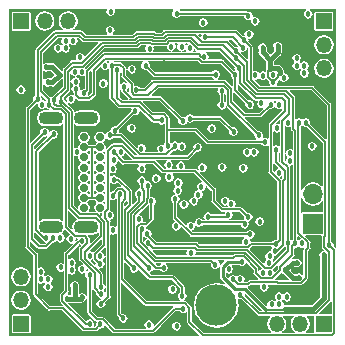
<source format=gbr>
%TF.GenerationSoftware,KiCad,Pcbnew,7.0.6*%
%TF.CreationDate,2023-07-24T08:09:00-07:00*%
%TF.ProjectId,minidrone,6d696e69-6472-46f6-9e65-2e6b69636164,rev?*%
%TF.SameCoordinates,Original*%
%TF.FileFunction,Copper,L3,Inr*%
%TF.FilePolarity,Positive*%
%FSLAX46Y46*%
G04 Gerber Fmt 4.6, Leading zero omitted, Abs format (unit mm)*
G04 Created by KiCad (PCBNEW 7.0.6) date 2023-07-24 08:09:00*
%MOMM*%
%LPD*%
G01*
G04 APERTURE LIST*
%TA.AperFunction,ComponentPad*%
%ADD10C,3.500000*%
%TD*%
%TA.AperFunction,ComponentPad*%
%ADD11R,1.700000X1.700000*%
%TD*%
%TA.AperFunction,ComponentPad*%
%ADD12O,1.700000X1.700000*%
%TD*%
%TA.AperFunction,ComponentPad*%
%ADD13O,2.100000X1.100000*%
%TD*%
%TA.AperFunction,ComponentPad*%
%ADD14C,0.700000*%
%TD*%
%TA.AperFunction,ComponentPad*%
%ADD15R,1.350000X1.350000*%
%TD*%
%TA.AperFunction,ComponentPad*%
%ADD16O,1.350000X1.350000*%
%TD*%
%TA.AperFunction,ViaPad*%
%ADD17C,0.457200*%
%TD*%
%TA.AperFunction,Conductor*%
%ADD18C,0.127000*%
%TD*%
%TA.AperFunction,Conductor*%
%ADD19C,0.406400*%
%TD*%
%TA.AperFunction,Conductor*%
%ADD20C,0.254000*%
%TD*%
G04 APERTURE END LIST*
D10*
%TO.N,N/C*%
%TO.C,REF\u002A\u002A*%
X150685800Y-78412600D03*
%TD*%
D11*
%TO.N,/UART0_TX*%
%TO.C,J7*%
X158874500Y-71506200D03*
D12*
%TO.N,/UART0_RX*%
X158874500Y-68966200D03*
%TD*%
D13*
%TO.N,GNDA*%
%TO.C,J5*%
X136685400Y-71760800D03*
X139685400Y-71760800D03*
X136685400Y-62560800D03*
X139685400Y-62560800D03*
D14*
X139485400Y-64185800D03*
%TO.N,VBUS*%
X139485400Y-65035800D03*
%TO.N,unconnected-(J5-SBU2-PadB8)*%
X139485400Y-65885800D03*
%TO.N,Net-(J5-D--PadA7)*%
X139485400Y-66735800D03*
%TO.N,Net-(J5-D+-PadA6)*%
X139485400Y-67585800D03*
%TO.N,Net-(J5-CC2)*%
X139485400Y-68435800D03*
%TO.N,VBUS*%
X139485400Y-69285800D03*
%TO.N,GNDA*%
X139485400Y-70135800D03*
X140835400Y-70135800D03*
%TO.N,VBUS*%
X140835400Y-69285800D03*
%TO.N,unconnected-(J5-SBU1-PadA8)*%
X140835400Y-68435800D03*
%TO.N,Net-(J5-D--PadA7)*%
X140835400Y-67585800D03*
%TO.N,Net-(J5-D+-PadA6)*%
X140835400Y-66735800D03*
%TO.N,Net-(J5-CC1)*%
X140835400Y-65885800D03*
%TO.N,VBUS*%
X140835400Y-65035800D03*
%TO.N,GNDA*%
X140835400Y-64185800D03*
%TD*%
D15*
%TO.N,Net-(J4-Pin_1)*%
%TO.C,J4*%
X134150400Y-54340800D03*
D16*
%TO.N,Net-(J4-Pin_2)*%
X136150400Y-54340800D03*
%TO.N,Net-(J4-Pin_3)*%
X138150400Y-54340800D03*
%TD*%
%TO.N,Net-(J3-Pin_3)*%
%TO.C,J3*%
X134150400Y-75980800D03*
%TO.N,Net-(J3-Pin_2)*%
X134150400Y-77980800D03*
D15*
%TO.N,Net-(J3-Pin_1)*%
X134150400Y-79980800D03*
%TD*%
%TO.N,Net-(J2-Pin_1)*%
%TO.C,J2*%
X159790400Y-79980800D03*
D16*
%TO.N,Net-(J2-Pin_2)*%
X157790400Y-79980800D03*
%TO.N,Net-(J2-Pin_3)*%
X155790400Y-79980800D03*
%TD*%
%TO.N,Net-(J1-Pin_3)*%
%TO.C,J1*%
X159790400Y-58340800D03*
%TO.N,Net-(J1-Pin_2)*%
X159790400Y-56340800D03*
D15*
%TO.N,Net-(J1-Pin_1)*%
X159790400Y-54340800D03*
%TD*%
D17*
%TO.N,/FAULT_N*%
X153517600Y-61417200D03*
%TO.N,+BATT*%
X140919200Y-79110306D03*
%TO.N,Earth*%
X144983200Y-80060800D03*
X147320000Y-80162400D03*
%TO.N,Net-(J5-CC1)*%
X138863500Y-65430400D03*
%TO.N,Net-(U2-RUN)*%
X153289497Y-65430400D03*
%TO.N,/Motor Controller 1/AVDD*%
X153451008Y-55471442D03*
%TO.N,GNDA*%
X153873200Y-65430400D03*
%TO.N,+BATT*%
X146227394Y-57927003D03*
X144424400Y-56591200D03*
X144364900Y-54914800D03*
X145796000Y-55079400D03*
%TO.N,/CE_N*%
X150622000Y-58877200D03*
%TO.N,Earth*%
X149561200Y-54460800D03*
X157504400Y-58118800D03*
X158139400Y-58753800D03*
X156012400Y-78329800D03*
X156012400Y-77694800D03*
X156647400Y-77694800D03*
X155377400Y-78329800D03*
X135801400Y-76202800D03*
X137928400Y-55991800D03*
X137293400Y-56626800D03*
X136436400Y-76202800D03*
X138563400Y-55991800D03*
X137928400Y-56626800D03*
X136436400Y-76837800D03*
X135801400Y-75567800D03*
X157504400Y-57483800D03*
X158139400Y-58118800D03*
X145040000Y-56696000D03*
X148443600Y-56645200D03*
X147741300Y-56491200D03*
X146868800Y-56492800D03*
%TO.N,Net-(D3-K)*%
X158455616Y-53751065D03*
%TO.N,Net-(D3-A)*%
X153408000Y-53902000D03*
X147326000Y-53698800D03*
%TO.N,GNDA*%
X158806800Y-64925600D03*
X146665600Y-66500400D03*
X147427600Y-68684800D03*
X147681600Y-66602000D03*
X145598800Y-67668800D03*
X147478400Y-68024400D03*
X146716400Y-67567200D03*
%TO.N,Net-(U2-ADC_AVDD)*%
X142583539Y-65453947D03*
%TO.N,+BATT*%
X147167600Y-79349600D03*
%TO.N,/MC2_CS_N*%
X152152000Y-63706400D03*
%TO.N,/MC4_CS_N*%
X138373443Y-60960000D03*
X142855600Y-59896400D03*
%TO.N,VCC*%
X155848200Y-63401600D03*
%TO.N,/MC3_SENSE*%
X142093600Y-63604800D03*
%TO.N,/PWM_SYNC*%
X141902138Y-69106882D03*
X141676230Y-64023400D03*
%TO.N,/SLEEP_N*%
X155758800Y-65230400D03*
X149662800Y-57356400D03*
X139458000Y-60461200D03*
%TO.N,/FAULT_N*%
X147884800Y-78692400D03*
%TO.N,/MC2_SENSE*%
X141992000Y-65454400D03*
X153371200Y-70920000D03*
%TO.N,GNDA*%
X147308706Y-71699294D03*
%TO.N,/FAULT_N*%
X152292200Y-58926000D03*
%TO.N,/MC1_CS_N*%
X149764400Y-55713400D03*
X151166333Y-60246962D03*
%TO.N,/SENSE_SEL_1*%
X154285600Y-64011200D03*
%TO.N,/SENSE_SEL_0*%
X154793600Y-64570000D03*
%TO.N,/SENSE_SEL_1*%
X136150000Y-63757200D03*
%TO.N,/SENSE_SEL_0*%
X136912000Y-63909600D03*
%TO.N,/PWM_SYNC*%
X153033200Y-55981600D03*
X140874400Y-80013200D03*
X147168345Y-64917802D03*
X160229200Y-73307600D03*
%TO.N,Net-(U13-IO1)*%
X142797562Y-79499902D03*
%TO.N,/SENSE_SEL_0*%
X142305788Y-58447874D03*
%TO.N,/SENSE_SEL_1*%
X141827932Y-58112669D03*
%TO.N,/SENSE_SEL_0*%
X136263518Y-72715716D03*
%TO.N,/SENSE_SEL_1*%
X136855623Y-72733825D03*
%TO.N,/MC3_SENSE*%
X138379200Y-72796400D03*
%TO.N,/SENSE_SEL_0*%
X152718100Y-77504395D03*
%TO.N,/SENSE_SEL_1*%
X152112723Y-76200314D03*
%TO.N,/MC2_SENSE*%
X151733400Y-75340610D03*
%TO.N,/MC2_CS_N*%
X157934503Y-73150000D03*
%TO.N,/MC_SDO*%
X157350800Y-73150000D03*
%TO.N,/MC_SDI*%
X156749355Y-73134765D03*
%TO.N,/MC_SCLK*%
X155696484Y-73224106D03*
%TO.N,/SLEEP_N*%
X155674400Y-73806948D03*
%TO.N,/FAULT_N*%
X155221717Y-74226048D03*
%TO.N,/MC_SCLK*%
X152603704Y-58326896D03*
%TO.N,/MC_SDI*%
X152361799Y-57493001D03*
%TO.N,/MC_SDO*%
X152358617Y-56897829D03*
%TO.N,/PWM_SYNC*%
X135554061Y-60957490D03*
%TO.N,/MC4_CS_N*%
X135932040Y-61401700D03*
%TO.N,/MC_SDO*%
X136515742Y-61400799D03*
%TO.N,/MC_SDI*%
X136969000Y-61008300D03*
%TO.N,/MC_SCLK*%
X137535743Y-61147982D03*
%TO.N,/FAULT_N*%
X138785600Y-60067484D03*
%TO.N,/MC3_CS_N*%
X140919200Y-78272606D03*
%TO.N,/MC_SDO*%
X140903144Y-77434906D03*
%TO.N,/MC_SDI*%
X140884695Y-76851495D03*
%TO.N,/MC_SCLK*%
X140840800Y-74894103D03*
%TO.N,/SLEEP_N*%
X140008300Y-74203837D03*
%TO.N,/FAULT_N*%
X139960000Y-75796800D03*
%TO.N,Net-(U13-IO2)*%
X147800400Y-77620400D03*
%TO.N,GNDA*%
X146978900Y-77061600D03*
%TO.N,Net-(U13-IO0)*%
X146225600Y-75232800D03*
%TO.N,Net-(U13-CLK)*%
X145006400Y-75232800D03*
%TO.N,Net-(U13-IO3)*%
X143736400Y-75283600D03*
%TO.N,VCC*%
X141907600Y-66850800D03*
%TO.N,/MC1_CS_N*%
X151153200Y-61466000D03*
%TO.N,VCC*%
X147749600Y-64971200D03*
%TO.N,Net-(U2-TESTEN)*%
X149426000Y-68374800D03*
%TO.N,Net-(U2-USB_DP)*%
X142009200Y-66139600D03*
%TO.N,Net-(U2-USB_DM)*%
X144379600Y-66856000D03*
%TO.N,VCC*%
X144342943Y-65142202D03*
%TO.N,/MC3_CS_N*%
X149121200Y-65022000D03*
%TO.N,/MC4_CS_N*%
X147834000Y-62792000D03*
%TO.N,/SENSE_SEL_0*%
X146557295Y-64936862D03*
%TO.N,/SENSE_SEL_1*%
X146106800Y-62741200D03*
%TO.N,VCC*%
X143510000Y-63398400D03*
%TO.N,/MC3_SENSE*%
X143833000Y-61909278D03*
%TO.N,/MC1_SENSE*%
X143922400Y-60201200D03*
%TO.N,/MC2_CS_N*%
X148443600Y-62588800D03*
%TO.N,/CE_N*%
X144690387Y-58104315D03*
%TO.N,Net-(U2-SWD)*%
X156927200Y-65535200D03*
%TO.N,Net-(U2-SWCLK)*%
X156927200Y-66195600D03*
%TO.N,VCC*%
X149510400Y-66754400D03*
%TO.N,+1V1*%
X151186800Y-66703600D03*
X146030600Y-65205000D03*
%TO.N,Net-(U13-IO3)*%
X142024499Y-67769900D03*
%TO.N,Net-(U13-CLK)*%
X144379600Y-67872000D03*
%TO.N,Net-(U13-IO0)*%
X144887600Y-68278400D03*
%TO.N,Net-(U13-IO2)*%
X144142800Y-68960800D03*
%TO.N,Net-(U13-IO1)*%
X142552288Y-68971558D03*
%TO.N,VCC*%
X144125600Y-71123200D03*
%TO.N,/MC_SDO*%
X144385944Y-71961296D03*
%TO.N,/BARO_INT*%
X145192400Y-69599200D03*
%TO.N,/MC_SCLK*%
X144830800Y-72339200D03*
%TO.N,/MC_SDI*%
X144915697Y-73131791D03*
%TO.N,/BARO_INT*%
X150597551Y-74952289D03*
%TO.N,/IMU_INT1*%
X153540100Y-72405600D03*
X147190100Y-69396200D03*
%TO.N,/IMU_SDI*%
X151711300Y-70726900D03*
%TO.N,/IMU_SDO*%
X153082900Y-71529800D03*
%TO.N,VCC*%
X147951200Y-69861800D03*
%TO.N,/IMU_INT2*%
X148510000Y-71715900D03*
%TO.N,/IMU_SDO*%
X149230172Y-71390783D03*
%TO.N,/IMU_SDI*%
X149983200Y-70903100D03*
%TO.N,/IMU_SCLK*%
X149170400Y-69023500D03*
%TO.N,/IMU_CS_N*%
X148770800Y-69584100D03*
%TO.N,VCC*%
X141947400Y-72034400D03*
%TO.N,/QSPI_CS*%
X141642600Y-70780995D03*
%TO.N,GNDA*%
X140846000Y-74257700D03*
%TO.N,/SENSE_SEL_0*%
X158270400Y-62934500D03*
%TO.N,/SENSE_SEL_1*%
X157660800Y-62934500D03*
%TO.N,/MC1_SENSE*%
X155273200Y-61410500D03*
%TO.N,/FAULT_N*%
X150294800Y-63442500D03*
X156746400Y-62934500D03*
X153998000Y-58926000D03*
%TO.N,GNDA*%
X148542200Y-73932700D03*
X153223700Y-73022100D03*
%TO.N,/UART0_TX*%
X151959000Y-69853644D03*
%TO.N,/UART0_RX*%
X151445623Y-69576827D03*
%TO.N,GNDA*%
X155966900Y-67180100D03*
X154366900Y-71310500D03*
X152969700Y-66789300D03*
%TO.N,+BATT*%
X150168031Y-54821080D03*
%TO.N,Net-(D4-K)*%
X141692100Y-55105300D03*
%TO.N,Net-(D4-A)*%
X141742900Y-53530500D03*
%TO.N,VCC*%
X143520900Y-58407300D03*
%TO.N,+BATT*%
X138563400Y-57261800D03*
X138563400Y-56626800D03*
X139198400Y-56626800D03*
%TO.N,Net-(U9-CP)*%
X139147200Y-57407200D03*
%TO.N,Net-(U8-S2)*%
X138720400Y-58626800D03*
%TO.N,GNDA*%
X139331400Y-58626800D03*
%TO.N,Net-(U9-CSAREF)*%
X138781769Y-59464476D03*
%TO.N,Net-(U8-S2)*%
X141244400Y-58126800D03*
%TO.N,GNDA*%
X136418400Y-59523800D03*
X136291400Y-58253800D03*
X137434400Y-58888800D03*
%TO.N,/Motor Controller 4/AVDD*%
X134149800Y-60150800D03*
X141117400Y-59626800D03*
%TO.N,+BATT*%
X134753400Y-57134800D03*
X137071400Y-75567800D03*
X136436400Y-75567800D03*
X136436400Y-74932800D03*
%TO.N,Net-(U7-CP)*%
X137517800Y-75192446D03*
%TO.N,Net-(U6-S2)*%
X138436400Y-75410800D03*
%TO.N,GNDA*%
X138436400Y-74799800D03*
%TO.N,Net-(U7-CSAREF)*%
X139324868Y-75349040D03*
%TO.N,Net-(U6-S2)*%
X137486216Y-72716922D03*
%TO.N,GNDA*%
X139333400Y-77712800D03*
X138063400Y-77839800D03*
X138698400Y-76696800D03*
%TO.N,/Motor Controller 3/AVDD*%
X139960400Y-79981400D03*
X139344400Y-72948800D03*
%TO.N,+BATT*%
X136944400Y-79377800D03*
X155377400Y-77059800D03*
X155377400Y-77694800D03*
X154742400Y-77694800D03*
%TO.N,Net-(U5-CP)*%
X154730610Y-76869948D03*
%TO.N,Net-(U4-S2)*%
X155220400Y-75694800D03*
%TO.N,GNDA*%
X154609400Y-75694800D03*
%TO.N,Net-(U5-CSAREF)*%
X155158640Y-74806332D03*
%TO.N,Net-(U4-S2)*%
X152696400Y-76194800D03*
%TO.N,GNDA*%
X157522400Y-74797800D03*
X157649400Y-76067800D03*
X156506400Y-75432800D03*
%TO.N,/Motor Controller 2/AVDD*%
X159791000Y-74170800D03*
X152823400Y-74694800D03*
%TO.N,+BATT*%
X159187400Y-77186800D03*
X156996400Y-54943800D03*
%TO.N,/MC1_CS_N*%
X152927749Y-56579316D03*
%TO.N,/Motor Controller 1/AVDD*%
X154504400Y-61307800D03*
X153980400Y-54340200D03*
%TO.N,GNDA*%
X155242400Y-57624800D03*
X155877400Y-56481800D03*
X154607400Y-56608800D03*
%TO.N,Net-(U1-SOB)*%
X156004400Y-61434800D03*
%TO.N,Net-(U1-CSAREF)*%
X154615932Y-58972560D03*
%TO.N,GNDA*%
X155504400Y-59521800D03*
%TO.N,Net-(U1-SOB)*%
X155504400Y-58910800D03*
%TO.N,Net-(U1-CP)*%
X156423000Y-59129154D03*
%TO.N,+BATT*%
X157504400Y-59388800D03*
X157504400Y-58753800D03*
X156869400Y-58753800D03*
%TD*%
D18*
%TO.N,/FAULT_N*%
X152292200Y-60191800D02*
X153517600Y-61417200D01*
X152292200Y-58926000D02*
X152292200Y-60191800D01*
%TO.N,/MC1_SENSE*%
X153060400Y-62280800D02*
X154402900Y-62280800D01*
X151942800Y-61163200D02*
X153060400Y-62280800D01*
X151942800Y-60071522D02*
X151942800Y-61163200D01*
X151358078Y-59486800D02*
X151942800Y-60071522D01*
X145348000Y-59486800D02*
X151358078Y-59486800D01*
X154402900Y-62280800D02*
X155273200Y-61410500D01*
X144633600Y-60201200D02*
X145348000Y-59486800D01*
X143922400Y-60201200D02*
X144633600Y-60201200D01*
%TO.N,/SENSE_SEL_1*%
X151688800Y-61414400D02*
X154285600Y-64011200D01*
X151339930Y-59827862D02*
X151688800Y-60176732D01*
X145718138Y-59827862D02*
X151339930Y-59827862D01*
X144925700Y-60620300D02*
X145718138Y-59827862D01*
X143503300Y-59629700D02*
X143503300Y-60374797D01*
X143748803Y-60620300D02*
X144925700Y-60620300D01*
X142855600Y-58982000D02*
X143503300Y-59629700D01*
X151688800Y-60176732D02*
X151688800Y-61414400D01*
X142549676Y-58028774D02*
X142855600Y-58334698D01*
X141911827Y-58028774D02*
X142549676Y-58028774D01*
X142855600Y-58334698D02*
X142855600Y-58982000D01*
X143503300Y-60374797D02*
X143748803Y-60620300D01*
X141827932Y-58112669D02*
X141911827Y-58028774D01*
%TO.N,/PWM_SYNC*%
X152322000Y-55270400D02*
X153033200Y-55981600D01*
X146350096Y-55270400D02*
X152322000Y-55270400D01*
X145424427Y-55410100D02*
X145512827Y-55498500D01*
X146121996Y-55498500D02*
X146350096Y-55270400D01*
X143929100Y-55410100D02*
X145424427Y-55410100D01*
X145512827Y-55498500D02*
X146121996Y-55498500D01*
X143662400Y-55676800D02*
X143929100Y-55410100D01*
X137058400Y-55318700D02*
X139193110Y-55318700D01*
X139193110Y-55318700D02*
X139551210Y-55676800D01*
X135554061Y-56823039D02*
X137058400Y-55318700D01*
X135554061Y-60957490D02*
X135554061Y-56823039D01*
X139551210Y-55676800D02*
X143662400Y-55676800D01*
%TO.N,/MC_SCLK*%
X151018408Y-56741600D02*
X152603704Y-58326896D01*
X149145990Y-56741600D02*
X151018408Y-56741600D01*
X148436790Y-56032400D02*
X149145990Y-56741600D01*
X146710400Y-56032400D02*
X148436790Y-56032400D01*
X146482300Y-56260500D02*
X146710400Y-56032400D01*
X145197197Y-56260500D02*
X146482300Y-56260500D01*
X145108797Y-56172100D02*
X145197197Y-56260500D01*
X144250803Y-56172100D02*
X145108797Y-56172100D01*
X144005300Y-56417603D02*
X144250803Y-56172100D01*
X138546803Y-58207700D02*
X139362700Y-58207700D01*
X139362700Y-58207700D02*
X141131600Y-56438800D01*
X144005300Y-56438800D02*
X144005300Y-56417603D01*
X138107500Y-58647003D02*
X138546803Y-58207700D01*
X137535743Y-60736657D02*
X138107500Y-60164900D01*
X141131600Y-56438800D02*
X144005300Y-56438800D01*
X137535743Y-61147982D02*
X137535743Y-60736657D01*
X138107500Y-60164900D02*
X138107500Y-58647003D01*
%TO.N,/MC_SDI*%
X151254798Y-56386000D02*
X152361799Y-57493001D01*
X149149600Y-56386000D02*
X151254798Y-56386000D01*
X148542000Y-55778400D02*
X149149600Y-56386000D01*
X146605190Y-55778400D02*
X148542000Y-55778400D01*
X146377090Y-56006500D02*
X146605190Y-55778400D01*
X145302407Y-56006500D02*
X146377090Y-56006500D01*
X145214007Y-55918100D02*
X145302407Y-56006500D01*
X144145593Y-55918100D02*
X145214007Y-55918100D01*
X143878893Y-56184800D02*
X144145593Y-55918100D01*
X140962297Y-56184800D02*
X143878893Y-56184800D01*
X137853500Y-58446900D02*
X138436000Y-57864400D01*
X138436000Y-57864400D02*
X139282697Y-57864400D01*
X139282697Y-57864400D02*
X140962297Y-56184800D01*
X136969000Y-60867400D02*
X137853500Y-59982900D01*
X137853500Y-59982900D02*
X137853500Y-58446900D01*
X136969000Y-61008300D02*
X136969000Y-60867400D01*
%TO.N,/MC_SDO*%
X136515742Y-60976142D02*
X136515742Y-61400799D01*
X137222500Y-55572700D02*
X135839200Y-56956000D01*
X139087900Y-55572700D02*
X137222500Y-55572700D01*
X139446000Y-55930800D02*
X139087900Y-55572700D01*
X143773683Y-55930800D02*
X139446000Y-55930800D01*
X144040383Y-55664100D02*
X143773683Y-55930800D01*
X145319217Y-55664100D02*
X144040383Y-55664100D01*
X146271880Y-55752500D02*
X145407617Y-55752500D01*
X146499980Y-55524400D02*
X146271880Y-55752500D01*
X145407617Y-55752500D02*
X145319217Y-55664100D01*
X148846800Y-55524400D02*
X146499980Y-55524400D01*
X149454400Y-56132000D02*
X148846800Y-55524400D01*
X152358617Y-56897829D02*
X151592788Y-56132000D01*
X135839200Y-56956000D02*
X135839200Y-60299600D01*
X151592788Y-56132000D02*
X149454400Y-56132000D01*
X135839200Y-60299600D02*
X136515742Y-60976142D01*
%TO.N,/SENSE_SEL_0*%
X159918400Y-64582500D02*
X158270400Y-62934500D01*
X159918400Y-72543300D02*
X159918400Y-64582500D01*
X159810100Y-73500900D02*
X159810100Y-72651600D01*
X160210100Y-73900900D02*
X159810100Y-73500900D01*
X159810100Y-72651600D02*
X159918400Y-72543300D01*
X154309305Y-79095600D02*
X159105600Y-79095600D01*
X159105600Y-79095600D02*
X160210100Y-77991100D01*
X152718100Y-77504395D02*
X154309305Y-79095600D01*
X160210100Y-77991100D02*
X160210100Y-73900900D01*
%TO.N,/PWM_SYNC*%
X160223200Y-73301600D02*
X160229200Y-73307600D01*
X160223200Y-61414400D02*
X160223200Y-73301600D01*
X158806800Y-59998000D02*
X160223200Y-61414400D01*
X154285600Y-59998000D02*
X158806800Y-59998000D01*
X153578900Y-59291300D02*
X154285600Y-59998000D01*
X153578900Y-56527300D02*
X153578900Y-59291300D01*
X153033200Y-55981600D02*
X153578900Y-56527300D01*
D19*
%TO.N,GNDA*%
X136291400Y-58253800D02*
X136799400Y-58253800D01*
X136799400Y-58253800D02*
X137434400Y-58888800D01*
X136799400Y-59523800D02*
X137434400Y-58888800D01*
X136418400Y-59523800D02*
X136799400Y-59523800D01*
D18*
X155085300Y-58539637D02*
X155242400Y-58382537D01*
X155085300Y-59102700D02*
X155085300Y-58539637D01*
X155504400Y-59521800D02*
X155085300Y-59102700D01*
X155923500Y-59102700D02*
X155923500Y-58838391D01*
X155923500Y-58838391D02*
X156063200Y-58698691D01*
X155504400Y-59521800D02*
X155923500Y-59102700D01*
D19*
X155888000Y-58352000D02*
X156063200Y-58527200D01*
X155242400Y-58382537D02*
X155272937Y-58352000D01*
X156063200Y-58527200D02*
X156063200Y-58698691D01*
X155242400Y-57624800D02*
X155242400Y-58382537D01*
X155272937Y-58352000D02*
X155888000Y-58352000D01*
X155877400Y-56989800D02*
X155242400Y-57624800D01*
X155877400Y-56481800D02*
X155877400Y-56989800D01*
X154607400Y-56989800D02*
X155242400Y-57624800D01*
X154607400Y-56608800D02*
X154607400Y-56989800D01*
D18*
%TO.N,/Motor Controller 2/AVDD*%
X159791000Y-77902200D02*
X159791000Y-74170800D01*
X154889200Y-78790800D02*
X158902400Y-78790800D01*
X153120195Y-77021795D02*
X154889200Y-78790800D01*
X152441805Y-77021795D02*
X153120195Y-77021795D01*
D20*
X153132895Y-77021795D02*
X154889200Y-78778100D01*
X151696710Y-74694800D02*
X152823400Y-74694800D01*
X151250800Y-76020891D02*
X151250800Y-75140710D01*
D18*
X158902400Y-78790800D02*
X159791000Y-77902200D01*
D20*
X152251704Y-77021795D02*
X151250800Y-76020891D01*
X151250800Y-75140710D02*
X151696710Y-74694800D01*
X152441805Y-77021795D02*
X152251704Y-77021795D01*
X152441805Y-77021795D02*
X153132895Y-77021795D01*
D19*
X159791000Y-77813300D02*
X158902400Y-78701900D01*
X159791000Y-74170800D02*
X159791000Y-77813300D01*
X158902400Y-78701900D02*
X156514800Y-78701900D01*
%TO.N,GNDA*%
X157141400Y-76067800D02*
X156506400Y-75432800D01*
X157649400Y-76067800D02*
X157141400Y-76067800D01*
X157141400Y-74797800D02*
X156506400Y-75432800D01*
X157522400Y-74797800D02*
X157141400Y-74797800D01*
D18*
%TO.N,/MC_SDI*%
X153248000Y-73695200D02*
X154778232Y-75225432D01*
X149025203Y-73695200D02*
X153248000Y-73695200D01*
X154778232Y-75225432D02*
X155332237Y-75225432D01*
X156749355Y-73808314D02*
X156749355Y-73134765D01*
X148843603Y-73513600D02*
X149025203Y-73695200D01*
X145297506Y-73513600D02*
X148843603Y-73513600D01*
X155332237Y-75225432D02*
X156749355Y-73808314D01*
X144915697Y-73131791D02*
X145297506Y-73513600D01*
%TO.N,/MC_SDO*%
X144272000Y-72075240D02*
X144385944Y-71961296D01*
X144272000Y-73081497D02*
X144272000Y-72075240D01*
X145561703Y-74371200D02*
X144272000Y-73081497D01*
X152136500Y-74371200D02*
X145561703Y-74371200D01*
X152238100Y-74269600D02*
X152136500Y-74371200D01*
X152990897Y-74269600D02*
X152238100Y-74269600D01*
X154025600Y-75304303D02*
X152990897Y-74269600D01*
X154025600Y-75703697D02*
X154025600Y-75304303D01*
X156087300Y-75423800D02*
X155397200Y-76113900D01*
X157103300Y-74117200D02*
X156087300Y-75133200D01*
X155397200Y-76113900D02*
X154435803Y-76113900D01*
X157103300Y-73397500D02*
X157103300Y-74117200D01*
X154435803Y-76113900D02*
X154025600Y-75703697D01*
X157350800Y-73150000D02*
X157103300Y-73397500D01*
X156087300Y-75133200D02*
X156087300Y-75423800D01*
D19*
%TO.N,GNDA*%
X138698400Y-77825400D02*
X138684000Y-77839800D01*
X138698400Y-76696800D02*
X138698400Y-77825400D01*
X138684000Y-77839800D02*
X139206400Y-77839800D01*
X138063400Y-77839800D02*
X138684000Y-77839800D01*
X139206400Y-77839800D02*
X139333400Y-77712800D01*
D18*
%TO.N,/PWM_SYNC*%
X146462047Y-65624100D02*
X147168345Y-64917802D01*
X141676230Y-64023400D02*
X142631444Y-64023400D01*
X144232144Y-65624100D02*
X146462047Y-65624100D01*
X142631444Y-64023400D02*
X144232144Y-65624100D01*
%TO.N,/MC3_SENSE*%
X143789122Y-61909278D02*
X142093600Y-63604800D01*
X143833000Y-61909278D02*
X143789122Y-61909278D01*
%TO.N,/SENSE_SEL_0*%
X146549115Y-64928682D02*
X146549115Y-63554000D01*
X146557295Y-64936862D02*
X146549115Y-64928682D01*
%TO.N,/PWM_SYNC*%
X147168345Y-65047389D02*
X147168345Y-64917802D01*
%TO.N,/BARO_INT*%
X145192400Y-71114000D02*
X145192400Y-69599200D01*
X144764204Y-71542196D02*
X145192400Y-71114000D01*
X144212347Y-71542196D02*
X144764204Y-71542196D01*
X143966844Y-71787699D02*
X144212347Y-71542196D01*
X143966844Y-73135551D02*
X143966844Y-71787699D01*
X150597551Y-74952289D02*
X150270462Y-74625200D01*
X150270462Y-74625200D02*
X145456493Y-74625200D01*
X145456493Y-74625200D02*
X143966844Y-73135551D01*
%TO.N,Net-(U13-IO1)*%
X142436500Y-69087346D02*
X142552288Y-68971558D01*
X142436500Y-79138840D02*
X142436500Y-69087346D01*
X142797562Y-79499902D02*
X142436500Y-79138840D01*
%TO.N,/PWM_SYNC*%
X141902138Y-69029011D02*
X141902138Y-69106882D01*
X142378691Y-68552458D02*
X141902138Y-69029011D01*
X142971388Y-68797961D02*
X142725885Y-68552458D01*
X142971388Y-69423412D02*
X142971388Y-68797961D01*
X142690500Y-69704300D02*
X142971388Y-69423412D01*
X142690500Y-76199700D02*
X142690500Y-69704300D01*
X144726000Y-78235200D02*
X142690500Y-76199700D01*
X148020297Y-78235200D02*
X144726000Y-78235200D01*
X148392800Y-78607703D02*
X148020297Y-78235200D01*
X160477200Y-80924400D02*
X149524103Y-80924400D01*
X160655900Y-80745700D02*
X160477200Y-80924400D01*
X160655900Y-73734300D02*
X160655900Y-80745700D01*
X148392800Y-79793097D02*
X148392800Y-78607703D01*
X142725885Y-68552458D02*
X142378691Y-68552458D01*
X160229200Y-73307600D02*
X160655900Y-73734300D01*
X149524103Y-80924400D02*
X148392800Y-79793097D01*
%TO.N,Net-(U13-IO3)*%
X142944500Y-70313900D02*
X142944500Y-74491700D01*
X142944500Y-74491700D02*
X143736400Y-75283600D01*
X143357600Y-69900800D02*
X142944500Y-70313900D01*
X143357600Y-68758000D02*
X143357600Y-69900800D01*
X142369500Y-67769900D02*
X143357600Y-68758000D01*
X142024499Y-67769900D02*
X142369500Y-67769900D01*
%TO.N,Net-(U13-IO2)*%
X144142800Y-69616380D02*
X144142800Y-68960800D01*
X143198500Y-74136100D02*
X143198500Y-70560680D01*
X143685600Y-74623200D02*
X143198500Y-74136100D01*
X143198500Y-70560680D02*
X144142800Y-69616380D01*
%TO.N,Net-(U13-CLK)*%
X144561900Y-68692300D02*
X144379600Y-68510000D01*
X144561900Y-69277793D02*
X144561900Y-68692300D01*
X144379600Y-68510000D02*
X144379600Y-67872000D01*
X144519300Y-69320393D02*
X144561900Y-69277793D01*
X144519300Y-69599090D02*
X144519300Y-69320393D01*
X143452500Y-70665890D02*
X144519300Y-69599090D01*
X143452500Y-73678900D02*
X143452500Y-70665890D01*
X145006400Y-75232800D02*
X143452500Y-73678900D01*
%TO.N,Net-(U13-IO0)*%
X144887600Y-69311303D02*
X144887600Y-68278400D01*
X144773300Y-69425603D02*
X144887600Y-69311303D01*
X145599097Y-75232800D02*
X143706500Y-73340203D01*
X143706500Y-73340203D02*
X143706500Y-70771100D01*
X143706500Y-70771100D02*
X144773300Y-69704300D01*
X146225600Y-75232800D02*
X145599097Y-75232800D01*
X144773300Y-69704300D02*
X144773300Y-69425603D01*
%TO.N,/MC3_CS_N*%
X148252400Y-65890800D02*
X149121200Y-65022000D01*
X143719200Y-65890800D02*
X148252400Y-65890800D01*
X142703200Y-64874800D02*
X143719200Y-65890800D01*
X141484000Y-70250400D02*
X141484000Y-65365897D01*
X141975097Y-64874800D02*
X142703200Y-64874800D01*
X141224000Y-71011180D02*
X141224000Y-70510400D01*
X141484000Y-65365897D02*
X141975097Y-64874800D01*
X141528800Y-71315980D02*
X141224000Y-71011180D01*
X141528800Y-77663006D02*
X141528800Y-71315980D01*
X141224000Y-70510400D02*
X141484000Y-70250400D01*
X140919200Y-78272606D02*
X141528800Y-77663006D01*
%TO.N,/MC_SCLK*%
X140426900Y-74480203D02*
X140840800Y-74894103D01*
X140426900Y-74059900D02*
X140426900Y-74480203D01*
X141179900Y-71326290D02*
X141179900Y-73306900D01*
X141179900Y-73306900D02*
X140426900Y-74059900D01*
X139135100Y-70713600D02*
X140567210Y-70713600D01*
X140567210Y-70713600D02*
X141179900Y-71326290D01*
X138444900Y-61940100D02*
X138444900Y-70023400D01*
X137652782Y-61147982D02*
X138444900Y-61940100D01*
X138444900Y-70023400D02*
X139135100Y-70713600D01*
X137535743Y-61147982D02*
X137652782Y-61147982D01*
%TO.N,/MC_SDI*%
X140884695Y-75752685D02*
X140884695Y-76851495D01*
X139589200Y-74457190D02*
X140884695Y-75752685D01*
X139589200Y-73872400D02*
X139589200Y-74457190D01*
X140925900Y-72535700D02*
X139589200Y-73872400D01*
X140925900Y-71431500D02*
X140925900Y-72535700D01*
X138190900Y-70128610D02*
X139080690Y-71018400D01*
X138190900Y-62136890D02*
X138190900Y-70128610D01*
X137620310Y-61566300D02*
X138190900Y-62136890D01*
X137185305Y-61566300D02*
X137620310Y-61566300D01*
X140512800Y-71018400D02*
X140925900Y-71431500D01*
X136969000Y-61349995D02*
X137185305Y-61566300D01*
X139080690Y-71018400D02*
X140512800Y-71018400D01*
X136969000Y-61008300D02*
X136969000Y-61349995D01*
%TO.N,/MC3_CS_N*%
X140919200Y-78371500D02*
X140912139Y-78378561D01*
X140919200Y-78272606D02*
X140919200Y-78371500D01*
%TO.N,/FAULT_N*%
X139960000Y-78949200D02*
X139960000Y-75796800D01*
X141047997Y-79594100D02*
X140604900Y-79594100D01*
X140604900Y-79594100D02*
X139960000Y-78949200D01*
X142022697Y-80568800D02*
X141047997Y-79594100D01*
X145288000Y-80568800D02*
X142022697Y-80568800D01*
X147164400Y-78692400D02*
X145288000Y-80568800D01*
X147884800Y-78692400D02*
X147164400Y-78692400D01*
%TO.N,/MC_SDO*%
X140875409Y-77434906D02*
X140903144Y-77434906D01*
X140417200Y-75644400D02*
X140417200Y-76976697D01*
X139244200Y-74471400D02*
X140417200Y-75644400D01*
X139244200Y-73641697D02*
X139244200Y-74471400D01*
X139763500Y-73122397D02*
X139244200Y-73641697D01*
X139763500Y-72758300D02*
X139763500Y-73122397D01*
X137925900Y-62231100D02*
X137925900Y-71733500D01*
X137515100Y-61820300D02*
X137925900Y-62231100D01*
X136953500Y-61820300D02*
X137515100Y-61820300D01*
X136533999Y-61400799D02*
X136953500Y-61820300D01*
X140417200Y-76976697D02*
X140875409Y-77434906D01*
X138722100Y-72529700D02*
X139534900Y-72529700D01*
X139534900Y-72529700D02*
X139763500Y-72758300D01*
X136515742Y-61400799D02*
X136533999Y-61400799D01*
X137925900Y-71733500D02*
X138722100Y-72529700D01*
%TO.N,/FAULT_N*%
X151141700Y-57775500D02*
X152292200Y-58926000D01*
X149194770Y-57508800D02*
X149461470Y-57775500D01*
X141269703Y-57508800D02*
X149194770Y-57508800D01*
X139941300Y-60880300D02*
X140315600Y-60506000D01*
X149461470Y-57775500D02*
X151141700Y-57775500D01*
X139061500Y-60880300D02*
X139941300Y-60880300D01*
X138785600Y-60604400D02*
X139061500Y-60880300D01*
X140315600Y-60506000D02*
X140315600Y-58462903D01*
X138785600Y-60067484D02*
X138785600Y-60604400D01*
X140315600Y-58462903D02*
X141269703Y-57508800D01*
%TO.N,VBUS*%
X140169000Y-65035800D02*
X140835400Y-65035800D01*
X140157200Y-65024000D02*
X140169000Y-65035800D01*
X140157200Y-69285800D02*
X140157200Y-65024000D01*
X140157200Y-65024000D02*
X140145400Y-65035800D01*
X140157200Y-69285800D02*
X140835400Y-69285800D01*
X139485400Y-69285800D02*
X140157200Y-69285800D01*
X140145400Y-65035800D02*
X139485400Y-65035800D01*
%TO.N,/MC_SCLK*%
X153614391Y-73224106D02*
X155696484Y-73224106D01*
X153397297Y-73441200D02*
X153614391Y-73224106D01*
X148966906Y-73224106D02*
X149184000Y-73441200D01*
X144830800Y-72454903D02*
X145600003Y-73224106D01*
X144830800Y-72339200D02*
X144830800Y-72454903D01*
X145600003Y-73224106D02*
X148966906Y-73224106D01*
X149184000Y-73441200D02*
X153397297Y-73441200D01*
%TO.N,/Motor Controller 3/AVDD*%
X139090400Y-72948800D02*
X137972800Y-74066400D01*
X139344400Y-72948800D02*
X139090400Y-72948800D01*
X137972800Y-77216000D02*
X137972800Y-74066400D01*
X137644300Y-77544500D02*
X137972800Y-77216000D01*
X139612303Y-79981400D02*
X137644300Y-78013397D01*
X137644300Y-78013397D02*
X137644300Y-77544500D01*
X139960400Y-79981400D02*
X139612303Y-79981400D01*
%TO.N,/PWM_SYNC*%
X139482900Y-80400500D02*
X137718800Y-78636400D01*
X140487100Y-80400500D02*
X139482900Y-80400500D01*
X140874400Y-80013200D02*
X140487100Y-80400500D01*
X137718800Y-78636400D02*
X136551200Y-78636400D01*
%TO.N,/SENSE_SEL_1*%
X157638400Y-62956900D02*
X157660800Y-62934500D01*
X157638400Y-72261200D02*
X157638400Y-62956900D01*
X158451200Y-73074000D02*
X157638400Y-72261200D01*
X158451200Y-73510800D02*
X158451200Y-73074000D01*
X158248000Y-73714000D02*
X158451200Y-73510800D01*
X158248000Y-76061897D02*
X158248000Y-73714000D01*
X157822997Y-76486900D02*
X158248000Y-76061897D01*
X155904848Y-76450848D02*
X155940900Y-76486900D01*
X153529952Y-76450848D02*
X155904848Y-76450848D01*
X153366900Y-76613900D02*
X153529952Y-76450848D01*
X152112723Y-76203820D02*
X152522803Y-76613900D01*
X152112723Y-76200314D02*
X152112723Y-76203820D01*
X152522803Y-76613900D02*
X153366900Y-76613900D01*
X155940900Y-76486900D02*
X157822997Y-76486900D01*
%TO.N,/MC1_CS_N*%
X152061833Y-55713400D02*
X149764400Y-55713400D01*
X152927749Y-56579316D02*
X152061833Y-55713400D01*
%TO.N,/MC_SDO*%
X157350800Y-63622000D02*
X157350800Y-73150000D01*
X157181200Y-63452400D02*
X157350800Y-63622000D01*
X157181200Y-60861600D02*
X157181200Y-63452400D01*
X156571600Y-60252000D02*
X157181200Y-60861600D01*
X154180390Y-60252000D02*
X156571600Y-60252000D01*
X153276804Y-59348414D02*
X154180390Y-60252000D01*
X153276804Y-57816016D02*
X153276804Y-59348414D01*
X152358617Y-56897829D02*
X153276804Y-57816016D01*
%TO.N,/MC_SDI*%
X156749355Y-66728955D02*
X156749355Y-73134765D01*
X156266800Y-66246400D02*
X156749355Y-66728955D01*
X156266800Y-62821403D02*
X156266800Y-66246400D01*
X156876400Y-62211803D02*
X156266800Y-62821403D01*
X156876400Y-60963200D02*
X156876400Y-62211803D01*
X156419200Y-60506000D02*
X156876400Y-60963200D01*
X154075180Y-60506000D02*
X156419200Y-60506000D01*
X153022804Y-59453624D02*
X154075180Y-60506000D01*
X153022804Y-58154006D02*
X153022804Y-59453624D01*
X152361799Y-57493001D02*
X153022804Y-58154006D01*
%TO.N,/CE_N*%
X145463272Y-58877200D02*
X144690387Y-58104315D01*
X150622000Y-58877200D02*
X145463272Y-58877200D01*
%TO.N,/MC2_SENSE*%
X152723944Y-70272744D02*
X153371200Y-70920000D01*
X150469600Y-69596000D02*
X151146344Y-70272744D01*
X148862700Y-67021100D02*
X150469600Y-68628000D01*
X150469600Y-68628000D02*
X150469600Y-69596000D01*
X146157600Y-67021100D02*
X148862700Y-67021100D01*
X151146344Y-70272744D02*
X152723944Y-70272744D01*
X142819800Y-66282200D02*
X145418700Y-66282200D01*
X145418700Y-66282200D02*
X146157600Y-67021100D01*
X141992000Y-65454400D02*
X142819800Y-66282200D01*
%TO.N,Net-(D3-A)*%
X153204800Y-53698800D02*
X147326000Y-53698800D01*
X153408000Y-53902000D02*
X153204800Y-53698800D01*
%TO.N,/SLEEP_N*%
X149401580Y-57356400D02*
X149662800Y-57356400D01*
X149198380Y-57153200D02*
X149401580Y-57356400D01*
X141179200Y-57153200D02*
X149198380Y-57153200D01*
X139750500Y-58581900D02*
X141179200Y-57153200D01*
X139750500Y-60168700D02*
X139750500Y-58581900D01*
X139458000Y-60461200D02*
X139750500Y-60168700D01*
%TO.N,/MC2_CS_N*%
X151034400Y-62588800D02*
X148443600Y-62588800D01*
X152152000Y-63706400D02*
X151034400Y-62588800D01*
%TO.N,/SENSE_SEL_0*%
X149954900Y-64570000D02*
X154793600Y-64570000D01*
X148938900Y-63554000D02*
X149954900Y-64570000D01*
%TO.N,/MC4_CS_N*%
X142855600Y-60252000D02*
X142855600Y-59896400D01*
X143516000Y-60912400D02*
X142855600Y-60252000D01*
X143516000Y-60912400D02*
X143414400Y-60912400D01*
X145090800Y-60912400D02*
X143516000Y-60912400D01*
X145954400Y-60912400D02*
X144684400Y-60912400D01*
X147834000Y-62792000D02*
X145954400Y-60912400D01*
%TO.N,/SENSE_SEL_0*%
X146259200Y-62235218D02*
X146549115Y-62525133D01*
X146549115Y-62525133D02*
X146549115Y-63554000D01*
X145219851Y-62235218D02*
X146259200Y-62235218D01*
X144201833Y-61217200D02*
X145219851Y-62235218D01*
X142703200Y-61217200D02*
X144201833Y-61217200D01*
X142305788Y-60819788D02*
X142703200Y-61217200D01*
X142305788Y-58447874D02*
X142305788Y-60819788D01*
%TO.N,/SENSE_SEL_1*%
X145366623Y-62741200D02*
X146106800Y-62741200D01*
X142467937Y-61489937D02*
X144115359Y-61489937D01*
X141827932Y-60849932D02*
X142467937Y-61489937D01*
X141827932Y-58112669D02*
X141827932Y-60849932D01*
X144115359Y-61489937D02*
X145366623Y-62741200D01*
%TO.N,/SENSE_SEL_0*%
X146549115Y-63554000D02*
X148938900Y-63554000D01*
%TO.N,/SLEEP_N*%
X155831669Y-73806948D02*
X155674400Y-73806948D01*
X156330255Y-73308362D02*
X155831669Y-73806948D01*
X156470000Y-67719600D02*
X156330255Y-67859345D01*
X156330255Y-67859345D02*
X156330255Y-73308362D01*
X156470000Y-67008400D02*
X156470000Y-67719600D01*
X155758800Y-65230400D02*
X155758800Y-66297200D01*
X155758800Y-66297200D02*
X156470000Y-67008400D01*
%TO.N,/MC_SCLK*%
X156036884Y-72883706D02*
X155696484Y-73224106D01*
X156036884Y-67842781D02*
X156036884Y-72883706D01*
X155301600Y-67107497D02*
X156036884Y-67842781D01*
X156470000Y-61928400D02*
X155301600Y-63096800D01*
X156470000Y-61115600D02*
X156470000Y-61928400D01*
X155301600Y-63096800D02*
X155301600Y-67107497D01*
X156243100Y-60888700D02*
X156470000Y-61115600D01*
X152710800Y-59591600D02*
X154007900Y-60888700D01*
X154007900Y-60888700D02*
X156243100Y-60888700D01*
X152710800Y-58433992D02*
X152710800Y-59591600D01*
X152603704Y-58326896D02*
X152710800Y-58433992D01*
%TO.N,/PWM_SYNC*%
X134727600Y-61783951D02*
X135554061Y-60957490D01*
X134727600Y-73460000D02*
X134727600Y-61783951D01*
X135382300Y-74114700D02*
X134727600Y-73460000D01*
X135382300Y-77467500D02*
X135382300Y-74114700D01*
X136551200Y-78636400D02*
X135382300Y-77467500D01*
%TO.N,/IMU_SDI*%
X151535100Y-70903100D02*
X149983200Y-70903100D01*
X151711300Y-70726900D02*
X151535100Y-70903100D01*
%TO.N,/MC1_CS_N*%
X151166333Y-60246962D02*
X151166333Y-61452867D01*
X151166333Y-61452867D02*
X151153200Y-61466000D01*
%TO.N,/SENSE_SEL_1*%
X135083200Y-71986800D02*
X135083200Y-64824000D01*
X135083200Y-72799600D02*
X135083200Y-71986800D01*
X135083200Y-64824000D02*
X136150000Y-63757200D01*
X136251600Y-73409200D02*
X135692800Y-73409200D01*
X135692800Y-73409200D02*
X135083200Y-72799600D01*
X136855623Y-72805177D02*
X136855623Y-72733825D01*
X136251600Y-73409200D02*
X136855623Y-72805177D01*
%TO.N,/SENSE_SEL_0*%
X135444900Y-65376700D02*
X136912000Y-63909600D01*
X135444900Y-72067525D02*
X135444900Y-65376700D01*
X136093091Y-72715716D02*
X135444900Y-72067525D01*
X136263518Y-72715716D02*
X136093091Y-72715716D01*
%TO.N,Net-(U13-IO2)*%
X143685600Y-74623200D02*
X143634800Y-74572400D01*
X145108000Y-76045600D02*
X143685600Y-74623200D01*
X146987600Y-76045600D02*
X145108000Y-76045600D01*
X147800400Y-76858400D02*
X146987600Y-76045600D01*
X147800400Y-77620400D02*
X147800400Y-76858400D01*
%TO.N,/IMU_INT1*%
X147190100Y-70988697D02*
X147190100Y-69396200D01*
X153540100Y-72405600D02*
X148607003Y-72405600D01*
X148607003Y-72405600D02*
X147190100Y-70988697D01*
%TO.N,/IMU_SDO*%
X152943883Y-71390783D02*
X153082900Y-71529800D01*
X149230172Y-71390783D02*
X152943883Y-71390783D01*
%TD*%
%TA.AperFunction,Conductor*%
%TO.N,+BATT*%
G36*
X141396012Y-53336606D02*
G01*
X141414318Y-53380800D01*
X141409561Y-53404715D01*
X141357460Y-53530500D01*
X141357460Y-53530501D01*
X141470352Y-53803046D01*
X141470353Y-53803047D01*
X141742899Y-53915940D01*
X141742900Y-53915940D01*
X141742901Y-53915940D01*
X141879173Y-53859493D01*
X142015447Y-53803047D01*
X142128340Y-53530500D01*
X142076239Y-53404716D01*
X142076240Y-53356882D01*
X142110064Y-53323057D01*
X142133982Y-53318300D01*
X147010518Y-53318300D01*
X147054712Y-53336606D01*
X147073018Y-53380800D01*
X147054712Y-53424994D01*
X147053452Y-53426253D01*
X146940560Y-53698799D01*
X146940560Y-53698800D01*
X147053452Y-53971346D01*
X147053453Y-53971347D01*
X147325999Y-54084240D01*
X147326000Y-54084240D01*
X147326001Y-54084240D01*
X147462552Y-54027678D01*
X147598547Y-53971347D01*
X147616343Y-53928382D01*
X147650168Y-53894558D01*
X147674086Y-53889800D01*
X152975745Y-53889800D01*
X153019939Y-53908106D01*
X153033487Y-53928382D01*
X153135452Y-54174546D01*
X153135453Y-54174547D01*
X153407999Y-54287440D01*
X153408000Y-54287440D01*
X153408001Y-54287440D01*
X153520658Y-54240775D01*
X153568493Y-54240774D01*
X153602318Y-54274599D01*
X153602319Y-54322434D01*
X153594960Y-54340200D01*
X153707852Y-54612746D01*
X153707853Y-54612747D01*
X153980399Y-54725640D01*
X153980400Y-54725640D01*
X153980401Y-54725640D01*
X154153549Y-54653919D01*
X154252947Y-54612747D01*
X154365840Y-54340200D01*
X154324656Y-54240774D01*
X154252947Y-54067653D01*
X154252946Y-54067652D01*
X153980401Y-53954760D01*
X153980400Y-53954760D01*
X153867741Y-54001424D01*
X153819906Y-54001423D01*
X153786081Y-53967598D01*
X153786082Y-53919763D01*
X153793440Y-53902000D01*
X153790357Y-53894558D01*
X153680547Y-53629453D01*
X153680546Y-53629452D01*
X153408001Y-53516560D01*
X153408000Y-53516560D01*
X153359887Y-53536488D01*
X153312052Y-53536488D01*
X153278471Y-53522578D01*
X153204800Y-53492063D01*
X153178293Y-53503042D01*
X153154377Y-53507800D01*
X147674086Y-53507800D01*
X147629892Y-53489494D01*
X147616344Y-53469218D01*
X147598547Y-53426253D01*
X147597288Y-53424994D01*
X147578982Y-53380800D01*
X147597288Y-53336606D01*
X147641482Y-53318300D01*
X158255661Y-53318300D01*
X158299855Y-53336606D01*
X158318161Y-53380800D01*
X158299855Y-53424994D01*
X158279579Y-53438542D01*
X158183069Y-53478517D01*
X158183068Y-53478518D01*
X158070176Y-53751064D01*
X158070176Y-53751065D01*
X158183068Y-54023611D01*
X158183069Y-54023612D01*
X158455615Y-54136505D01*
X158455616Y-54136505D01*
X158455617Y-54136505D01*
X158642326Y-54059167D01*
X158728163Y-54023612D01*
X158841056Y-53751065D01*
X158800536Y-53653242D01*
X158728163Y-53478518D01*
X158728162Y-53478517D01*
X158631653Y-53438542D01*
X158597829Y-53404718D01*
X158597829Y-53356882D01*
X158631653Y-53323058D01*
X158655571Y-53318300D01*
X160750400Y-53318300D01*
X160794594Y-53336606D01*
X160812900Y-53380800D01*
X160812900Y-73470296D01*
X160794594Y-73514490D01*
X160750400Y-73532796D01*
X160706206Y-73514490D01*
X160610391Y-73418676D01*
X160592085Y-73374482D01*
X160596842Y-73350567D01*
X160614640Y-73307600D01*
X160609102Y-73294231D01*
X160555068Y-73163782D01*
X160501747Y-73035053D01*
X160501746Y-73035052D01*
X160452782Y-73014770D01*
X160418957Y-72980945D01*
X160414200Y-72957028D01*
X160414200Y-61464823D01*
X160418957Y-61440906D01*
X160429937Y-61414400D01*
X160385122Y-61306207D01*
X160385121Y-61306206D01*
X160369385Y-61268215D01*
X160369384Y-61268214D01*
X160351514Y-61260812D01*
X160342877Y-61257235D01*
X160322602Y-61243687D01*
X158977512Y-59898597D01*
X158963963Y-59878320D01*
X158952985Y-59851815D01*
X158952984Y-59851814D01*
X158925963Y-59840622D01*
X158895158Y-59827862D01*
X158806800Y-59791263D01*
X158780293Y-59802242D01*
X158756377Y-59807000D01*
X155865244Y-59807000D01*
X155821050Y-59788694D01*
X155802744Y-59744500D01*
X155807502Y-59720582D01*
X155889840Y-59521800D01*
X155889840Y-59521799D01*
X155872043Y-59478834D01*
X155872042Y-59430999D01*
X155885588Y-59410725D01*
X156009378Y-59286935D01*
X156053571Y-59268630D01*
X156097765Y-59286936D01*
X156111313Y-59307212D01*
X156150452Y-59401700D01*
X156150452Y-59401701D01*
X156422999Y-59514594D01*
X156423000Y-59514594D01*
X156423001Y-59514594D01*
X156602477Y-59440252D01*
X156695547Y-59401701D01*
X156808440Y-59129154D01*
X156808038Y-59128184D01*
X156695547Y-58856607D01*
X156695546Y-58856606D01*
X156432482Y-58747641D01*
X156398657Y-58713817D01*
X156393900Y-58689899D01*
X156393900Y-58605411D01*
X156398658Y-58581493D01*
X156399115Y-58580390D01*
X156421147Y-58527200D01*
X156343554Y-58339873D01*
X156343553Y-58339872D01*
X156343070Y-58338707D01*
X156341198Y-58334186D01*
X156341198Y-58334185D01*
X156341196Y-58334182D01*
X156335566Y-58320589D01*
X156316307Y-58274093D01*
X156316306Y-58274092D01*
X156276644Y-58257664D01*
X156262011Y-58251603D01*
X156241736Y-58238055D01*
X156177144Y-58173463D01*
X156163595Y-58153186D01*
X156149352Y-58118800D01*
X157118960Y-58118800D01*
X157231852Y-58391346D01*
X157231853Y-58391347D01*
X157504399Y-58504240D01*
X157504400Y-58504240D01*
X157504401Y-58504240D01*
X157738433Y-58407300D01*
X157776947Y-58391347D01*
X157776948Y-58391343D01*
X157777703Y-58390590D01*
X157821896Y-58372282D01*
X157866091Y-58390586D01*
X157867611Y-58392106D01*
X157885917Y-58436300D01*
X157867613Y-58480492D01*
X157866853Y-58481251D01*
X157753960Y-58753799D01*
X157753960Y-58753800D01*
X157866852Y-59026346D01*
X157866853Y-59026347D01*
X158139399Y-59139240D01*
X158139400Y-59139240D01*
X158139401Y-59139240D01*
X158392435Y-59034429D01*
X158411947Y-59026347D01*
X158524840Y-58753800D01*
X158520662Y-58743714D01*
X158411947Y-58481253D01*
X158411188Y-58480494D01*
X158392882Y-58436300D01*
X158411188Y-58392106D01*
X158411945Y-58391347D01*
X158411947Y-58391347D01*
X158432884Y-58340800D01*
X158972178Y-58340800D01*
X159034460Y-58653919D01*
X159034461Y-58653921D01*
X159078937Y-58720483D01*
X159211830Y-58919370D01*
X159350819Y-59012240D01*
X159477278Y-59096738D01*
X159477280Y-59096739D01*
X159790399Y-59159022D01*
X159790400Y-59159022D01*
X159790401Y-59159022D01*
X160006240Y-59116089D01*
X160103520Y-59096739D01*
X160368970Y-58919370D01*
X160546339Y-58653920D01*
X160608622Y-58340800D01*
X160608437Y-58339872D01*
X160546339Y-58027680D01*
X160546338Y-58027678D01*
X160497627Y-57954778D01*
X160368970Y-57762230D01*
X160170050Y-57629315D01*
X160103521Y-57584861D01*
X160103519Y-57584860D01*
X159790401Y-57522578D01*
X159790399Y-57522578D01*
X159477280Y-57584860D01*
X159477278Y-57584861D01*
X159211830Y-57762230D01*
X159034461Y-58027678D01*
X159034460Y-58027680D01*
X158972178Y-58340799D01*
X158972178Y-58340800D01*
X158432884Y-58340800D01*
X158524840Y-58118800D01*
X158518839Y-58104313D01*
X158411947Y-57846253D01*
X158411946Y-57846252D01*
X158139401Y-57733360D01*
X158139399Y-57733360D01*
X157866851Y-57846253D01*
X157866092Y-57847013D01*
X157821897Y-57865317D01*
X157777706Y-57847011D01*
X157776188Y-57845493D01*
X157757882Y-57801299D01*
X157776188Y-57757105D01*
X157776190Y-57757103D01*
X157776943Y-57756348D01*
X157776947Y-57756347D01*
X157889840Y-57483800D01*
X157776947Y-57211253D01*
X157776946Y-57211252D01*
X157504401Y-57098360D01*
X157504399Y-57098360D01*
X157231853Y-57211252D01*
X157231852Y-57211253D01*
X157118960Y-57483799D01*
X157118960Y-57483800D01*
X157231853Y-57756348D01*
X157232613Y-57757108D01*
X157250917Y-57801303D01*
X157232613Y-57845492D01*
X157231853Y-57846251D01*
X157118960Y-58118799D01*
X157118960Y-58118800D01*
X156149352Y-58118800D01*
X156141107Y-58098893D01*
X156141106Y-58098892D01*
X156093738Y-58079272D01*
X156012876Y-58045778D01*
X155909586Y-58002994D01*
X155888001Y-57994053D01*
X155887999Y-57994053D01*
X155833707Y-58016542D01*
X155809789Y-58021300D01*
X155635600Y-58021300D01*
X155591406Y-58002994D01*
X155573100Y-57958800D01*
X155573100Y-57787667D01*
X155591405Y-57743474D01*
X156055936Y-57278942D01*
X156076206Y-57265398D01*
X156130507Y-57242907D01*
X156186569Y-57107561D01*
X156235348Y-56989800D01*
X156223916Y-56962200D01*
X156212857Y-56935500D01*
X156208100Y-56911583D01*
X156208100Y-56626384D01*
X156212858Y-56602466D01*
X156223407Y-56577000D01*
X156262840Y-56481800D01*
X156260132Y-56475263D01*
X156204436Y-56340800D01*
X158972178Y-56340800D01*
X159034460Y-56653919D01*
X159034461Y-56653921D01*
X159109795Y-56766665D01*
X159211830Y-56919370D01*
X159360963Y-57019018D01*
X159477278Y-57096738D01*
X159477280Y-57096739D01*
X159790399Y-57159022D01*
X159790400Y-57159022D01*
X159790401Y-57159022D01*
X159946960Y-57127880D01*
X160103520Y-57096739D01*
X160368970Y-56919370D01*
X160546339Y-56653920D01*
X160608622Y-56340800D01*
X160607717Y-56336252D01*
X160546339Y-56027680D01*
X160546338Y-56027678D01*
X160461060Y-55900052D01*
X160368970Y-55762230D01*
X160236244Y-55673545D01*
X160103521Y-55584861D01*
X160103519Y-55584860D01*
X159790401Y-55522578D01*
X159790399Y-55522578D01*
X159477280Y-55584860D01*
X159477278Y-55584861D01*
X159211830Y-55762230D01*
X159034461Y-56027678D01*
X159034460Y-56027680D01*
X158972178Y-56340799D01*
X158972178Y-56340800D01*
X156204436Y-56340800D01*
X156149947Y-56209253D01*
X156149946Y-56209252D01*
X155877401Y-56096360D01*
X155877399Y-56096360D01*
X155604853Y-56209252D01*
X155604852Y-56209253D01*
X155491960Y-56481799D01*
X155491960Y-56481800D01*
X155531393Y-56577000D01*
X155541942Y-56602466D01*
X155546700Y-56626384D01*
X155546700Y-56826930D01*
X155528394Y-56871124D01*
X155286593Y-57112924D01*
X155242399Y-57131230D01*
X155198205Y-57112924D01*
X154956406Y-56871125D01*
X154938100Y-56826931D01*
X154938100Y-56753384D01*
X154942858Y-56729466D01*
X154974151Y-56653920D01*
X154992840Y-56608800D01*
X154990216Y-56602466D01*
X154879947Y-56336253D01*
X154879946Y-56336252D01*
X154607401Y-56223360D01*
X154607399Y-56223360D01*
X154334853Y-56336252D01*
X154334852Y-56336253D01*
X154222948Y-56606414D01*
X154221960Y-56608800D01*
X154240649Y-56653920D01*
X154271942Y-56729466D01*
X154276700Y-56753384D01*
X154276700Y-56911586D01*
X154271943Y-56935503D01*
X154249453Y-56989799D01*
X154321085Y-57162737D01*
X154354292Y-57242906D01*
X154354293Y-57242907D01*
X154408589Y-57265396D01*
X154428864Y-57278944D01*
X154893394Y-57743474D01*
X154911700Y-57787667D01*
X154911700Y-58304323D01*
X154906943Y-58328240D01*
X154884453Y-58382536D01*
X154884453Y-58382537D01*
X154904137Y-58430060D01*
X154904137Y-58477894D01*
X154885160Y-58523711D01*
X154878563Y-58539637D01*
X154889542Y-58566143D01*
X154894300Y-58590060D01*
X154894300Y-58608886D01*
X154875994Y-58653080D01*
X154831800Y-58671386D01*
X154807882Y-58666628D01*
X154615933Y-58587120D01*
X154615931Y-58587120D01*
X154355418Y-58695028D01*
X154307582Y-58695028D01*
X154273758Y-58661204D01*
X154270547Y-58653453D01*
X154270546Y-58653452D01*
X153998001Y-58540560D01*
X153998000Y-58540560D01*
X153856316Y-58599246D01*
X153808482Y-58599246D01*
X153774657Y-58565422D01*
X153769900Y-58541504D01*
X153769900Y-56577723D01*
X153774657Y-56553806D01*
X153785637Y-56527300D01*
X153740822Y-56419107D01*
X153740821Y-56419106D01*
X153725085Y-56381115D01*
X153725084Y-56381114D01*
X153704436Y-56372562D01*
X153698577Y-56370135D01*
X153678302Y-56356587D01*
X153414391Y-56092676D01*
X153396085Y-56048482D01*
X153400842Y-56024567D01*
X153418640Y-55981600D01*
X153411914Y-55965363D01*
X153402776Y-55943300D01*
X153402776Y-55895464D01*
X153436600Y-55861640D01*
X153442222Y-55860521D01*
X153451007Y-55856881D01*
X153451008Y-55856882D01*
X153723555Y-55743989D01*
X153836448Y-55471442D01*
X153832288Y-55461400D01*
X153723555Y-55198895D01*
X153723554Y-55198894D01*
X153451009Y-55086002D01*
X153451007Y-55086002D01*
X153178461Y-55198894D01*
X153178460Y-55198895D01*
X153065568Y-55471441D01*
X153065568Y-55471442D01*
X153081432Y-55509742D01*
X153081432Y-55557578D01*
X153047608Y-55591402D01*
X153041988Y-55592519D01*
X152990232Y-55613956D01*
X152942396Y-55613955D01*
X152922122Y-55600407D01*
X152492712Y-55170997D01*
X152479163Y-55150720D01*
X152476090Y-55143300D01*
X152468185Y-55124215D01*
X152468184Y-55124214D01*
X152453476Y-55118122D01*
X152428368Y-55107722D01*
X152348506Y-55074642D01*
X152322001Y-55063663D01*
X152322000Y-55063663D01*
X152295493Y-55074642D01*
X152271577Y-55079400D01*
X146400519Y-55079400D01*
X146376602Y-55074642D01*
X146350096Y-55063663D01*
X146350095Y-55063663D01*
X146243729Y-55107722D01*
X146203910Y-55124215D01*
X146192930Y-55150722D01*
X146179382Y-55170997D01*
X146061186Y-55289194D01*
X146016994Y-55307500D01*
X145630427Y-55307500D01*
X145586233Y-55289194D01*
X145572685Y-55268918D01*
X145570613Y-55263916D01*
X145570612Y-55263915D01*
X145462419Y-55219100D01*
X145424428Y-55203363D01*
X145424427Y-55203363D01*
X145397920Y-55214342D01*
X145374004Y-55219100D01*
X143979523Y-55219100D01*
X143955606Y-55214342D01*
X143929100Y-55203363D01*
X143929099Y-55203363D01*
X143891108Y-55219100D01*
X143782913Y-55263916D01*
X143771934Y-55290422D01*
X143758386Y-55310697D01*
X143601591Y-55467494D01*
X143557397Y-55485800D01*
X142007582Y-55485800D01*
X141963388Y-55467494D01*
X141945082Y-55423300D01*
X141963388Y-55379106D01*
X141964645Y-55377847D01*
X141964647Y-55377847D01*
X142077540Y-55105300D01*
X142073993Y-55096738D01*
X142045669Y-55028357D01*
X158987900Y-55028357D01*
X158995298Y-55065548D01*
X158995298Y-55065549D01*
X159023477Y-55107722D01*
X159046256Y-55122942D01*
X159065652Y-55135902D01*
X159102842Y-55143300D01*
X159102843Y-55143300D01*
X160477957Y-55143300D01*
X160477958Y-55143300D01*
X160515148Y-55135902D01*
X160557322Y-55107722D01*
X160585502Y-55065548D01*
X160592900Y-55028358D01*
X160592900Y-53653242D01*
X160585502Y-53616052D01*
X160564661Y-53584861D01*
X160557322Y-53573877D01*
X160515148Y-53545698D01*
X160477958Y-53538300D01*
X159102842Y-53538300D01*
X159084246Y-53541999D01*
X159065651Y-53545698D01*
X159065650Y-53545698D01*
X159023477Y-53573877D01*
X158995298Y-53616050D01*
X158995298Y-53616051D01*
X158987900Y-53653242D01*
X158987900Y-55028357D01*
X142045669Y-55028357D01*
X141964647Y-54832753D01*
X141964646Y-54832752D01*
X141692101Y-54719860D01*
X141692099Y-54719860D01*
X141419553Y-54832752D01*
X141419552Y-54832753D01*
X141306660Y-55105299D01*
X141306660Y-55105300D01*
X141419552Y-55377846D01*
X141420812Y-55379106D01*
X141439118Y-55423300D01*
X141420812Y-55467494D01*
X141376618Y-55485800D01*
X139656213Y-55485800D01*
X139612019Y-55467494D01*
X139363822Y-55219297D01*
X139350273Y-55199020D01*
X139339295Y-55172515D01*
X139250904Y-55135902D01*
X139228203Y-55126499D01*
X139193111Y-55111963D01*
X139193110Y-55111963D01*
X139166603Y-55122942D01*
X139142687Y-55127700D01*
X138623218Y-55127700D01*
X138579024Y-55109394D01*
X138560718Y-55065200D01*
X138579024Y-55021006D01*
X138588495Y-55013233D01*
X138595452Y-55008584D01*
X138728970Y-54919370D01*
X138906339Y-54653920D01*
X138944753Y-54460800D01*
X149175760Y-54460800D01*
X149288652Y-54733346D01*
X149288653Y-54733347D01*
X149561199Y-54846240D01*
X149561200Y-54846240D01*
X149561201Y-54846240D01*
X149697473Y-54789793D01*
X149833747Y-54733347D01*
X149946640Y-54460800D01*
X149896685Y-54340199D01*
X149833747Y-54188253D01*
X149833746Y-54188252D01*
X149561201Y-54075360D01*
X149561199Y-54075360D01*
X149288653Y-54188252D01*
X149288652Y-54188253D01*
X149175760Y-54460799D01*
X149175760Y-54460800D01*
X138944753Y-54460800D01*
X138968622Y-54340800D01*
X138968502Y-54340199D01*
X138906339Y-54027680D01*
X138906338Y-54027678D01*
X138814210Y-53889800D01*
X138728970Y-53762230D01*
X138565859Y-53653242D01*
X138463521Y-53584861D01*
X138463519Y-53584860D01*
X138150401Y-53522578D01*
X138150399Y-53522578D01*
X137837280Y-53584860D01*
X137837278Y-53584861D01*
X137571830Y-53762230D01*
X137394461Y-54027678D01*
X137394460Y-54027680D01*
X137332178Y-54340799D01*
X137332178Y-54340800D01*
X137394460Y-54653919D01*
X137394461Y-54653921D01*
X137483145Y-54786644D01*
X137571830Y-54919370D01*
X137701070Y-55005726D01*
X137712305Y-55013233D01*
X137738881Y-55053007D01*
X137729549Y-55099923D01*
X137689775Y-55126499D01*
X137677582Y-55127700D01*
X137108823Y-55127700D01*
X137084906Y-55122942D01*
X137058400Y-55111963D01*
X137058399Y-55111963D01*
X137020408Y-55127700D01*
X137000607Y-55135902D01*
X136937104Y-55162206D01*
X136912213Y-55172516D01*
X136901234Y-55199022D01*
X136887686Y-55219297D01*
X135454658Y-56652325D01*
X135434383Y-56665873D01*
X135407875Y-56676853D01*
X135390213Y-56719493D01*
X135390207Y-56719510D01*
X135371850Y-56763829D01*
X135347324Y-56823039D01*
X135358303Y-56849545D01*
X135363061Y-56873462D01*
X135363061Y-60609404D01*
X135344755Y-60653598D01*
X135324479Y-60667146D01*
X135281514Y-60684942D01*
X135281513Y-60684943D01*
X135175956Y-60939781D01*
X135168621Y-60957490D01*
X135176165Y-60975704D01*
X135186417Y-61000455D01*
X135186416Y-61048291D01*
X135172868Y-61068566D01*
X134628197Y-61613237D01*
X134607922Y-61626785D01*
X134581414Y-61637765D01*
X134563752Y-61680405D01*
X134563746Y-61680422D01*
X134558437Y-61693240D01*
X134520863Y-61783951D01*
X134531842Y-61810457D01*
X134536600Y-61834374D01*
X134536600Y-73409574D01*
X134531843Y-73433491D01*
X134520863Y-73460000D01*
X134565521Y-73567815D01*
X134581414Y-73606184D01*
X134581415Y-73606185D01*
X134607921Y-73617164D01*
X134628197Y-73630712D01*
X135172994Y-74175509D01*
X135191300Y-74219703D01*
X135191300Y-77417074D01*
X135186543Y-77440991D01*
X135175563Y-77467500D01*
X135207458Y-77544500D01*
X135236115Y-77613685D01*
X135262621Y-77624664D01*
X135282897Y-77638212D01*
X136380487Y-78735802D01*
X136394036Y-78756079D01*
X136405014Y-78782584D01*
X136405015Y-78782585D01*
X136443006Y-78798321D01*
X136443007Y-78798322D01*
X136551200Y-78843137D01*
X136577706Y-78832157D01*
X136601623Y-78827400D01*
X137613797Y-78827400D01*
X137657991Y-78845706D01*
X139312187Y-80499902D01*
X139325736Y-80520179D01*
X139336714Y-80546684D01*
X139336715Y-80546685D01*
X139374706Y-80562421D01*
X139374707Y-80562422D01*
X139482900Y-80607237D01*
X139509406Y-80596257D01*
X139533323Y-80591500D01*
X140436677Y-80591500D01*
X140460593Y-80596257D01*
X140487100Y-80607237D01*
X140595293Y-80562422D01*
X140595293Y-80562421D01*
X140612803Y-80555169D01*
X140612806Y-80555167D01*
X140633285Y-80546685D01*
X140644264Y-80520176D01*
X140657809Y-80499904D01*
X140763323Y-80394390D01*
X140807516Y-80376085D01*
X140831434Y-80380843D01*
X140874399Y-80398640D01*
X140874400Y-80398640D01*
X140874401Y-80398640D01*
X140965248Y-80361008D01*
X141146947Y-80285747D01*
X141205634Y-80144062D01*
X141239458Y-80110240D01*
X141287294Y-80110239D01*
X141307570Y-80123788D01*
X141851984Y-80668202D01*
X141865533Y-80688479D01*
X141876511Y-80714984D01*
X141876512Y-80714985D01*
X141914503Y-80730721D01*
X141914504Y-80730722D01*
X142022697Y-80775537D01*
X142049203Y-80764557D01*
X142073120Y-80759800D01*
X145237577Y-80759800D01*
X145261493Y-80764557D01*
X145288000Y-80775537D01*
X145396193Y-80730722D01*
X145396193Y-80730721D01*
X145413703Y-80723469D01*
X145413706Y-80723467D01*
X145434185Y-80714985D01*
X145445164Y-80688476D01*
X145458709Y-80668204D01*
X145964513Y-80162400D01*
X146934560Y-80162400D01*
X147047452Y-80434946D01*
X147047453Y-80434947D01*
X147319999Y-80547840D01*
X147320000Y-80547840D01*
X147320001Y-80547840D01*
X147456273Y-80491393D01*
X147592547Y-80434947D01*
X147705440Y-80162400D01*
X147697537Y-80143321D01*
X147592547Y-79889853D01*
X147592546Y-79889852D01*
X147320001Y-79776960D01*
X147319999Y-79776960D01*
X147047453Y-79889852D01*
X147047452Y-79889853D01*
X146934560Y-80162399D01*
X146934560Y-80162400D01*
X145964513Y-80162400D01*
X147225208Y-78901706D01*
X147269403Y-78883400D01*
X147536714Y-78883400D01*
X147580908Y-78901706D01*
X147594456Y-78921982D01*
X147612252Y-78964946D01*
X147612253Y-78964947D01*
X147884799Y-79077840D01*
X147884800Y-79077840D01*
X147884801Y-79077840D01*
X148033725Y-79016153D01*
X148115383Y-78982328D01*
X148163217Y-78982328D01*
X148197042Y-79016153D01*
X148201800Y-79040071D01*
X148201800Y-79742671D01*
X148197043Y-79766588D01*
X148192747Y-79776960D01*
X148186063Y-79793097D01*
X148210163Y-79851278D01*
X148246615Y-79939282D01*
X148273121Y-79950261D01*
X148293397Y-79963809D01*
X149226194Y-80896606D01*
X149244500Y-80940800D01*
X149226194Y-80984994D01*
X149182000Y-81003300D01*
X133190400Y-81003300D01*
X133146206Y-80984994D01*
X133127900Y-80940800D01*
X133127900Y-80668357D01*
X133347900Y-80668357D01*
X133355298Y-80705548D01*
X133355298Y-80705549D01*
X133383477Y-80747722D01*
X133408675Y-80764558D01*
X133425652Y-80775902D01*
X133462842Y-80783300D01*
X133462843Y-80783300D01*
X134837957Y-80783300D01*
X134837958Y-80783300D01*
X134875148Y-80775902D01*
X134917322Y-80747722D01*
X134945502Y-80705548D01*
X134952900Y-80668358D01*
X134952900Y-79293242D01*
X134945502Y-79256052D01*
X134935969Y-79241785D01*
X134917322Y-79213877D01*
X134875148Y-79185698D01*
X134875147Y-79185698D01*
X134837958Y-79178300D01*
X133462842Y-79178300D01*
X133444247Y-79181999D01*
X133425651Y-79185698D01*
X133425650Y-79185698D01*
X133383477Y-79213877D01*
X133355298Y-79256050D01*
X133355298Y-79256051D01*
X133347900Y-79293242D01*
X133347900Y-80668357D01*
X133127900Y-80668357D01*
X133127900Y-77980800D01*
X133332178Y-77980800D01*
X133394460Y-78293919D01*
X133394461Y-78293921D01*
X133453916Y-78382900D01*
X133571830Y-78559370D01*
X133719628Y-78658126D01*
X133837278Y-78736738D01*
X133837280Y-78736739D01*
X134150399Y-78799022D01*
X134150400Y-78799022D01*
X134150401Y-78799022D01*
X134306960Y-78767880D01*
X134463520Y-78736739D01*
X134728970Y-78559370D01*
X134906339Y-78293920D01*
X134968622Y-77980800D01*
X134966097Y-77968108D01*
X134906339Y-77667680D01*
X134906338Y-77667678D01*
X134823435Y-77543606D01*
X134728970Y-77402230D01*
X134584321Y-77305578D01*
X134463521Y-77224861D01*
X134463519Y-77224860D01*
X134150401Y-77162578D01*
X134150399Y-77162578D01*
X133837280Y-77224860D01*
X133837278Y-77224861D01*
X133571830Y-77402230D01*
X133394461Y-77667678D01*
X133394460Y-77667680D01*
X133332178Y-77980799D01*
X133332178Y-77980800D01*
X133127900Y-77980800D01*
X133127900Y-75980800D01*
X133332178Y-75980800D01*
X133394460Y-76293919D01*
X133394461Y-76293921D01*
X133443172Y-76366821D01*
X133571830Y-76559370D01*
X133705704Y-76648822D01*
X133837278Y-76736738D01*
X133837280Y-76736739D01*
X134150399Y-76799022D01*
X134150400Y-76799022D01*
X134150401Y-76799022D01*
X134422803Y-76744838D01*
X134463520Y-76736739D01*
X134728970Y-76559370D01*
X134906339Y-76293920D01*
X134968622Y-75980800D01*
X134959990Y-75937406D01*
X134906339Y-75667680D01*
X134906338Y-75667678D01*
X134835772Y-75562070D01*
X134728970Y-75402230D01*
X134570003Y-75296011D01*
X134463521Y-75224861D01*
X134463519Y-75224860D01*
X134150401Y-75162578D01*
X134150399Y-75162578D01*
X133837280Y-75224860D01*
X133837278Y-75224861D01*
X133571830Y-75402230D01*
X133394461Y-75667678D01*
X133394460Y-75667680D01*
X133332178Y-75980799D01*
X133332178Y-75980800D01*
X133127900Y-75980800D01*
X133127900Y-60150800D01*
X133764360Y-60150800D01*
X133877252Y-60423346D01*
X133877253Y-60423347D01*
X134149799Y-60536240D01*
X134149800Y-60536240D01*
X134149801Y-60536240D01*
X134296255Y-60475576D01*
X134422347Y-60423347D01*
X134535240Y-60150800D01*
X134526370Y-60129387D01*
X134422347Y-59878253D01*
X134422346Y-59878252D01*
X134149801Y-59765360D01*
X134149799Y-59765360D01*
X133877253Y-59878252D01*
X133877252Y-59878253D01*
X133764360Y-60150799D01*
X133764360Y-60150800D01*
X133127900Y-60150800D01*
X133127900Y-55028357D01*
X133347900Y-55028357D01*
X133355298Y-55065548D01*
X133355298Y-55065549D01*
X133383477Y-55107722D01*
X133406256Y-55122942D01*
X133425652Y-55135902D01*
X133462842Y-55143300D01*
X133462843Y-55143300D01*
X134837957Y-55143300D01*
X134837958Y-55143300D01*
X134875148Y-55135902D01*
X134917322Y-55107722D01*
X134945502Y-55065548D01*
X134952900Y-55028358D01*
X134952900Y-54340800D01*
X135332178Y-54340800D01*
X135394460Y-54653919D01*
X135394461Y-54653921D01*
X135483145Y-54786644D01*
X135571830Y-54919370D01*
X135734940Y-55028357D01*
X135837278Y-55096738D01*
X135837280Y-55096739D01*
X136150399Y-55159022D01*
X136150400Y-55159022D01*
X136150401Y-55159022D01*
X136386983Y-55111963D01*
X136463520Y-55096739D01*
X136728970Y-54919370D01*
X136906339Y-54653920D01*
X136968622Y-54340800D01*
X136968502Y-54340199D01*
X136906339Y-54027680D01*
X136906338Y-54027678D01*
X136814210Y-53889800D01*
X136728970Y-53762230D01*
X136565859Y-53653242D01*
X136463521Y-53584861D01*
X136463519Y-53584860D01*
X136150401Y-53522578D01*
X136150399Y-53522578D01*
X135837280Y-53584860D01*
X135837278Y-53584861D01*
X135571830Y-53762230D01*
X135394461Y-54027678D01*
X135394460Y-54027680D01*
X135332178Y-54340799D01*
X135332178Y-54340800D01*
X134952900Y-54340800D01*
X134952900Y-53653242D01*
X134945502Y-53616052D01*
X134924661Y-53584861D01*
X134917322Y-53573877D01*
X134875148Y-53545698D01*
X134875147Y-53545698D01*
X134837958Y-53538300D01*
X133462842Y-53538300D01*
X133444246Y-53541999D01*
X133425651Y-53545698D01*
X133425650Y-53545698D01*
X133383477Y-53573877D01*
X133355298Y-53616050D01*
X133355298Y-53616051D01*
X133347900Y-53653242D01*
X133347900Y-55028357D01*
X133127900Y-55028357D01*
X133127900Y-53380800D01*
X133146206Y-53336606D01*
X133190400Y-53318300D01*
X141351818Y-53318300D01*
X141396012Y-53336606D01*
G37*
%TD.AperFunction*%
%TA.AperFunction,Conductor*%
G36*
X142240742Y-72365982D02*
G01*
X142245500Y-72389900D01*
X142245500Y-79088414D01*
X142240743Y-79112331D01*
X142229763Y-79138840D01*
X142245500Y-79176832D01*
X142290314Y-79285024D01*
X142290315Y-79285025D01*
X142316821Y-79296004D01*
X142337097Y-79309552D01*
X142416369Y-79388824D01*
X142434675Y-79433018D01*
X142429918Y-79456934D01*
X142412122Y-79499901D01*
X142412122Y-79499902D01*
X142525014Y-79772448D01*
X142525015Y-79772449D01*
X142797561Y-79885342D01*
X142797562Y-79885342D01*
X142797563Y-79885342D01*
X143020260Y-79793097D01*
X143070109Y-79772449D01*
X143183002Y-79499902D01*
X143161468Y-79447915D01*
X143070109Y-79227355D01*
X143070108Y-79227354D01*
X142797563Y-79114462D01*
X142797561Y-79114462D01*
X142754594Y-79132258D01*
X142706758Y-79132257D01*
X142686487Y-79118711D01*
X142645804Y-79078028D01*
X142627500Y-79033836D01*
X142627500Y-76557703D01*
X142645806Y-76513509D01*
X142690000Y-76495203D01*
X142734194Y-76513509D01*
X144555287Y-78334602D01*
X144568836Y-78354879D01*
X144579814Y-78381384D01*
X144579815Y-78381385D01*
X144617806Y-78397121D01*
X144617807Y-78397122D01*
X144726000Y-78441937D01*
X144752506Y-78430957D01*
X144776423Y-78426200D01*
X146993749Y-78426200D01*
X147037943Y-78444506D01*
X147056249Y-78488700D01*
X147037943Y-78532894D01*
X147018632Y-78545797D01*
X147018214Y-78546215D01*
X147007234Y-78572722D01*
X146993686Y-78592997D01*
X145475334Y-80111350D01*
X145431140Y-80129656D01*
X145386946Y-80111350D01*
X145368640Y-80067156D01*
X145368640Y-80060799D01*
X145255747Y-79788253D01*
X145255746Y-79788252D01*
X144983201Y-79675360D01*
X144983199Y-79675360D01*
X144710653Y-79788252D01*
X144710652Y-79788253D01*
X144597760Y-80060799D01*
X144597760Y-80060800D01*
X144693270Y-80291382D01*
X144693270Y-80339218D01*
X144659446Y-80373042D01*
X144635528Y-80377800D01*
X142127700Y-80377800D01*
X142083506Y-80359494D01*
X141218709Y-79494697D01*
X141205160Y-79474420D01*
X141194182Y-79447915D01*
X141194181Y-79447914D01*
X141085989Y-79403100D01*
X141047998Y-79387363D01*
X141047997Y-79387363D01*
X141021490Y-79398342D01*
X140997574Y-79403100D01*
X140709903Y-79403100D01*
X140665709Y-79384794D01*
X140169306Y-78888390D01*
X140151000Y-78844196D01*
X140151000Y-77147348D01*
X140169306Y-77103154D01*
X140213500Y-77084848D01*
X140257694Y-77103154D01*
X140270596Y-77122463D01*
X140271014Y-77122881D01*
X140271015Y-77122882D01*
X140297521Y-77133861D01*
X140317797Y-77147409D01*
X140513828Y-77343440D01*
X140532134Y-77387634D01*
X140527377Y-77411550D01*
X140517704Y-77434904D01*
X140517704Y-77434906D01*
X140630596Y-77707452D01*
X140630597Y-77707453D01*
X140852428Y-77799339D01*
X140886253Y-77833163D01*
X140886252Y-77880999D01*
X140852428Y-77914823D01*
X140646653Y-78000058D01*
X140646652Y-78000059D01*
X140533760Y-78272605D01*
X140533760Y-78272606D01*
X140646652Y-78545152D01*
X140646653Y-78545153D01*
X140919199Y-78658046D01*
X140919200Y-78658046D01*
X140919201Y-78658046D01*
X141097465Y-78584206D01*
X141191747Y-78545153D01*
X141304640Y-78272606D01*
X141286842Y-78229639D01*
X141286842Y-78181805D01*
X141300388Y-78161531D01*
X141628203Y-77833716D01*
X141648478Y-77820170D01*
X141674985Y-77809191D01*
X141698991Y-77751237D01*
X141735537Y-77663006D01*
X141724557Y-77636497D01*
X141719800Y-77612580D01*
X141719800Y-72419101D01*
X141738106Y-72374907D01*
X141782300Y-72356601D01*
X141806213Y-72361358D01*
X141947400Y-72419840D01*
X141947401Y-72419840D01*
X142120858Y-72347991D01*
X142159082Y-72332157D01*
X142206918Y-72332157D01*
X142240742Y-72365982D01*
G37*
%TD.AperFunction*%
%TA.AperFunction,Conductor*%
G36*
X159623566Y-72502006D02*
G01*
X159641872Y-72546200D01*
X159637114Y-72570118D01*
X159603982Y-72650106D01*
X159603363Y-72651600D01*
X159614342Y-72678106D01*
X159619100Y-72702023D01*
X159619100Y-73450474D01*
X159614343Y-73474391D01*
X159603363Y-73500900D01*
X159646973Y-73606185D01*
X159663914Y-73647084D01*
X159663915Y-73647085D01*
X159690421Y-73658064D01*
X159710694Y-73671609D01*
X159748509Y-73709423D01*
X159766814Y-73753615D01*
X159748509Y-73797810D01*
X159728232Y-73811358D01*
X159518453Y-73898252D01*
X159518452Y-73898253D01*
X159405560Y-74170799D01*
X159405560Y-74170800D01*
X159441555Y-74257700D01*
X159455542Y-74291466D01*
X159460300Y-74315384D01*
X159460300Y-77650431D01*
X159441994Y-77694625D01*
X158783725Y-78352894D01*
X158739531Y-78371200D01*
X156456750Y-78371200D01*
X156412556Y-78352894D01*
X156399008Y-78332618D01*
X156284947Y-78057253D01*
X156284187Y-78056493D01*
X156265881Y-78012299D01*
X156284187Y-77968105D01*
X156284201Y-77968090D01*
X156284942Y-77967348D01*
X156284947Y-77967347D01*
X156284948Y-77967342D01*
X156285720Y-77966572D01*
X156329921Y-77948281D01*
X156374096Y-77966589D01*
X156374852Y-77967345D01*
X156374853Y-77967347D01*
X156374854Y-77967347D01*
X156374855Y-77967348D01*
X156647399Y-78080240D01*
X156647400Y-78080240D01*
X156647401Y-78080240D01*
X156811421Y-78012300D01*
X156919947Y-77967347D01*
X157032840Y-77694800D01*
X157021606Y-77667680D01*
X156919947Y-77422253D01*
X156919946Y-77422252D01*
X156647401Y-77309360D01*
X156647399Y-77309360D01*
X156374851Y-77422253D01*
X156374092Y-77423013D01*
X156329897Y-77441317D01*
X156285708Y-77423013D01*
X156284948Y-77422253D01*
X156012401Y-77309360D01*
X156012399Y-77309360D01*
X155739853Y-77422252D01*
X155739852Y-77422253D01*
X155626960Y-77694799D01*
X155626960Y-77694800D01*
X155739853Y-77967348D01*
X155740613Y-77968108D01*
X155758917Y-78012303D01*
X155740611Y-78056494D01*
X155739094Y-78058011D01*
X155694900Y-78076317D01*
X155650708Y-78058013D01*
X155649948Y-78057253D01*
X155377401Y-77944360D01*
X155377399Y-77944360D01*
X155104853Y-78057252D01*
X155104852Y-78057253D01*
X154991960Y-78329799D01*
X154991960Y-78329800D01*
X155006876Y-78365811D01*
X155006877Y-78413647D01*
X154973052Y-78447471D01*
X154925216Y-78447472D01*
X154904940Y-78433923D01*
X153379834Y-76908817D01*
X153361528Y-76864623D01*
X153379834Y-76820429D01*
X153400106Y-76806882D01*
X153475093Y-76775822D01*
X153475093Y-76775821D01*
X153492609Y-76768566D01*
X153492608Y-76768566D01*
X153513085Y-76760085D01*
X153524064Y-76733576D01*
X153537610Y-76713303D01*
X153590761Y-76660153D01*
X153634955Y-76641848D01*
X154346114Y-76641848D01*
X154390308Y-76660154D01*
X154408614Y-76704348D01*
X154403857Y-76728263D01*
X154347376Y-76864623D01*
X154345170Y-76869949D01*
X154458062Y-77142494D01*
X154458063Y-77142495D01*
X154730609Y-77255388D01*
X154730610Y-77255388D01*
X154730611Y-77255388D01*
X154889699Y-77189491D01*
X155003157Y-77142495D01*
X155116050Y-76869948D01*
X155057363Y-76728264D01*
X155057364Y-76680430D01*
X155091188Y-76646605D01*
X155115106Y-76641848D01*
X155803438Y-76641848D01*
X155827356Y-76646606D01*
X155940899Y-76693637D01*
X155940899Y-76693636D01*
X155940900Y-76693637D01*
X155967406Y-76682657D01*
X155991323Y-76677900D01*
X157772574Y-76677900D01*
X157796490Y-76682657D01*
X157822997Y-76693637D01*
X157931190Y-76648822D01*
X157931190Y-76648821D01*
X157948700Y-76641569D01*
X157948703Y-76641567D01*
X157969182Y-76633085D01*
X157980161Y-76606576D01*
X157993706Y-76586304D01*
X158347403Y-76232607D01*
X158367678Y-76219061D01*
X158394185Y-76208082D01*
X158413140Y-76162322D01*
X158454737Y-76061897D01*
X158443757Y-76035388D01*
X158439000Y-76011471D01*
X158439000Y-73819002D01*
X158457306Y-73774808D01*
X158502915Y-73729199D01*
X158550603Y-73681510D01*
X158570878Y-73667964D01*
X158597385Y-73656985D01*
X158620336Y-73601578D01*
X158657937Y-73510800D01*
X158646957Y-73484291D01*
X158642200Y-73460374D01*
X158642200Y-73124423D01*
X158646957Y-73100506D01*
X158657937Y-73074000D01*
X158613122Y-72965807D01*
X158613121Y-72965806D01*
X158597385Y-72927815D01*
X158597384Y-72927814D01*
X158579514Y-72920412D01*
X158570877Y-72916835D01*
X158550602Y-72903287D01*
X158237709Y-72590394D01*
X158219403Y-72546200D01*
X158237709Y-72502006D01*
X158281903Y-72483700D01*
X159579372Y-72483700D01*
X159623566Y-72502006D01*
G37*
%TD.AperFunction*%
%TA.AperFunction,Conductor*%
G36*
X137926004Y-72003719D02*
G01*
X138280563Y-72358278D01*
X138298869Y-72402472D01*
X138280563Y-72446666D01*
X138260287Y-72460214D01*
X138106653Y-72523852D01*
X138106652Y-72523852D01*
X137993760Y-72796399D01*
X137993760Y-72796400D01*
X138106652Y-73068946D01*
X138106653Y-73068947D01*
X138379199Y-73181840D01*
X138379200Y-73181840D01*
X138379201Y-73181840D01*
X138444062Y-73154973D01*
X138491897Y-73154972D01*
X138525722Y-73188797D01*
X138525723Y-73236632D01*
X138512174Y-73256909D01*
X137873397Y-73895686D01*
X137853122Y-73909234D01*
X137826614Y-73920214D01*
X137808952Y-73962854D01*
X137808946Y-73962871D01*
X137766063Y-74066400D01*
X137777042Y-74092906D01*
X137781800Y-74116823D01*
X137781800Y-74822819D01*
X137763494Y-74867013D01*
X137719300Y-74885319D01*
X137695383Y-74880562D01*
X137517800Y-74807006D01*
X137517799Y-74807006D01*
X137245253Y-74919898D01*
X137245252Y-74919899D01*
X137132360Y-75192445D01*
X137132360Y-75192446D01*
X137245252Y-75464992D01*
X137245253Y-75464993D01*
X137517799Y-75577886D01*
X137517800Y-75577886D01*
X137517801Y-75577886D01*
X137583205Y-75550794D01*
X137695383Y-75504327D01*
X137743217Y-75504327D01*
X137777042Y-75538152D01*
X137781800Y-75562070D01*
X137781800Y-77110995D01*
X137763494Y-77155189D01*
X137544897Y-77373786D01*
X137524622Y-77387334D01*
X137498114Y-77398314D01*
X137480452Y-77440954D01*
X137480446Y-77440971D01*
X137454651Y-77503245D01*
X137437563Y-77544500D01*
X137448542Y-77571006D01*
X137453300Y-77594923D01*
X137453300Y-77962971D01*
X137448543Y-77986888D01*
X137444965Y-77995526D01*
X137437563Y-78013397D01*
X137478550Y-78112347D01*
X137498115Y-78159582D01*
X137524621Y-78170561D01*
X137544897Y-78184109D01*
X137699494Y-78338706D01*
X137717800Y-78382900D01*
X137699494Y-78427094D01*
X137655300Y-78445400D01*
X136656203Y-78445400D01*
X136612009Y-78427094D01*
X135591606Y-77406691D01*
X135573300Y-77362497D01*
X135573300Y-76587294D01*
X135591606Y-76543100D01*
X135635800Y-76524794D01*
X135659714Y-76529551D01*
X135736002Y-76561151D01*
X135801399Y-76588240D01*
X135801400Y-76588240D01*
X135801401Y-76588240D01*
X135981816Y-76513509D01*
X136073947Y-76475347D01*
X136073948Y-76475343D01*
X136074703Y-76474590D01*
X136118896Y-76456282D01*
X136163091Y-76474586D01*
X136164611Y-76476106D01*
X136182917Y-76520300D01*
X136164613Y-76564492D01*
X136163853Y-76565251D01*
X136050960Y-76837799D01*
X136050960Y-76837800D01*
X136163852Y-77110346D01*
X136163853Y-77110347D01*
X136436399Y-77223240D01*
X136436400Y-77223240D01*
X136436401Y-77223240D01*
X136613738Y-77149784D01*
X136708947Y-77110347D01*
X136821840Y-76837800D01*
X136818175Y-76828953D01*
X136708947Y-76565253D01*
X136708188Y-76564494D01*
X136689882Y-76520300D01*
X136708188Y-76476106D01*
X136708945Y-76475347D01*
X136708947Y-76475347D01*
X136821840Y-76202800D01*
X136818526Y-76194800D01*
X136708947Y-75930253D01*
X136708946Y-75930252D01*
X136436401Y-75817360D01*
X136436399Y-75817360D01*
X136163851Y-75930253D01*
X136163092Y-75931013D01*
X136118897Y-75949317D01*
X136074706Y-75931011D01*
X136073188Y-75929493D01*
X136054882Y-75885299D01*
X136073188Y-75841105D01*
X136073190Y-75841103D01*
X136073943Y-75840348D01*
X136073947Y-75840347D01*
X136186840Y-75567800D01*
X136186177Y-75566200D01*
X136073947Y-75295253D01*
X136073946Y-75295252D01*
X135801401Y-75182360D01*
X135801400Y-75182360D01*
X135659716Y-75241046D01*
X135611882Y-75241046D01*
X135578057Y-75207222D01*
X135573300Y-75183304D01*
X135573300Y-74165123D01*
X135578057Y-74141206D01*
X135589037Y-74114700D01*
X135544222Y-74006507D01*
X135544221Y-74006506D01*
X135528485Y-73968515D01*
X135528484Y-73968514D01*
X135510614Y-73961112D01*
X135501977Y-73957535D01*
X135481702Y-73943987D01*
X134936906Y-73399191D01*
X134918600Y-73354997D01*
X134918600Y-73056003D01*
X134936906Y-73011809D01*
X134981100Y-72993503D01*
X135025294Y-73011809D01*
X135522087Y-73508602D01*
X135535635Y-73528877D01*
X135537923Y-73534401D01*
X135546614Y-73555384D01*
X135546615Y-73555385D01*
X135584606Y-73571121D01*
X135584607Y-73571122D01*
X135692800Y-73615937D01*
X135719306Y-73604957D01*
X135743223Y-73600200D01*
X136201177Y-73600200D01*
X136225093Y-73604957D01*
X136251600Y-73615937D01*
X136359793Y-73571122D01*
X136359793Y-73571121D01*
X136377303Y-73563869D01*
X136377306Y-73563867D01*
X136397785Y-73555385D01*
X136408764Y-73528876D01*
X136422309Y-73508604D01*
X136794999Y-73135914D01*
X136839192Y-73117609D01*
X136847518Y-73119265D01*
X136855623Y-73119265D01*
X136855624Y-73119265D01*
X137005960Y-73056993D01*
X137128170Y-73006372D01*
X137128172Y-73006366D01*
X137135632Y-72998908D01*
X137179826Y-72980601D01*
X137203746Y-72985359D01*
X137486215Y-73102362D01*
X137486216Y-73102362D01*
X137486217Y-73102362D01*
X137648238Y-73035250D01*
X137758763Y-72989469D01*
X137871656Y-72716922D01*
X137871617Y-72716829D01*
X137758763Y-72444375D01*
X137758762Y-72444374D01*
X137634100Y-72392737D01*
X137600275Y-72358912D01*
X137600276Y-72311077D01*
X137623292Y-72283031D01*
X137673850Y-72249250D01*
X137823591Y-72025147D01*
X137823591Y-72025143D01*
X137824065Y-72024001D01*
X137824945Y-72023120D01*
X137827011Y-72020029D01*
X137827625Y-72020439D01*
X137857886Y-71990173D01*
X137905722Y-71990168D01*
X137926004Y-72003719D01*
G37*
%TD.AperFunction*%
%TA.AperFunction,Conductor*%
G36*
X149133961Y-57718106D02*
G01*
X149290757Y-57874902D01*
X149304306Y-57895179D01*
X149315284Y-57921684D01*
X149315285Y-57921685D01*
X149353276Y-57937421D01*
X149353277Y-57937422D01*
X149461470Y-57982237D01*
X149487976Y-57971257D01*
X149511893Y-57966500D01*
X151036697Y-57966500D01*
X151080891Y-57984806D01*
X151911007Y-58814922D01*
X151929313Y-58859116D01*
X151924556Y-58883032D01*
X151906760Y-58925999D01*
X151906760Y-58926000D01*
X152019651Y-59198546D01*
X152019652Y-59198546D01*
X152019653Y-59198547D01*
X152062618Y-59216343D01*
X152096442Y-59250166D01*
X152101200Y-59274085D01*
X152101200Y-59808919D01*
X152082894Y-59853113D01*
X152038700Y-59871419D01*
X151994506Y-59853113D01*
X151528790Y-59387397D01*
X151515241Y-59367120D01*
X151504263Y-59340615D01*
X151504262Y-59340614D01*
X151433829Y-59311440D01*
X151358079Y-59280063D01*
X151358078Y-59280063D01*
X151331571Y-59291042D01*
X151307655Y-59295800D01*
X150856153Y-59295800D01*
X150811959Y-59277494D01*
X150793653Y-59233300D01*
X150811959Y-59189106D01*
X150832235Y-59175558D01*
X150872155Y-59159022D01*
X150894547Y-59149747D01*
X151007440Y-58877200D01*
X150999949Y-58859116D01*
X150894547Y-58604653D01*
X150894546Y-58604652D01*
X150622001Y-58491760D01*
X150621999Y-58491760D01*
X150349453Y-58604652D01*
X150349452Y-58604653D01*
X150331656Y-58647618D01*
X150297832Y-58681442D01*
X150273914Y-58686200D01*
X145568274Y-58686200D01*
X145524080Y-58667894D01*
X145071577Y-58215391D01*
X145053271Y-58171197D01*
X145058027Y-58147286D01*
X145075827Y-58104315D01*
X144962934Y-57831768D01*
X144962933Y-57831767D01*
X144934626Y-57820042D01*
X144900801Y-57786217D01*
X144900802Y-57738382D01*
X144934627Y-57704557D01*
X144958544Y-57699800D01*
X149089767Y-57699800D01*
X149133961Y-57718106D01*
G37*
%TD.AperFunction*%
%TA.AperFunction,Conductor*%
G36*
X137588098Y-55782006D02*
G01*
X137606404Y-55826200D01*
X137601647Y-55850115D01*
X137547185Y-55981600D01*
X137542960Y-55991801D01*
X137655853Y-56264348D01*
X137656613Y-56265108D01*
X137674917Y-56309303D01*
X137656611Y-56353494D01*
X137655094Y-56355011D01*
X137610900Y-56373317D01*
X137566708Y-56355013D01*
X137565948Y-56354253D01*
X137293401Y-56241360D01*
X137293399Y-56241360D01*
X137020853Y-56354252D01*
X137020852Y-56354253D01*
X136907960Y-56626799D01*
X136907960Y-56626800D01*
X137020852Y-56899346D01*
X137020853Y-56899347D01*
X137293399Y-57012240D01*
X137293400Y-57012240D01*
X137293401Y-57012240D01*
X137485667Y-56932600D01*
X137565947Y-56899347D01*
X137565947Y-56899345D01*
X137566706Y-56898588D01*
X137610900Y-56880282D01*
X137655094Y-56898588D01*
X137655853Y-56899347D01*
X137928399Y-57012240D01*
X137928400Y-57012240D01*
X137928401Y-57012240D01*
X138120667Y-56932600D01*
X138200947Y-56899347D01*
X138313840Y-56626800D01*
X138306384Y-56608800D01*
X138200947Y-56354253D01*
X138200188Y-56353494D01*
X138181882Y-56309300D01*
X138200188Y-56265106D01*
X138201706Y-56263588D01*
X138245900Y-56245282D01*
X138290094Y-56263588D01*
X138290853Y-56264347D01*
X138563399Y-56377240D01*
X138563400Y-56377240D01*
X138563401Y-56377240D01*
X138699673Y-56320793D01*
X138835947Y-56264347D01*
X138948840Y-55991800D01*
X138890153Y-55850116D01*
X138890154Y-55802282D01*
X138923978Y-55768457D01*
X138947896Y-55763700D01*
X138982897Y-55763700D01*
X139027091Y-55782006D01*
X139275287Y-56030202D01*
X139288836Y-56050479D01*
X139299814Y-56076984D01*
X139299815Y-56076985D01*
X139337806Y-56092721D01*
X139337807Y-56092722D01*
X139446000Y-56137537D01*
X139472506Y-56126557D01*
X139496423Y-56121800D01*
X140604294Y-56121800D01*
X140648488Y-56140106D01*
X140666794Y-56184300D01*
X140648488Y-56228494D01*
X139580369Y-57296611D01*
X139536175Y-57314917D01*
X139491981Y-57296611D01*
X139478435Y-57276339D01*
X139419747Y-57134653D01*
X139419746Y-57134652D01*
X139147201Y-57021760D01*
X139147199Y-57021760D01*
X138874653Y-57134652D01*
X138874652Y-57134653D01*
X138761760Y-57407199D01*
X138761760Y-57407200D01*
X138836228Y-57586982D01*
X138836228Y-57634818D01*
X138802404Y-57668642D01*
X138778486Y-57673400D01*
X138486423Y-57673400D01*
X138462506Y-57668642D01*
X138436000Y-57657663D01*
X138435999Y-57657663D01*
X138334273Y-57699800D01*
X138289814Y-57718215D01*
X138278834Y-57744722D01*
X138265286Y-57764997D01*
X137754097Y-58276186D01*
X137733822Y-58289734D01*
X137707314Y-58300714D01*
X137689652Y-58343354D01*
X137689646Y-58343371D01*
X137666460Y-58399347D01*
X137646763Y-58446900D01*
X137657742Y-58473406D01*
X137662500Y-58497323D01*
X137662500Y-58498331D01*
X137644194Y-58542525D01*
X137600000Y-58560831D01*
X137555806Y-58542525D01*
X137088544Y-58075264D01*
X137074996Y-58054989D01*
X137052507Y-58000693D01*
X137052506Y-58000692D01*
X137027446Y-57990312D01*
X136984668Y-57972593D01*
X136831367Y-57909094D01*
X136799401Y-57895853D01*
X136799399Y-57895853D01*
X136745107Y-57918342D01*
X136721189Y-57923100D01*
X136435985Y-57923100D01*
X136412067Y-57918342D01*
X136291401Y-57868360D01*
X136291400Y-57868360D01*
X136116617Y-57940756D01*
X136068782Y-57940755D01*
X136034957Y-57906930D01*
X136030200Y-57883013D01*
X136030200Y-57061002D01*
X136048506Y-57016808D01*
X137283309Y-55782006D01*
X137327503Y-55763700D01*
X137543904Y-55763700D01*
X137588098Y-55782006D01*
G37*
%TD.AperFunction*%
%TA.AperFunction,Conductor*%
G36*
X144743108Y-56381406D02*
G01*
X144761414Y-56425600D01*
X144756656Y-56449518D01*
X144654560Y-56695999D01*
X144654560Y-56696000D01*
X144729028Y-56875782D01*
X144729028Y-56923618D01*
X144695204Y-56957442D01*
X144671286Y-56962200D01*
X141229623Y-56962200D01*
X141205706Y-56957442D01*
X141179200Y-56946463D01*
X141179199Y-56946463D01*
X141074576Y-56989800D01*
X141033014Y-57007015D01*
X141022034Y-57033522D01*
X141008486Y-57053797D01*
X139700183Y-58362100D01*
X139655989Y-58380406D01*
X139611795Y-58362100D01*
X139595157Y-58345462D01*
X139596093Y-58344525D01*
X139573323Y-58321755D01*
X139573322Y-58273919D01*
X139586868Y-58253645D01*
X141192408Y-56648106D01*
X141236603Y-56629800D01*
X143954877Y-56629800D01*
X143978793Y-56634557D01*
X144005300Y-56645537D01*
X144151485Y-56584985D01*
X144153833Y-56579316D01*
X144177454Y-56522288D01*
X144190996Y-56502020D01*
X144311613Y-56381404D01*
X144355806Y-56363100D01*
X144698914Y-56363100D01*
X144743108Y-56381406D01*
G37*
%TD.AperFunction*%
%TD*%
%TA.AperFunction,NonConductor*%
G36*
X149433998Y-55479706D02*
G01*
X149452304Y-55523900D01*
X149447546Y-55547818D01*
X149393360Y-55678633D01*
X149359535Y-55712458D01*
X149311700Y-55712457D01*
X149291424Y-55698909D01*
X149160609Y-55568094D01*
X149142303Y-55523900D01*
X149160609Y-55479706D01*
X149204803Y-55461400D01*
X149389804Y-55461400D01*
X149433998Y-55479706D01*
G37*
%TD.AperFunction*%
%TA.AperFunction,NonConductor*%
G36*
X148261367Y-56241706D02*
G01*
X148279673Y-56285900D01*
X148261367Y-56330094D01*
X148241091Y-56343642D01*
X148159568Y-56377410D01*
X148159550Y-56377367D01*
X148126936Y-56390873D01*
X148082744Y-56372562D01*
X148069203Y-56352294D01*
X148051608Y-56309816D01*
X148051609Y-56261981D01*
X148085434Y-56228157D01*
X148109351Y-56223400D01*
X148217173Y-56223400D01*
X148261367Y-56241706D01*
G37*
%TD.AperFunction*%
%TA.AperFunction,NonConductor*%
G36*
X152001024Y-55922706D02*
G01*
X152532641Y-56454323D01*
X152550947Y-56498517D01*
X152532641Y-56542711D01*
X152488447Y-56561017D01*
X152464529Y-56556259D01*
X152358618Y-56512389D01*
X152358616Y-56512389D01*
X152315649Y-56530185D01*
X152267813Y-56530184D01*
X152247539Y-56516636D01*
X151763500Y-56032597D01*
X151749951Y-56012319D01*
X151741045Y-55990816D01*
X151741046Y-55942980D01*
X151774872Y-55909157D01*
X151798788Y-55904400D01*
X151956830Y-55904400D01*
X152001024Y-55922706D01*
G37*
%TD.AperFunction*%
%TA.AperFunction,NonConductor*%
G36*
X148880663Y-56746388D02*
G01*
X148975277Y-56841002D01*
X148988825Y-56861277D01*
X148994833Y-56875781D01*
X148994834Y-56923617D01*
X148961010Y-56957442D01*
X148937091Y-56962200D01*
X148791272Y-56962200D01*
X148747078Y-56943894D01*
X148728772Y-56899700D01*
X148733529Y-56875783D01*
X148744398Y-56849543D01*
X148778727Y-56766663D01*
X148812551Y-56732840D01*
X148860386Y-56732839D01*
X148880663Y-56746388D01*
G37*
%TD.AperFunction*%
%TA.AperFunction,NonConductor*%
G36*
X148102147Y-56763829D02*
G01*
X148115697Y-56784108D01*
X148153670Y-56875782D01*
X148153671Y-56923618D01*
X148119846Y-56957442D01*
X148095928Y-56962200D01*
X147848948Y-56962200D01*
X147804754Y-56943894D01*
X147786448Y-56899700D01*
X147804754Y-56855506D01*
X147825030Y-56841958D01*
X148025332Y-56758990D01*
X148025349Y-56759031D01*
X148057951Y-56745526D01*
X148102147Y-56763829D01*
G37*
%TD.AperFunction*%
%TA.AperFunction,NonConductor*%
G36*
X147417443Y-56241706D02*
G01*
X147435749Y-56285900D01*
X147430991Y-56309818D01*
X147362460Y-56475263D01*
X147346055Y-56491668D01*
X147363123Y-56508736D01*
X147468752Y-56763746D01*
X147468753Y-56763747D01*
X147657570Y-56841958D01*
X147691394Y-56875782D01*
X147691394Y-56923618D01*
X147657570Y-56957442D01*
X147633652Y-56962200D01*
X146980311Y-56962200D01*
X146936117Y-56943894D01*
X146917811Y-56899700D01*
X146936117Y-56855506D01*
X146956393Y-56841958D01*
X147036520Y-56808767D01*
X147141347Y-56765347D01*
X147247639Y-56508735D01*
X147264043Y-56492331D01*
X147246976Y-56475264D01*
X147178446Y-56309816D01*
X147178447Y-56261982D01*
X147212271Y-56228157D01*
X147236189Y-56223400D01*
X147373249Y-56223400D01*
X147417443Y-56241706D01*
G37*
%TD.AperFunction*%
%TA.AperFunction,NonConductor*%
G36*
X146468686Y-56469806D02*
G01*
X146482234Y-56490082D01*
X146596252Y-56765346D01*
X146596253Y-56765347D01*
X146781207Y-56841958D01*
X146815032Y-56875782D01*
X146815031Y-56923618D01*
X146781207Y-56957443D01*
X146757289Y-56962200D01*
X145408714Y-56962200D01*
X145364520Y-56943894D01*
X145346214Y-56899700D01*
X145350972Y-56875782D01*
X145425440Y-56696000D01*
X145425440Y-56695999D01*
X145359960Y-56537918D01*
X145359959Y-56490082D01*
X145393784Y-56456258D01*
X145417702Y-56451500D01*
X146424492Y-56451500D01*
X146468686Y-56469806D01*
G37*
%TD.AperFunction*%
%TA.AperFunction,NonConductor*%
G36*
X153383142Y-56689237D02*
G01*
X153387900Y-56713155D01*
X153387900Y-57506108D01*
X153369594Y-57550302D01*
X153325400Y-57568608D01*
X153281206Y-57550302D01*
X152753724Y-57022821D01*
X152735418Y-56978627D01*
X152753724Y-56934433D01*
X152797918Y-56916127D01*
X152821836Y-56920885D01*
X152927748Y-56964756D01*
X152927749Y-56964756D01*
X152927750Y-56964756D01*
X153064022Y-56908309D01*
X153200296Y-56851863D01*
X153267658Y-56689236D01*
X153301482Y-56655413D01*
X153349318Y-56655413D01*
X153383142Y-56689237D01*
G37*
%TD.AperFunction*%
%TA.AperFunction,NonConductor*%
G36*
X141624138Y-57718106D02*
G01*
X141642444Y-57762300D01*
X141624138Y-57806494D01*
X141603862Y-57820042D01*
X141543900Y-57844879D01*
X141542185Y-57840739D01*
X141519409Y-57850148D01*
X141495552Y-57845391D01*
X141494316Y-57844879D01*
X141434354Y-57820041D01*
X141400532Y-57786218D01*
X141400531Y-57738382D01*
X141434356Y-57704558D01*
X141458274Y-57699800D01*
X141579944Y-57699800D01*
X141624138Y-57718106D01*
G37*
%TD.AperFunction*%
%TA.AperFunction,NonConductor*%
G36*
X150957599Y-56950906D02*
G01*
X152222511Y-58215818D01*
X152240817Y-58260012D01*
X152236060Y-58283928D01*
X152218264Y-58326895D01*
X152218264Y-58326896D01*
X152278371Y-58472008D01*
X152278371Y-58519844D01*
X152244547Y-58553668D01*
X152196711Y-58553668D01*
X152176435Y-58540120D01*
X151312412Y-57676097D01*
X151298863Y-57655820D01*
X151298646Y-57655296D01*
X151287885Y-57629315D01*
X151287884Y-57629314D01*
X151179692Y-57584500D01*
X151141701Y-57568763D01*
X151141700Y-57568763D01*
X151115193Y-57579742D01*
X151091277Y-57584500D01*
X150047296Y-57584500D01*
X150003102Y-57566194D01*
X149984796Y-57522000D01*
X149989553Y-57498082D01*
X149995469Y-57483800D01*
X150048240Y-57356400D01*
X149935347Y-57083853D01*
X149935346Y-57083852D01*
X149860481Y-57052842D01*
X149826656Y-57019018D01*
X149826657Y-56971182D01*
X149860481Y-56937357D01*
X149884399Y-56932600D01*
X150913405Y-56932600D01*
X150957599Y-56950906D01*
G37*
%TD.AperFunction*%
%TA.AperFunction,NonConductor*%
G36*
X136116615Y-58566841D02*
G01*
X136194849Y-58599247D01*
X136291399Y-58639240D01*
X136291400Y-58639240D01*
X136291401Y-58639240D01*
X136412067Y-58589258D01*
X136435985Y-58584500D01*
X136636531Y-58584500D01*
X136680725Y-58602806D01*
X136922525Y-58844606D01*
X136940831Y-58888800D01*
X136922525Y-58932994D01*
X136680725Y-59174794D01*
X136636531Y-59193100D01*
X136562985Y-59193100D01*
X136539067Y-59188342D01*
X136418401Y-59138360D01*
X136418399Y-59138360D01*
X136145853Y-59251252D01*
X136137062Y-59260044D01*
X136133816Y-59256798D01*
X136116588Y-59274010D01*
X136068753Y-59273985D01*
X136034945Y-59240143D01*
X136030200Y-59216255D01*
X136030200Y-58624584D01*
X136048506Y-58580390D01*
X136092700Y-58562084D01*
X136116615Y-58566841D01*
G37*
%TD.AperFunction*%
%TA.AperFunction,NonConductor*%
G36*
X138405194Y-58808792D02*
G01*
X138418740Y-58829064D01*
X138447853Y-58899347D01*
X138692314Y-59000606D01*
X138726136Y-59034429D01*
X138726137Y-59082265D01*
X138692312Y-59116089D01*
X138509222Y-59191928D01*
X138509221Y-59191929D01*
X138418742Y-59410365D01*
X138384918Y-59444190D01*
X138337082Y-59444189D01*
X138303257Y-59410365D01*
X138298500Y-59386447D01*
X138298500Y-58852986D01*
X138316806Y-58808792D01*
X138361000Y-58790486D01*
X138405194Y-58808792D01*
G37*
%TD.AperFunction*%
%TA.AperFunction,NonConductor*%
G36*
X142626018Y-58720484D02*
G01*
X142659843Y-58754309D01*
X142664600Y-58778226D01*
X142664600Y-58931574D01*
X142659843Y-58955491D01*
X142648863Y-58982000D01*
X142692737Y-59087922D01*
X142709414Y-59128184D01*
X142709415Y-59128185D01*
X142735921Y-59139164D01*
X142756197Y-59152712D01*
X143075297Y-59471812D01*
X143093603Y-59516006D01*
X143075297Y-59560200D01*
X143031103Y-59578506D01*
X143007185Y-59573748D01*
X142855601Y-59510960D01*
X142855599Y-59510960D01*
X142583206Y-59623789D01*
X142535370Y-59623789D01*
X142501546Y-59589965D01*
X142496788Y-59566047D01*
X142496788Y-58795959D01*
X142515094Y-58751765D01*
X142535367Y-58738218D01*
X142578185Y-58720483D01*
X142626018Y-58720484D01*
G37*
%TD.AperFunction*%
%TA.AperFunction,NonConductor*%
G36*
X154340173Y-59237353D02*
G01*
X154343385Y-59245107D01*
X154615931Y-59358000D01*
X154615932Y-59358000D01*
X154615933Y-59358000D01*
X154885319Y-59246416D01*
X154933155Y-59246415D01*
X154933155Y-59246416D01*
X154939114Y-59248884D01*
X154939115Y-59248885D01*
X154942208Y-59250166D01*
X154965621Y-59259864D01*
X154985897Y-59273412D01*
X155123207Y-59410722D01*
X155141513Y-59454916D01*
X155136756Y-59478832D01*
X155118960Y-59521799D01*
X155118960Y-59521800D01*
X155201298Y-59720582D01*
X155201298Y-59768418D01*
X155167474Y-59802242D01*
X155143556Y-59807000D01*
X154390603Y-59807000D01*
X154346409Y-59788694D01*
X153973033Y-59415318D01*
X153954727Y-59371124D01*
X153973033Y-59326930D01*
X153993309Y-59313382D01*
X153997998Y-59311439D01*
X153998000Y-59311440D01*
X154258515Y-59203531D01*
X154306349Y-59203531D01*
X154340173Y-59237353D01*
G37*
%TD.AperFunction*%
%TA.AperFunction,NonConductor*%
G36*
X142544040Y-57705377D02*
G01*
X142544860Y-57704558D01*
X142568778Y-57699800D01*
X144422230Y-57699800D01*
X144466424Y-57718106D01*
X144484730Y-57762300D01*
X144466424Y-57806494D01*
X144446148Y-57820042D01*
X144417840Y-57831767D01*
X144417839Y-57831768D01*
X144304947Y-58104314D01*
X144304947Y-58104315D01*
X144417839Y-58376861D01*
X144417840Y-58376862D01*
X144690387Y-58489755D01*
X144733353Y-58471956D01*
X144781184Y-58471956D01*
X144801463Y-58485505D01*
X145292558Y-58976600D01*
X145306106Y-58996876D01*
X145317086Y-59023384D01*
X145317086Y-59023385D01*
X145430962Y-59070554D01*
X145430972Y-59070557D01*
X145463271Y-59083936D01*
X145463272Y-59083936D01*
X145489778Y-59072956D01*
X145513695Y-59068200D01*
X150273914Y-59068200D01*
X150318108Y-59086506D01*
X150331656Y-59106782D01*
X150349452Y-59149746D01*
X150349453Y-59149747D01*
X150411765Y-59175558D01*
X150445590Y-59209382D01*
X150445589Y-59257218D01*
X150411765Y-59291043D01*
X150387847Y-59295800D01*
X145398423Y-59295800D01*
X145374506Y-59291042D01*
X145348000Y-59280063D01*
X145347999Y-59280063D01*
X145272250Y-59311440D01*
X145201814Y-59340615D01*
X145190834Y-59367122D01*
X145177286Y-59387397D01*
X144572791Y-59991894D01*
X144528597Y-60010200D01*
X144270486Y-60010200D01*
X144226292Y-59991894D01*
X144212744Y-59971618D01*
X144194947Y-59928653D01*
X144194946Y-59928652D01*
X143922401Y-59815760D01*
X143922400Y-59815760D01*
X143780716Y-59874446D01*
X143732882Y-59874446D01*
X143699057Y-59840622D01*
X143694300Y-59816704D01*
X143694300Y-59680123D01*
X143699057Y-59656206D01*
X143710037Y-59629700D01*
X143665222Y-59521507D01*
X143665221Y-59521506D01*
X143649485Y-59483515D01*
X143649484Y-59483514D01*
X143631614Y-59476112D01*
X143622977Y-59472535D01*
X143602702Y-59458987D01*
X143064906Y-58921190D01*
X143046600Y-58876996D01*
X143046600Y-58506981D01*
X143064906Y-58462787D01*
X143109100Y-58444481D01*
X143153294Y-58462787D01*
X143166842Y-58483063D01*
X143248352Y-58679846D01*
X143248353Y-58679847D01*
X143520899Y-58792740D01*
X143520900Y-58792740D01*
X143520901Y-58792740D01*
X143711436Y-58713817D01*
X143793447Y-58679847D01*
X143906340Y-58407300D01*
X143904563Y-58403011D01*
X143793447Y-58134753D01*
X143793446Y-58134752D01*
X143520901Y-58021860D01*
X143520899Y-58021860D01*
X143248353Y-58134752D01*
X143248352Y-58134753D01*
X143171676Y-58319864D01*
X143137851Y-58353689D01*
X143090016Y-58353688D01*
X143056192Y-58319864D01*
X143017522Y-58226505D01*
X143015169Y-58220824D01*
X143015166Y-58220819D01*
X143001785Y-58188513D01*
X143001784Y-58188512D01*
X142983914Y-58181110D01*
X142975277Y-58177533D01*
X142955002Y-58163985D01*
X142720388Y-57929371D01*
X142706839Y-57909094D01*
X142705943Y-57906930D01*
X142695861Y-57882589D01*
X142608139Y-57846253D01*
X142571271Y-57830982D01*
X142549675Y-57822036D01*
X142523171Y-57833016D01*
X142499253Y-57837774D01*
X142107241Y-57837774D01*
X142083323Y-57833016D01*
X142080308Y-57831767D01*
X142052000Y-57820041D01*
X142018177Y-57786218D01*
X142018177Y-57738382D01*
X142052001Y-57704558D01*
X142075919Y-57699800D01*
X142530574Y-57699800D01*
X142544040Y-57705377D01*
G37*
%TD.AperFunction*%
%TA.AperFunction,NonConductor*%
G36*
X138405194Y-59498310D02*
G01*
X138418742Y-59518586D01*
X138513224Y-59746686D01*
X138513224Y-59794522D01*
X138418742Y-60022622D01*
X138384918Y-60056446D01*
X138337082Y-60056446D01*
X138303258Y-60022622D01*
X138298500Y-59998704D01*
X138298500Y-59542504D01*
X138316806Y-59498310D01*
X138361000Y-59480004D01*
X138405194Y-59498310D01*
G37*
%TD.AperFunction*%
%TA.AperFunction,NonConductor*%
G36*
X139049817Y-58895604D02*
G01*
X139331399Y-59012240D01*
X139331400Y-59012240D01*
X139331401Y-59012240D01*
X139391426Y-58987376D01*
X139473084Y-58953551D01*
X139520917Y-58953551D01*
X139554742Y-58987376D01*
X139559500Y-59011294D01*
X139559500Y-60024264D01*
X139541194Y-60068458D01*
X139497000Y-60086764D01*
X139473084Y-60082007D01*
X139458001Y-60075760D01*
X139458000Y-60075760D01*
X139246873Y-60163212D01*
X139199037Y-60163211D01*
X139165212Y-60129387D01*
X139165213Y-60081551D01*
X139171040Y-60067484D01*
X139152457Y-60022622D01*
X139101395Y-59899346D01*
X139058147Y-59794937D01*
X139058146Y-59794936D01*
X139054144Y-59785274D01*
X139054143Y-59737438D01*
X139054144Y-59737438D01*
X139098816Y-59629592D01*
X139167209Y-59464476D01*
X139164935Y-59458987D01*
X139054316Y-59191929D01*
X139054315Y-59191928D01*
X138809856Y-59090670D01*
X138776032Y-59056846D01*
X138776032Y-59009010D01*
X138809856Y-58975186D01*
X138992947Y-58899347D01*
X138992947Y-58899345D01*
X139001981Y-58895604D01*
X139049816Y-58895603D01*
X139049817Y-58895604D01*
G37*
%TD.AperFunction*%
%TA.AperFunction,NonConductor*%
G36*
X143307542Y-60014653D02*
G01*
X143312300Y-60038571D01*
X143312300Y-60287697D01*
X143293994Y-60331891D01*
X143249800Y-60350197D01*
X143205606Y-60331891D01*
X143129598Y-60255883D01*
X143111292Y-60211689D01*
X143124114Y-60180732D01*
X143123390Y-60180432D01*
X143192058Y-60014653D01*
X143225882Y-59980829D01*
X143273718Y-59980829D01*
X143307542Y-60014653D01*
G37*
%TD.AperFunction*%
%TA.AperFunction,NonConductor*%
G36*
X140106294Y-58584608D02*
G01*
X140124600Y-58628802D01*
X140124600Y-60400997D01*
X140106294Y-60445191D01*
X139891072Y-60660412D01*
X139846878Y-60678718D01*
X139802684Y-60660412D01*
X139784378Y-60616218D01*
X139789135Y-60592303D01*
X139843440Y-60461200D01*
X139825641Y-60418232D01*
X139825641Y-60370399D01*
X139839187Y-60350125D01*
X139849902Y-60339410D01*
X139870174Y-60325865D01*
X139896685Y-60314885D01*
X139941500Y-60206692D01*
X139941500Y-60206690D01*
X139957236Y-60168700D01*
X139951472Y-60154784D01*
X139946257Y-60142193D01*
X139941500Y-60118276D01*
X139941500Y-58686902D01*
X139959805Y-58642709D01*
X140017906Y-58584607D01*
X140062100Y-58566302D01*
X140106294Y-58584608D01*
G37*
%TD.AperFunction*%
%TA.AperFunction,NonConductor*%
G36*
X137644194Y-59235073D02*
G01*
X137662500Y-59279267D01*
X137662500Y-59877896D01*
X137644194Y-59922090D01*
X136934130Y-60632153D01*
X136913854Y-60645701D01*
X136696452Y-60735752D01*
X136696452Y-60735753D01*
X136688025Y-60756098D01*
X136654200Y-60789923D01*
X136606365Y-60789922D01*
X136586089Y-60776374D01*
X136048506Y-60238791D01*
X136030200Y-60194597D01*
X136030200Y-59831344D01*
X136048506Y-59787150D01*
X136092700Y-59768844D01*
X136136894Y-59787150D01*
X136137372Y-59787866D01*
X136145853Y-59796347D01*
X136418399Y-59909240D01*
X136418400Y-59909240D01*
X136418401Y-59909240D01*
X136539067Y-59859258D01*
X136562985Y-59854500D01*
X136721189Y-59854500D01*
X136745106Y-59859257D01*
X136799400Y-59881747D01*
X136986727Y-59804154D01*
X136986727Y-59804153D01*
X137004243Y-59796898D01*
X137004243Y-59796897D01*
X137052507Y-59776907D01*
X137074996Y-59722609D01*
X137088541Y-59702337D01*
X137555807Y-59235072D01*
X137600000Y-59216767D01*
X137644194Y-59235073D01*
G37*
%TD.AperFunction*%
%TA.AperFunction,NonConductor*%
G36*
X142583204Y-60169009D02*
G01*
X142607009Y-60178869D01*
X142610846Y-60180459D01*
X142644671Y-60214284D01*
X142644681Y-60239568D01*
X142648863Y-60239568D01*
X142648863Y-60252000D01*
X142693521Y-60359815D01*
X142709414Y-60398184D01*
X142709415Y-60398185D01*
X142735921Y-60409164D01*
X142756197Y-60422712D01*
X143189357Y-60855872D01*
X143207663Y-60900065D01*
X143207663Y-60912400D01*
X143219005Y-60939781D01*
X143219006Y-60987617D01*
X143185182Y-61021442D01*
X143161263Y-61026200D01*
X142808202Y-61026200D01*
X142764008Y-61007894D01*
X142515094Y-60758979D01*
X142496788Y-60714785D01*
X142496788Y-60226752D01*
X142515094Y-60182558D01*
X142559288Y-60164252D01*
X142583204Y-60169009D01*
G37*
%TD.AperFunction*%
%TA.AperFunction,NonConductor*%
G36*
X135958404Y-60688919D02*
G01*
X136286331Y-61016846D01*
X136304637Y-61061040D01*
X136286331Y-61105234D01*
X136266054Y-61118783D01*
X136246720Y-61126791D01*
X136198885Y-61126790D01*
X135975372Y-61034208D01*
X135941548Y-61000384D01*
X135941548Y-60969922D01*
X135939501Y-60969922D01*
X135939501Y-60957489D01*
X135856468Y-60757031D01*
X135856467Y-60709195D01*
X135890292Y-60675371D01*
X135938128Y-60675370D01*
X135958404Y-60688919D01*
G37*
%TD.AperFunction*%
%TA.AperFunction,NonConductor*%
G36*
X138420931Y-60130062D02*
G01*
X138434479Y-60150338D01*
X138513051Y-60340030D01*
X138513052Y-60340030D01*
X138513053Y-60340031D01*
X138556018Y-60357827D01*
X138589842Y-60391650D01*
X138594600Y-60415569D01*
X138594600Y-60553974D01*
X138589841Y-60577894D01*
X138583245Y-60593816D01*
X138549419Y-60627640D01*
X138501587Y-60627639D01*
X138373443Y-60574560D01*
X138373442Y-60574560D01*
X138373441Y-60574560D01*
X138100896Y-60687452D01*
X138100895Y-60687453D01*
X137988003Y-60959998D01*
X137988003Y-60959999D01*
X137988003Y-60960000D01*
X138040623Y-61087036D01*
X138046721Y-61101757D01*
X138046720Y-61149593D01*
X138012896Y-61183418D01*
X137965060Y-61183417D01*
X137944784Y-61169869D01*
X137928761Y-61153846D01*
X137915213Y-61133570D01*
X137913383Y-61129153D01*
X137808290Y-60875435D01*
X137808289Y-60875434D01*
X137794856Y-60869870D01*
X137761031Y-60836045D01*
X137761032Y-60788210D01*
X137774578Y-60767936D01*
X138206903Y-60335610D01*
X138227178Y-60322064D01*
X138253685Y-60311085D01*
X138287847Y-60228612D01*
X138318995Y-60153414D01*
X138322302Y-60154784D01*
X138332543Y-60130062D01*
X138376737Y-60111756D01*
X138420931Y-60130062D01*
G37*
%TD.AperFunction*%
%TA.AperFunction,NonConductor*%
G36*
X151459220Y-60530899D02*
G01*
X151493043Y-60564725D01*
X151497800Y-60588641D01*
X151497800Y-61129760D01*
X151479494Y-61173954D01*
X151435300Y-61192260D01*
X151411381Y-61187502D01*
X151395914Y-61181095D01*
X151362090Y-61147270D01*
X151357333Y-61123353D01*
X151357333Y-60595047D01*
X151375639Y-60550853D01*
X151395915Y-60537305D01*
X151408834Y-60531953D01*
X151411384Y-60530898D01*
X151459220Y-60530899D01*
G37*
%TD.AperFunction*%
%TA.AperFunction,NonConductor*%
G36*
X155716703Y-61098006D02*
G01*
X155735009Y-61142200D01*
X155730251Y-61166118D01*
X155701574Y-61235349D01*
X155667749Y-61269174D01*
X155619914Y-61269173D01*
X155586089Y-61235348D01*
X155584928Y-61232546D01*
X155557412Y-61166117D01*
X155557414Y-61118282D01*
X155591239Y-61084457D01*
X155615156Y-61079700D01*
X155672509Y-61079700D01*
X155716703Y-61098006D01*
G37*
%TD.AperFunction*%
%TA.AperFunction,NonConductor*%
G36*
X152569616Y-59739856D02*
G01*
X152580827Y-59744500D01*
X152591121Y-59748764D01*
X152611397Y-59762312D01*
X153837187Y-60988102D01*
X153850736Y-61008379D01*
X153861714Y-61034884D01*
X153861715Y-61034885D01*
X153899706Y-61050621D01*
X153899707Y-61050622D01*
X154007900Y-61095437D01*
X154034406Y-61084457D01*
X154058323Y-61079700D01*
X154119904Y-61079700D01*
X154164098Y-61098006D01*
X154182404Y-61142200D01*
X154177647Y-61166115D01*
X154119620Y-61306207D01*
X154118960Y-61307801D01*
X154231852Y-61580346D01*
X154231853Y-61580347D01*
X154504399Y-61693240D01*
X154504400Y-61693240D01*
X154582750Y-61660785D01*
X154630584Y-61660785D01*
X154664409Y-61694610D01*
X154664410Y-61742445D01*
X154650861Y-61762722D01*
X154342091Y-62071494D01*
X154297897Y-62089800D01*
X153165403Y-62089800D01*
X153121209Y-62071494D01*
X152152106Y-61102390D01*
X152133800Y-61058196D01*
X152133800Y-60454403D01*
X152152106Y-60410209D01*
X152196300Y-60391903D01*
X152240494Y-60410209D01*
X153136407Y-61306122D01*
X153154713Y-61350316D01*
X153149956Y-61374232D01*
X153132160Y-61417199D01*
X153132160Y-61417200D01*
X153245052Y-61689746D01*
X153245053Y-61689747D01*
X153517599Y-61802640D01*
X153517600Y-61802640D01*
X153517601Y-61802640D01*
X153662923Y-61742445D01*
X153790147Y-61689747D01*
X153903040Y-61417200D01*
X153901880Y-61414400D01*
X153790147Y-61144653D01*
X153790146Y-61144652D01*
X153517601Y-61031760D01*
X153517599Y-61031760D01*
X153474632Y-61049556D01*
X153426796Y-61049555D01*
X153406522Y-61036007D01*
X152501506Y-60130991D01*
X152483200Y-60086797D01*
X152483200Y-59797599D01*
X152501506Y-59753405D01*
X152545700Y-59735099D01*
X152569616Y-59739856D01*
G37*
%TD.AperFunction*%
%TA.AperFunction,NonConductor*%
G36*
X156076852Y-62680050D02*
G01*
X156095158Y-62724244D01*
X156090400Y-62748162D01*
X156072243Y-62791999D01*
X156060063Y-62821403D01*
X156071042Y-62847909D01*
X156075800Y-62871826D01*
X156075800Y-63016897D01*
X156057494Y-63061091D01*
X156013300Y-63079397D01*
X155989382Y-63074639D01*
X155848201Y-63016160D01*
X155848200Y-63016160D01*
X155804160Y-63034401D01*
X155756324Y-63034400D01*
X155722500Y-63000575D01*
X155722501Y-62952739D01*
X155736045Y-62932469D01*
X155988464Y-62680049D01*
X156032658Y-62661744D01*
X156076852Y-62680050D01*
G37*
%TD.AperFunction*%
%TA.AperFunction,NonConductor*%
G36*
X155691509Y-61609949D02*
G01*
X155731852Y-61707346D01*
X155731853Y-61707347D01*
X156004399Y-61820240D01*
X156004400Y-61820240D01*
X156004401Y-61820240D01*
X156144612Y-61762162D01*
X156192582Y-61742291D01*
X156240418Y-61742291D01*
X156274242Y-61776116D01*
X156279000Y-61800034D01*
X156279000Y-61823395D01*
X156260694Y-61867589D01*
X155202197Y-62926086D01*
X155181922Y-62939634D01*
X155155414Y-62950614D01*
X155137752Y-62993254D01*
X155137746Y-62993271D01*
X155116081Y-63045576D01*
X155094863Y-63096800D01*
X155105842Y-63123306D01*
X155110600Y-63147223D01*
X155110600Y-64222328D01*
X155092294Y-64266522D01*
X155048100Y-64284828D01*
X155024182Y-64280070D01*
X154793601Y-64184560D01*
X154793600Y-64184560D01*
X154698378Y-64224001D01*
X154650543Y-64224000D01*
X154616718Y-64190175D01*
X154616718Y-64142341D01*
X154671040Y-64011200D01*
X154666189Y-63999489D01*
X154558147Y-63738653D01*
X154558146Y-63738652D01*
X154285601Y-63625760D01*
X154285599Y-63625760D01*
X154242632Y-63643556D01*
X154194796Y-63643555D01*
X154174522Y-63630007D01*
X153123009Y-62578494D01*
X153104703Y-62534300D01*
X153123009Y-62490106D01*
X153167203Y-62471800D01*
X154352477Y-62471800D01*
X154376393Y-62476557D01*
X154402900Y-62487537D01*
X154511093Y-62442722D01*
X154511093Y-62442721D01*
X154528603Y-62435469D01*
X154528606Y-62435467D01*
X154549085Y-62426985D01*
X154560064Y-62400476D01*
X154573609Y-62380204D01*
X155162123Y-61791690D01*
X155206316Y-61773385D01*
X155230234Y-61778143D01*
X155273199Y-61795940D01*
X155273200Y-61795940D01*
X155273201Y-61795940D01*
X155411761Y-61738546D01*
X155545747Y-61683047D01*
X155576025Y-61609948D01*
X155609849Y-61576125D01*
X155657684Y-61576124D01*
X155691509Y-61609949D01*
G37*
%TD.AperFunction*%
%TA.AperFunction,NonConductor*%
G36*
X158745991Y-60207306D02*
G01*
X160013893Y-61475208D01*
X160032199Y-61519402D01*
X160032200Y-64275297D01*
X160013894Y-64319491D01*
X159969700Y-64337797D01*
X159925506Y-64319491D01*
X158651591Y-63045576D01*
X158633285Y-63001382D01*
X158638042Y-62977467D01*
X158655840Y-62934500D01*
X158654887Y-62932200D01*
X158542947Y-62661953D01*
X158542946Y-62661952D01*
X158270401Y-62549060D01*
X158270399Y-62549060D01*
X157989518Y-62665405D01*
X157941682Y-62665405D01*
X157660801Y-62549060D01*
X157660799Y-62549060D01*
X157458618Y-62632806D01*
X157410782Y-62632806D01*
X157376958Y-62598982D01*
X157372200Y-62575064D01*
X157372200Y-60912023D01*
X157376957Y-60888106D01*
X157387937Y-60861600D01*
X157343122Y-60753407D01*
X157343121Y-60753406D01*
X157327385Y-60715415D01*
X157327384Y-60715414D01*
X157309514Y-60708012D01*
X157300877Y-60704435D01*
X157280602Y-60690887D01*
X156885409Y-60295694D01*
X156867103Y-60251500D01*
X156885409Y-60207306D01*
X156929603Y-60189000D01*
X158701797Y-60189000D01*
X158745991Y-60207306D01*
G37*
%TD.AperFunction*%
%TA.AperFunction,NonConductor*%
G36*
X150826031Y-60037168D02*
G01*
X150844337Y-60081362D01*
X150839580Y-60105277D01*
X150788494Y-60228612D01*
X150780893Y-60246963D01*
X150893784Y-60519508D01*
X150893785Y-60519508D01*
X150893786Y-60519509D01*
X150936751Y-60537305D01*
X150970575Y-60571128D01*
X150975333Y-60595047D01*
X150975333Y-61112474D01*
X150957027Y-61156668D01*
X150936751Y-61170216D01*
X150880653Y-61193452D01*
X150880652Y-61193453D01*
X150767760Y-61465999D01*
X150767760Y-61466000D01*
X150880652Y-61738546D01*
X150880653Y-61738547D01*
X151153199Y-61851440D01*
X151153200Y-61851440D01*
X151153201Y-61851440D01*
X151318583Y-61782936D01*
X151425747Y-61738547D01*
X151481864Y-61603067D01*
X151515687Y-61569245D01*
X151563520Y-61569244D01*
X151569125Y-61571565D01*
X151589397Y-61585112D01*
X153904407Y-63900122D01*
X153922713Y-63944316D01*
X153917956Y-63968232D01*
X153900160Y-64011199D01*
X153900160Y-64011200D01*
X154016712Y-64292582D01*
X154016712Y-64340418D01*
X153982888Y-64374242D01*
X153958970Y-64379000D01*
X150059903Y-64379000D01*
X150015709Y-64360694D01*
X149109612Y-63454597D01*
X149101529Y-63442500D01*
X149909360Y-63442500D01*
X150022252Y-63715046D01*
X150022253Y-63715047D01*
X150294799Y-63827940D01*
X150294800Y-63827940D01*
X150294801Y-63827940D01*
X150480906Y-63750852D01*
X150567347Y-63715047D01*
X150680240Y-63442500D01*
X150676658Y-63433853D01*
X150567347Y-63169953D01*
X150567346Y-63169952D01*
X150294801Y-63057060D01*
X150294799Y-63057060D01*
X150022253Y-63169952D01*
X150022252Y-63169953D01*
X149909360Y-63442499D01*
X149909360Y-63442500D01*
X149101529Y-63442500D01*
X149096063Y-63434320D01*
X149095870Y-63433853D01*
X149085085Y-63407815D01*
X149085084Y-63407814D01*
X148976892Y-63363000D01*
X148938901Y-63347263D01*
X148938900Y-63347263D01*
X148912393Y-63358242D01*
X148888477Y-63363000D01*
X146802615Y-63363000D01*
X146758421Y-63344694D01*
X146740115Y-63300500D01*
X146740115Y-62575556D01*
X146744872Y-62551639D01*
X146755852Y-62525133D01*
X146711037Y-62416940D01*
X146711036Y-62416939D01*
X146695300Y-62378948D01*
X146695299Y-62378947D01*
X146677083Y-62371402D01*
X146668792Y-62367968D01*
X146648517Y-62354420D01*
X146429912Y-62135815D01*
X146416363Y-62115538D01*
X146405918Y-62090321D01*
X146405385Y-62089033D01*
X146405384Y-62089032D01*
X146348857Y-62065618D01*
X146259201Y-62028481D01*
X146259200Y-62028481D01*
X146232693Y-62039460D01*
X146208777Y-62044218D01*
X145324854Y-62044218D01*
X145280660Y-62025912D01*
X144464842Y-61210094D01*
X144446536Y-61165900D01*
X144464842Y-61121706D01*
X144509036Y-61103400D01*
X144646408Y-61103400D01*
X145849397Y-61103400D01*
X145893591Y-61121706D01*
X147452807Y-62680922D01*
X147471113Y-62725116D01*
X147466356Y-62749032D01*
X147448560Y-62791999D01*
X147448560Y-62792000D01*
X147561452Y-63064546D01*
X147561453Y-63064547D01*
X147833999Y-63177440D01*
X147834000Y-63177440D01*
X147834001Y-63177440D01*
X147970273Y-63120993D01*
X148106547Y-63064547D01*
X148163917Y-62926040D01*
X148197742Y-62892216D01*
X148245575Y-62892215D01*
X148245578Y-62892216D01*
X148443599Y-62974240D01*
X148443600Y-62974240D01*
X148443601Y-62974240D01*
X148579873Y-62917793D01*
X148716147Y-62861347D01*
X148731142Y-62825146D01*
X148733944Y-62818382D01*
X148767768Y-62784558D01*
X148791686Y-62779800D01*
X150929397Y-62779800D01*
X150973591Y-62798106D01*
X151770807Y-63595322D01*
X151789113Y-63639516D01*
X151784356Y-63663432D01*
X151766560Y-63706399D01*
X151766560Y-63706400D01*
X151879452Y-63978946D01*
X151879453Y-63978947D01*
X152151999Y-64091840D01*
X152152000Y-64091840D01*
X152152001Y-64091840D01*
X152317228Y-64023400D01*
X152424547Y-63978947D01*
X152537440Y-63706400D01*
X152535250Y-63701114D01*
X152424547Y-63433853D01*
X152424546Y-63433852D01*
X152152001Y-63320960D01*
X152151999Y-63320960D01*
X152109032Y-63338756D01*
X152061196Y-63338755D01*
X152040922Y-63325207D01*
X151205112Y-62489397D01*
X151191563Y-62469120D01*
X151191370Y-62468653D01*
X151180585Y-62442615D01*
X151180584Y-62442614D01*
X151163333Y-62435469D01*
X151141000Y-62426218D01*
X151051131Y-62388993D01*
X151034401Y-62382063D01*
X151034400Y-62382063D01*
X151007893Y-62393042D01*
X150983977Y-62397800D01*
X148791686Y-62397800D01*
X148747492Y-62379494D01*
X148733944Y-62359218D01*
X148716147Y-62316253D01*
X148716146Y-62316252D01*
X148443601Y-62203360D01*
X148443599Y-62203360D01*
X148171053Y-62316252D01*
X148171052Y-62316253D01*
X148113681Y-62454759D01*
X148079856Y-62488584D01*
X148032021Y-62488583D01*
X147834001Y-62406560D01*
X147833999Y-62406560D01*
X147791032Y-62424356D01*
X147743196Y-62424355D01*
X147722922Y-62410807D01*
X146125112Y-60812997D01*
X146111563Y-60792720D01*
X146100585Y-60766215D01*
X146100584Y-60766214D01*
X146043369Y-60742515D01*
X145954401Y-60705663D01*
X145954400Y-60705663D01*
X145927893Y-60716642D01*
X145903977Y-60721400D01*
X145245603Y-60721400D01*
X145201409Y-60703094D01*
X145183103Y-60658900D01*
X145201409Y-60614706D01*
X145778947Y-60037168D01*
X145823141Y-60018862D01*
X150781837Y-60018862D01*
X150826031Y-60037168D01*
G37*
%TD.AperFunction*%
%TA.AperFunction,NonConductor*%
G36*
X155579018Y-63675541D02*
G01*
X155848199Y-63787040D01*
X155848200Y-63787040D01*
X155989384Y-63728558D01*
X156037217Y-63728558D01*
X156071042Y-63762383D01*
X156075800Y-63786301D01*
X156075800Y-64882728D01*
X156057494Y-64926922D01*
X156013300Y-64945228D01*
X155989382Y-64940470D01*
X155758801Y-64844960D01*
X155758800Y-64844960D01*
X155579017Y-64919427D01*
X155531182Y-64919426D01*
X155497357Y-64885601D01*
X155492600Y-64861684D01*
X155492600Y-63733283D01*
X155510906Y-63689089D01*
X155555100Y-63670783D01*
X155579018Y-63675541D01*
G37*
%TD.AperFunction*%
%TA.AperFunction,NonConductor*%
G36*
X140899617Y-58237388D02*
G01*
X140913165Y-58257664D01*
X140971852Y-58399346D01*
X140971852Y-58399347D01*
X141244399Y-58512240D01*
X141244400Y-58512240D01*
X141244401Y-58512240D01*
X141528433Y-58394590D01*
X141530147Y-58398729D01*
X141552801Y-58389320D01*
X141576777Y-58394076D01*
X141598348Y-58403011D01*
X141632174Y-58436835D01*
X141636932Y-58460754D01*
X141636932Y-60799506D01*
X141632175Y-60823423D01*
X141621194Y-60849931D01*
X141621195Y-60849932D01*
X141652376Y-60925208D01*
X141681747Y-60996117D01*
X141708253Y-61007096D01*
X141728529Y-61020644D01*
X142297224Y-61589339D01*
X142310773Y-61609616D01*
X142321751Y-61636121D01*
X142321752Y-61636122D01*
X142359743Y-61651858D01*
X142359744Y-61651859D01*
X142467937Y-61696674D01*
X142494443Y-61685694D01*
X142518360Y-61680937D01*
X143448604Y-61680937D01*
X143492798Y-61699243D01*
X143511104Y-61743437D01*
X143506346Y-61767355D01*
X143447560Y-61909277D01*
X143452505Y-61921216D01*
X143452504Y-61969051D01*
X143438956Y-61989327D01*
X142204676Y-63223607D01*
X142160482Y-63241913D01*
X142136565Y-63237156D01*
X142093600Y-63219360D01*
X142093599Y-63219360D01*
X141821053Y-63332252D01*
X141821052Y-63332253D01*
X141708099Y-63604945D01*
X141674275Y-63638769D01*
X141403683Y-63750852D01*
X141403682Y-63750853D01*
X141339509Y-63905780D01*
X141305684Y-63939605D01*
X141257849Y-63939604D01*
X141229800Y-63916585D01*
X141196476Y-63866712D01*
X141190701Y-63855907D01*
X141183259Y-63837941D01*
X141183257Y-63837940D01*
X141165289Y-63830497D01*
X141154488Y-63824724D01*
X141021712Y-63736005D01*
X141021710Y-63736004D01*
X140835401Y-63698945D01*
X140835399Y-63698945D01*
X140649089Y-63736004D01*
X140649087Y-63736005D01*
X140516311Y-63824723D01*
X140505509Y-63830497D01*
X140487541Y-63837940D01*
X140487540Y-63837941D01*
X140480097Y-63855909D01*
X140474323Y-63866711D01*
X140385605Y-63999487D01*
X140385605Y-63999488D01*
X140354450Y-64156111D01*
X140350894Y-64167832D01*
X140343453Y-64185798D01*
X140343453Y-64185799D01*
X140343453Y-64185800D01*
X140350893Y-64203761D01*
X140350894Y-64203764D01*
X140354450Y-64215488D01*
X140385604Y-64372110D01*
X140385605Y-64372112D01*
X140474324Y-64504888D01*
X140480097Y-64515689D01*
X140487004Y-64532362D01*
X140487541Y-64533659D01*
X140505507Y-64541101D01*
X140516311Y-64546876D01*
X140534205Y-64558832D01*
X140560782Y-64598605D01*
X140551450Y-64645521D01*
X140534206Y-64662766D01*
X140516311Y-64674723D01*
X140505509Y-64680497D01*
X140487541Y-64687940D01*
X140487540Y-64687941D01*
X140480097Y-64705909D01*
X140474323Y-64716711D01*
X140407298Y-64817023D01*
X140367525Y-64843599D01*
X140355331Y-64844800D01*
X140236111Y-64844800D01*
X140212193Y-64840042D01*
X140157201Y-64817263D01*
X140157199Y-64817263D01*
X140102207Y-64840042D01*
X140078289Y-64844800D01*
X139965469Y-64844800D01*
X139921275Y-64826494D01*
X139913502Y-64817023D01*
X139846476Y-64716712D01*
X139840701Y-64705907D01*
X139833259Y-64687941D01*
X139832199Y-64687502D01*
X139815289Y-64680497D01*
X139804487Y-64674723D01*
X139786591Y-64662765D01*
X139760016Y-64622991D01*
X139769349Y-64576075D01*
X139786588Y-64558835D01*
X139804493Y-64546871D01*
X139815288Y-64541102D01*
X139833259Y-64533659D01*
X139840702Y-64515688D01*
X139846471Y-64504893D01*
X139935195Y-64372111D01*
X139966350Y-64215481D01*
X139969905Y-64203764D01*
X139977347Y-64185800D01*
X139969902Y-64167829D01*
X139966350Y-64156117D01*
X139935195Y-63999489D01*
X139935194Y-63999487D01*
X139846476Y-63866712D01*
X139840701Y-63855907D01*
X139833259Y-63837941D01*
X139833257Y-63837940D01*
X139815289Y-63830497D01*
X139804488Y-63824724D01*
X139671712Y-63736005D01*
X139671710Y-63736004D01*
X139485401Y-63698945D01*
X139485399Y-63698945D01*
X139299089Y-63736004D01*
X139299087Y-63736005D01*
X139166311Y-63824723D01*
X139155509Y-63830497D01*
X139137541Y-63837940D01*
X139137540Y-63837941D01*
X139130097Y-63855909D01*
X139124323Y-63866711D01*
X139035605Y-63999487D01*
X139035605Y-63999488D01*
X139004450Y-64156111D01*
X139000894Y-64167832D01*
X138993453Y-64185798D01*
X138993453Y-64185799D01*
X138993453Y-64185800D01*
X139000893Y-64203761D01*
X139000894Y-64203764D01*
X139004450Y-64215488D01*
X139035604Y-64372110D01*
X139035605Y-64372112D01*
X139124324Y-64504888D01*
X139130097Y-64515689D01*
X139137004Y-64532362D01*
X139137541Y-64533659D01*
X139155507Y-64541101D01*
X139166311Y-64546876D01*
X139184205Y-64558832D01*
X139210782Y-64598605D01*
X139201450Y-64645521D01*
X139184206Y-64662766D01*
X139166311Y-64674723D01*
X139155509Y-64680497D01*
X139137541Y-64687940D01*
X139137540Y-64687941D01*
X139130097Y-64705909D01*
X139124323Y-64716711D01*
X139035605Y-64849487D01*
X139035605Y-64849488D01*
X139004450Y-65006111D01*
X139000894Y-65017834D01*
X138995101Y-65031820D01*
X138961276Y-65065645D01*
X138913441Y-65065646D01*
X138863500Y-65044960D01*
X138863499Y-65044960D01*
X138722318Y-65103439D01*
X138674482Y-65103439D01*
X138640658Y-65069615D01*
X138635900Y-65045697D01*
X138635900Y-63125386D01*
X138654206Y-63081192D01*
X138698400Y-63062886D01*
X138733120Y-63073418D01*
X138824973Y-63134792D01*
X138921051Y-63198990D01*
X138921053Y-63198991D01*
X139118672Y-63238300D01*
X140252128Y-63238300D01*
X140449747Y-63198991D01*
X140673850Y-63049250D01*
X140823591Y-62825147D01*
X140876173Y-62560800D01*
X140874350Y-62551637D01*
X140823591Y-62296453D01*
X140823590Y-62296451D01*
X140746999Y-62181825D01*
X140673850Y-62072350D01*
X140551387Y-61990523D01*
X140449748Y-61922609D01*
X140449746Y-61922608D01*
X140252128Y-61883300D01*
X139118672Y-61883300D01*
X138921053Y-61922608D01*
X138921051Y-61922609D01*
X138733123Y-62048180D01*
X138686207Y-62057512D01*
X138646433Y-62030936D01*
X138635900Y-61996213D01*
X138635900Y-61990523D01*
X138640657Y-61966606D01*
X138651637Y-61940100D01*
X138606822Y-61831907D01*
X138606821Y-61831906D01*
X138591085Y-61793915D01*
X138591084Y-61793914D01*
X138567030Y-61783951D01*
X138564577Y-61782935D01*
X138544302Y-61769387D01*
X138163573Y-61388658D01*
X138145267Y-61344464D01*
X138163573Y-61300270D01*
X138207767Y-61281964D01*
X138231685Y-61286722D01*
X138373442Y-61345440D01*
X138373443Y-61345440D01*
X138373444Y-61345440D01*
X138559880Y-61268215D01*
X138645990Y-61232547D01*
X138755951Y-60967077D01*
X138789775Y-60933254D01*
X138837611Y-60933254D01*
X138857887Y-60946802D01*
X138890787Y-60979702D01*
X138904335Y-60999977D01*
X138904533Y-61000455D01*
X138915314Y-61026484D01*
X138915315Y-61026485D01*
X138953306Y-61042221D01*
X138953307Y-61042222D01*
X139061500Y-61087037D01*
X139088006Y-61076057D01*
X139111923Y-61071300D01*
X139890877Y-61071300D01*
X139914793Y-61076057D01*
X139941300Y-61087037D01*
X140049493Y-61042222D01*
X140049493Y-61042221D01*
X140067003Y-61034969D01*
X140067006Y-61034967D01*
X140087485Y-61026485D01*
X140098464Y-60999976D01*
X140112009Y-60979704D01*
X140415003Y-60676710D01*
X140435278Y-60663164D01*
X140461785Y-60652185D01*
X140487348Y-60590472D01*
X140522337Y-60506000D01*
X140511357Y-60479491D01*
X140506600Y-60455574D01*
X140506600Y-59626800D01*
X140731960Y-59626800D01*
X140844852Y-59899346D01*
X140844853Y-59899347D01*
X141117399Y-60012240D01*
X141117400Y-60012240D01*
X141117401Y-60012240D01*
X141319196Y-59928653D01*
X141389947Y-59899347D01*
X141502840Y-59626800D01*
X141501619Y-59623853D01*
X141389947Y-59354253D01*
X141389946Y-59354252D01*
X141117401Y-59241360D01*
X141117399Y-59241360D01*
X140844853Y-59354252D01*
X140844852Y-59354253D01*
X140731960Y-59626799D01*
X140731960Y-59626800D01*
X140506600Y-59626800D01*
X140506600Y-58567905D01*
X140524905Y-58523712D01*
X140811229Y-58237387D01*
X140855423Y-58219082D01*
X140899617Y-58237388D01*
G37*
%TD.AperFunction*%
%TA.AperFunction,NonConductor*%
G36*
X136383244Y-64113675D02*
G01*
X136383245Y-64161510D01*
X136369696Y-64181787D01*
X135380894Y-65170589D01*
X135336700Y-65188895D01*
X135292506Y-65170589D01*
X135274200Y-65126395D01*
X135274200Y-64929002D01*
X135292505Y-64884809D01*
X136038923Y-64138390D01*
X136083116Y-64120085D01*
X136107034Y-64124843D01*
X136149999Y-64142640D01*
X136150000Y-64142640D01*
X136150001Y-64142640D01*
X136231547Y-64108862D01*
X136301585Y-64079850D01*
X136349419Y-64079850D01*
X136383244Y-64113675D01*
G37*
%TD.AperFunction*%
%TA.AperFunction,NonConductor*%
G36*
X144298096Y-61942789D02*
G01*
X145195910Y-62840602D01*
X145209459Y-62860879D01*
X145220437Y-62887384D01*
X145220438Y-62887385D01*
X145258429Y-62903121D01*
X145258430Y-62903122D01*
X145366623Y-62947937D01*
X145393129Y-62936957D01*
X145417046Y-62932200D01*
X145758714Y-62932200D01*
X145802908Y-62950506D01*
X145816456Y-62970782D01*
X145834252Y-63013746D01*
X145834253Y-63013747D01*
X146106799Y-63126640D01*
X146106800Y-63126640D01*
X146106801Y-63126640D01*
X146193655Y-63090663D01*
X146271698Y-63058335D01*
X146319532Y-63058335D01*
X146353357Y-63092160D01*
X146358115Y-63116078D01*
X146358115Y-63503574D01*
X146353358Y-63527491D01*
X146342378Y-63554000D01*
X146353357Y-63580506D01*
X146358115Y-63604423D01*
X146358115Y-64592164D01*
X146339809Y-64636358D01*
X146319535Y-64649905D01*
X146311937Y-64653053D01*
X146284747Y-64664315D01*
X146216558Y-64828936D01*
X146182733Y-64862761D01*
X146134899Y-64862761D01*
X146030600Y-64819560D01*
X146030599Y-64819560D01*
X145758053Y-64932452D01*
X145758052Y-64932453D01*
X145645160Y-65204998D01*
X145645160Y-65204999D01*
X145645160Y-65205000D01*
X145703847Y-65346682D01*
X145703846Y-65394518D01*
X145670022Y-65428343D01*
X145646104Y-65433100D01*
X144701427Y-65433100D01*
X144657233Y-65414794D01*
X144638927Y-65370600D01*
X144643685Y-65346682D01*
X144728383Y-65142202D01*
X144728383Y-65142201D01*
X144615490Y-64869655D01*
X144615489Y-64869654D01*
X144342944Y-64756762D01*
X144342942Y-64756762D01*
X144070395Y-64869654D01*
X144070395Y-64869655D01*
X144011708Y-65011337D01*
X143977883Y-65045162D01*
X143930048Y-65045161D01*
X143909772Y-65031613D01*
X142802156Y-63923997D01*
X142788607Y-63903720D01*
X142787117Y-63900122D01*
X142777629Y-63877215D01*
X142682814Y-63837941D01*
X142664850Y-63830500D01*
X142631445Y-63816663D01*
X142631444Y-63816663D01*
X142604937Y-63827642D01*
X142581021Y-63832400D01*
X142478303Y-63832400D01*
X142434109Y-63814094D01*
X142415803Y-63769900D01*
X142420561Y-63745982D01*
X142479040Y-63604800D01*
X142479040Y-63604799D01*
X142461243Y-63561834D01*
X142461242Y-63513999D01*
X142474788Y-63493725D01*
X142570113Y-63398400D01*
X143124560Y-63398400D01*
X143237452Y-63670946D01*
X143237453Y-63670947D01*
X143509999Y-63783840D01*
X143510000Y-63783840D01*
X143510001Y-63783840D01*
X143696956Y-63706400D01*
X143782547Y-63670947D01*
X143895440Y-63398400D01*
X143884405Y-63371760D01*
X143782547Y-63125853D01*
X143782546Y-63125852D01*
X143510001Y-63012960D01*
X143509999Y-63012960D01*
X143237453Y-63125852D01*
X143237452Y-63125853D01*
X143124560Y-63398399D01*
X143124560Y-63398400D01*
X142570113Y-63398400D01*
X143690897Y-62277616D01*
X143735090Y-62259311D01*
X143759006Y-62264068D01*
X143789976Y-62276897D01*
X143832999Y-62294718D01*
X143833000Y-62294718D01*
X143833001Y-62294718D01*
X143945574Y-62248088D01*
X144105547Y-62181825D01*
X144196161Y-61963062D01*
X144229984Y-61929241D01*
X144277820Y-61929240D01*
X144298096Y-61942789D01*
G37*
%TD.AperFunction*%
%TA.AperFunction,NonConductor*%
G36*
X156544216Y-63236192D02*
G01*
X156615203Y-63265596D01*
X156746399Y-63319940D01*
X156746400Y-63319940D01*
X156746401Y-63319940D01*
X156822126Y-63288573D01*
X156903783Y-63254748D01*
X156951617Y-63254748D01*
X156985442Y-63288573D01*
X156990200Y-63312491D01*
X156990200Y-63401974D01*
X156985443Y-63425891D01*
X156974463Y-63452400D01*
X156990200Y-63490392D01*
X157035014Y-63598584D01*
X157035015Y-63598585D01*
X157061521Y-63609564D01*
X157081794Y-63623109D01*
X157141494Y-63682809D01*
X157159800Y-63727001D01*
X157159800Y-65152568D01*
X157141494Y-65196762D01*
X157097300Y-65215068D01*
X157073382Y-65210310D01*
X156927201Y-65149760D01*
X156927199Y-65149760D01*
X156654653Y-65262652D01*
X156654652Y-65262653D01*
X156578042Y-65447607D01*
X156544218Y-65481432D01*
X156496382Y-65481431D01*
X156462557Y-65447607D01*
X156457800Y-65423689D01*
X156457800Y-63293935D01*
X156476106Y-63249741D01*
X156520300Y-63231435D01*
X156544216Y-63236192D01*
G37*
%TD.AperFunction*%
%TA.AperFunction,NonConductor*%
G36*
X141274692Y-65380610D02*
G01*
X141293000Y-65424803D01*
X141293000Y-65496793D01*
X141274694Y-65540987D01*
X141230500Y-65559293D01*
X141186306Y-65540987D01*
X141183260Y-65537941D01*
X141174447Y-65534291D01*
X141165289Y-65530497D01*
X141154487Y-65524723D01*
X141136591Y-65512765D01*
X141110016Y-65472991D01*
X141119349Y-65426075D01*
X141136588Y-65408835D01*
X141154493Y-65396871D01*
X141165288Y-65391102D01*
X141183259Y-65383659D01*
X141183258Y-65383659D01*
X141186304Y-65380614D01*
X141230497Y-65362306D01*
X141274692Y-65380610D01*
G37*
%TD.AperFunction*%
%TA.AperFunction,NonConductor*%
G36*
X139938430Y-65329780D02*
G01*
X139965001Y-65369557D01*
X139966200Y-65381742D01*
X139966200Y-65539856D01*
X139947894Y-65584050D01*
X139903700Y-65602356D01*
X139859506Y-65584050D01*
X139851734Y-65574581D01*
X139846477Y-65566714D01*
X139840701Y-65555907D01*
X139833259Y-65537941D01*
X139830321Y-65536724D01*
X139815289Y-65530497D01*
X139804487Y-65524723D01*
X139786591Y-65512765D01*
X139760016Y-65472991D01*
X139769349Y-65426075D01*
X139786588Y-65408835D01*
X139804493Y-65396871D01*
X139815288Y-65391102D01*
X139833259Y-65383659D01*
X139840702Y-65365688D01*
X139846475Y-65354887D01*
X139851737Y-65347012D01*
X139891515Y-65320441D01*
X139938430Y-65329780D01*
G37*
%TD.AperFunction*%
%TA.AperFunction,NonConductor*%
G36*
X140454894Y-65327971D02*
G01*
X140462667Y-65337442D01*
X140474324Y-65354888D01*
X140480097Y-65365689D01*
X140480184Y-65365897D01*
X140487541Y-65383659D01*
X140505507Y-65391101D01*
X140516311Y-65396876D01*
X140534205Y-65408832D01*
X140560782Y-65448605D01*
X140551450Y-65495521D01*
X140534206Y-65512766D01*
X140516311Y-65524723D01*
X140505509Y-65530497D01*
X140487541Y-65537940D01*
X140487540Y-65537941D01*
X140480097Y-65555909D01*
X140474323Y-65566710D01*
X140462667Y-65584155D01*
X140422894Y-65610732D01*
X140375978Y-65601400D01*
X140349401Y-65561627D01*
X140348200Y-65549433D01*
X140348200Y-65372165D01*
X140366506Y-65327971D01*
X140410700Y-65309665D01*
X140454894Y-65327971D01*
G37*
%TD.AperFunction*%
%TA.AperFunction,NonConductor*%
G36*
X142570635Y-64232706D02*
G01*
X143931035Y-65593106D01*
X143949341Y-65637300D01*
X143931035Y-65681494D01*
X143886841Y-65699800D01*
X143824203Y-65699800D01*
X143780009Y-65681494D01*
X142873912Y-64775397D01*
X142860363Y-64755120D01*
X142858016Y-64749453D01*
X142849385Y-64728615D01*
X142849384Y-64728614D01*
X142777051Y-64698653D01*
X142703201Y-64668063D01*
X142703200Y-64668063D01*
X142676693Y-64679042D01*
X142652777Y-64683800D01*
X142025520Y-64683800D01*
X142001603Y-64679042D01*
X141975097Y-64668063D01*
X141975096Y-64668063D01*
X141901247Y-64698653D01*
X141828911Y-64728615D01*
X141817931Y-64755122D01*
X141804383Y-64775397D01*
X141412887Y-65166893D01*
X141368693Y-65185199D01*
X141324499Y-65166893D01*
X141306193Y-65122699D01*
X141307394Y-65110506D01*
X141308143Y-65106742D01*
X141316350Y-65065481D01*
X141319904Y-65053767D01*
X141327347Y-65035800D01*
X141319902Y-65017829D01*
X141316350Y-65006117D01*
X141285195Y-64849489D01*
X141285194Y-64849487D01*
X141196476Y-64716712D01*
X141190701Y-64705907D01*
X141183259Y-64687941D01*
X141182199Y-64687502D01*
X141165289Y-64680497D01*
X141154487Y-64674723D01*
X141136591Y-64662765D01*
X141110016Y-64622991D01*
X141119349Y-64576075D01*
X141136593Y-64558832D01*
X141154487Y-64546876D01*
X141165287Y-64541102D01*
X141183259Y-64533659D01*
X141190702Y-64515688D01*
X141196471Y-64504893D01*
X141285195Y-64372111D01*
X141294678Y-64324435D01*
X141321254Y-64284662D01*
X141368170Y-64275330D01*
X141400171Y-64292435D01*
X141403683Y-64295947D01*
X141676229Y-64408840D01*
X141676230Y-64408840D01*
X141676231Y-64408840D01*
X141847742Y-64337797D01*
X141948777Y-64295947D01*
X141966573Y-64252982D01*
X142000398Y-64219158D01*
X142024316Y-64214400D01*
X142526441Y-64214400D01*
X142570635Y-64232706D01*
G37*
%TD.AperFunction*%
%TA.AperFunction,NonConductor*%
G36*
X143047788Y-65489503D02*
G01*
X143542791Y-65984506D01*
X143561097Y-66028700D01*
X143542791Y-66072894D01*
X143498597Y-66091200D01*
X142924803Y-66091200D01*
X142880609Y-66072894D01*
X142694625Y-65886910D01*
X142676319Y-65842716D01*
X142694625Y-65798522D01*
X142714898Y-65784975D01*
X142856086Y-65726494D01*
X142945853Y-65509776D01*
X142979676Y-65475955D01*
X143027512Y-65475954D01*
X143047788Y-65489503D01*
G37*
%TD.AperFunction*%
%TA.AperFunction,NonConductor*%
G36*
X156564494Y-65602516D02*
G01*
X156578042Y-65622792D01*
X156654652Y-65807746D01*
X156663444Y-65816538D01*
X156663380Y-65816601D01*
X156688260Y-65841478D01*
X156688263Y-65889313D01*
X156663380Y-65914198D01*
X156663444Y-65914262D01*
X156654652Y-65923053D01*
X156578042Y-66108007D01*
X156544218Y-66141832D01*
X156496382Y-66141831D01*
X156462557Y-66108007D01*
X156457800Y-66084089D01*
X156457800Y-65646710D01*
X156476106Y-65602516D01*
X156520300Y-65584210D01*
X156564494Y-65602516D01*
G37*
%TD.AperFunction*%
%TA.AperFunction,NonConductor*%
G36*
X156037228Y-65520333D02*
G01*
X156071047Y-65554164D01*
X156075800Y-65578071D01*
X156075800Y-66193197D01*
X156057494Y-66237391D01*
X156013300Y-66255697D01*
X155969106Y-66237391D01*
X155968106Y-66236391D01*
X155949800Y-66192197D01*
X155949800Y-65578485D01*
X155968106Y-65534291D01*
X155988390Y-65520739D01*
X155989394Y-65520324D01*
X156037228Y-65520333D01*
G37*
%TD.AperFunction*%
%TA.AperFunction,NonConductor*%
G36*
X141274694Y-66230613D02*
G01*
X141293000Y-66274807D01*
X141293000Y-66346793D01*
X141274694Y-66390987D01*
X141230500Y-66409293D01*
X141186306Y-66390987D01*
X141183260Y-66387941D01*
X141175054Y-66384542D01*
X141165289Y-66380497D01*
X141154487Y-66374723D01*
X141136591Y-66362765D01*
X141110016Y-66322991D01*
X141119349Y-66276075D01*
X141136588Y-66258835D01*
X141154493Y-66246871D01*
X141165288Y-66241102D01*
X141183259Y-66233659D01*
X141183259Y-66233658D01*
X141183260Y-66233658D01*
X141186306Y-66230613D01*
X141230500Y-66212307D01*
X141274694Y-66230613D01*
G37*
%TD.AperFunction*%
%TA.AperFunction,NonConductor*%
G36*
X139938430Y-66179780D02*
G01*
X139965001Y-66219557D01*
X139966200Y-66231742D01*
X139966200Y-66389856D01*
X139947894Y-66434050D01*
X139903700Y-66452356D01*
X139859506Y-66434050D01*
X139851734Y-66424581D01*
X139846477Y-66416714D01*
X139840701Y-66405907D01*
X139833259Y-66387941D01*
X139829283Y-66386294D01*
X139815289Y-66380497D01*
X139804487Y-66374723D01*
X139786591Y-66362765D01*
X139760016Y-66322991D01*
X139769349Y-66276075D01*
X139786588Y-66258835D01*
X139804493Y-66246871D01*
X139815288Y-66241102D01*
X139833259Y-66233659D01*
X139840702Y-66215688D01*
X139846475Y-66204887D01*
X139851737Y-66197012D01*
X139891515Y-66170441D01*
X139938430Y-66179780D01*
G37*
%TD.AperFunction*%
%TA.AperFunction,NonConductor*%
G36*
X140454894Y-66177971D02*
G01*
X140462667Y-66187442D01*
X140474324Y-66204888D01*
X140480097Y-66215689D01*
X140481090Y-66218085D01*
X140487541Y-66233659D01*
X140505507Y-66241101D01*
X140516311Y-66246876D01*
X140534205Y-66258832D01*
X140560782Y-66298605D01*
X140551450Y-66345521D01*
X140534206Y-66362766D01*
X140516311Y-66374723D01*
X140505509Y-66380497D01*
X140487541Y-66387940D01*
X140487540Y-66387941D01*
X140480097Y-66405909D01*
X140474323Y-66416710D01*
X140462667Y-66434155D01*
X140422894Y-66460732D01*
X140375978Y-66451400D01*
X140349401Y-66411627D01*
X140348200Y-66399433D01*
X140348200Y-66222165D01*
X140366506Y-66177971D01*
X140410700Y-66159665D01*
X140454894Y-66177971D01*
G37*
%TD.AperFunction*%
%TA.AperFunction,NonConductor*%
G36*
X146475641Y-66100106D02*
G01*
X146493947Y-66144300D01*
X146475641Y-66188494D01*
X146455365Y-66202042D01*
X146393053Y-66227852D01*
X146393052Y-66227853D01*
X146280160Y-66500399D01*
X146280160Y-66500400D01*
X146380931Y-66743682D01*
X146380932Y-66791518D01*
X146347107Y-66825342D01*
X146323189Y-66830100D01*
X146262603Y-66830100D01*
X146218409Y-66811794D01*
X145595109Y-66188494D01*
X145576803Y-66144300D01*
X145595109Y-66100106D01*
X145639303Y-66081800D01*
X146431447Y-66081800D01*
X146475641Y-66100106D01*
G37*
%TD.AperFunction*%
%TA.AperFunction,NonConductor*%
G36*
X155599294Y-66423657D02*
G01*
X155612196Y-66442966D01*
X155612614Y-66443384D01*
X155612615Y-66443385D01*
X155639121Y-66454364D01*
X155659397Y-66467912D01*
X155914367Y-66722882D01*
X155932673Y-66767076D01*
X155914367Y-66811270D01*
X155894091Y-66824818D01*
X155694352Y-66907552D01*
X155694352Y-66907553D01*
X155635665Y-67049235D01*
X155601840Y-67083060D01*
X155554005Y-67083059D01*
X155533729Y-67069511D01*
X155510906Y-67046688D01*
X155492600Y-67002494D01*
X155492600Y-66467851D01*
X155510906Y-66423657D01*
X155555100Y-66405351D01*
X155599294Y-66423657D01*
G37*
%TD.AperFunction*%
%TA.AperFunction,NonConductor*%
G36*
X141274694Y-67080613D02*
G01*
X141293000Y-67124807D01*
X141293000Y-67196793D01*
X141274694Y-67240987D01*
X141230500Y-67259293D01*
X141186306Y-67240987D01*
X141183260Y-67237941D01*
X141175054Y-67234542D01*
X141165289Y-67230497D01*
X141154487Y-67224723D01*
X141136591Y-67212765D01*
X141110016Y-67172991D01*
X141119349Y-67126075D01*
X141136588Y-67108835D01*
X141154493Y-67096871D01*
X141165288Y-67091102D01*
X141183259Y-67083659D01*
X141183259Y-67083658D01*
X141183260Y-67083658D01*
X141186306Y-67080613D01*
X141230500Y-67062307D01*
X141274694Y-67080613D01*
G37*
%TD.AperFunction*%
%TA.AperFunction,NonConductor*%
G36*
X139938430Y-67029780D02*
G01*
X139965001Y-67069557D01*
X139966200Y-67081742D01*
X139966200Y-67239856D01*
X139947894Y-67284050D01*
X139903700Y-67302356D01*
X139859506Y-67284050D01*
X139851734Y-67274581D01*
X139846477Y-67266714D01*
X139840701Y-67255907D01*
X139833259Y-67237941D01*
X139833257Y-67237940D01*
X139815289Y-67230497D01*
X139804487Y-67224723D01*
X139786591Y-67212765D01*
X139760016Y-67172991D01*
X139769349Y-67126075D01*
X139786593Y-67108832D01*
X139804487Y-67096876D01*
X139815287Y-67091102D01*
X139833259Y-67083659D01*
X139840702Y-67065688D01*
X139846475Y-67054887D01*
X139851737Y-67047012D01*
X139891515Y-67020441D01*
X139938430Y-67029780D01*
G37*
%TD.AperFunction*%
%TA.AperFunction,NonConductor*%
G36*
X140454894Y-67027971D02*
G01*
X140462667Y-67037442D01*
X140474324Y-67054888D01*
X140480097Y-67065689D01*
X140481678Y-67069504D01*
X140487541Y-67083659D01*
X140505507Y-67091101D01*
X140516311Y-67096876D01*
X140534205Y-67108832D01*
X140560782Y-67148605D01*
X140551450Y-67195521D01*
X140534206Y-67212766D01*
X140516311Y-67224723D01*
X140505509Y-67230497D01*
X140487541Y-67237940D01*
X140487540Y-67237941D01*
X140480097Y-67255909D01*
X140474323Y-67266710D01*
X140462667Y-67284155D01*
X140422894Y-67310732D01*
X140375978Y-67301400D01*
X140349401Y-67261627D01*
X140348200Y-67249433D01*
X140348200Y-67072165D01*
X140366506Y-67027971D01*
X140410700Y-67009665D01*
X140454894Y-67027971D01*
G37*
%TD.AperFunction*%
%TA.AperFunction,NonConductor*%
G36*
X156274242Y-67505883D02*
G01*
X156279000Y-67529802D01*
X156278999Y-67614596D01*
X156260693Y-67658789D01*
X156240754Y-67678728D01*
X156196560Y-67697034D01*
X156172644Y-67692277D01*
X156156564Y-67685617D01*
X156136286Y-67672068D01*
X156077488Y-67613270D01*
X156059182Y-67569076D01*
X156077488Y-67524882D01*
X156097764Y-67511334D01*
X156192582Y-67472059D01*
X156240418Y-67472059D01*
X156274242Y-67505883D01*
G37*
%TD.AperFunction*%
%TA.AperFunction,NonConductor*%
G36*
X141274694Y-67930613D02*
G01*
X141293000Y-67974807D01*
X141293000Y-68046793D01*
X141274694Y-68090987D01*
X141230500Y-68109293D01*
X141186306Y-68090987D01*
X141183260Y-68087941D01*
X141175054Y-68084542D01*
X141165289Y-68080497D01*
X141154487Y-68074723D01*
X141136591Y-68062765D01*
X141110016Y-68022991D01*
X141119349Y-67976075D01*
X141136588Y-67958835D01*
X141154493Y-67946871D01*
X141165288Y-67941102D01*
X141183259Y-67933659D01*
X141183259Y-67933658D01*
X141183260Y-67933658D01*
X141186306Y-67930613D01*
X141230500Y-67912307D01*
X141274694Y-67930613D01*
G37*
%TD.AperFunction*%
%TA.AperFunction,NonConductor*%
G36*
X139938430Y-67879780D02*
G01*
X139965001Y-67919557D01*
X139966200Y-67931742D01*
X139966200Y-68089856D01*
X139947894Y-68134050D01*
X139903700Y-68152356D01*
X139859506Y-68134050D01*
X139851734Y-68124581D01*
X139846477Y-68116714D01*
X139840701Y-68105907D01*
X139833259Y-68087941D01*
X139833257Y-68087940D01*
X139815289Y-68080497D01*
X139804487Y-68074723D01*
X139786591Y-68062765D01*
X139760016Y-68022991D01*
X139769349Y-67976075D01*
X139786588Y-67958835D01*
X139804493Y-67946871D01*
X139815288Y-67941102D01*
X139833259Y-67933659D01*
X139840702Y-67915688D01*
X139846475Y-67904887D01*
X139851737Y-67897012D01*
X139891515Y-67870441D01*
X139938430Y-67879780D01*
G37*
%TD.AperFunction*%
%TA.AperFunction,NonConductor*%
G36*
X140454894Y-67877971D02*
G01*
X140462667Y-67887442D01*
X140474324Y-67904888D01*
X140480097Y-67915689D01*
X140481700Y-67919557D01*
X140487541Y-67933659D01*
X140505507Y-67941101D01*
X140516311Y-67946876D01*
X140534205Y-67958832D01*
X140560782Y-67998605D01*
X140551450Y-68045521D01*
X140534206Y-68062766D01*
X140516311Y-68074723D01*
X140505509Y-68080497D01*
X140487541Y-68087940D01*
X140487540Y-68087941D01*
X140480097Y-68105909D01*
X140474323Y-68116710D01*
X140462667Y-68134155D01*
X140422894Y-68160732D01*
X140375978Y-68151400D01*
X140349401Y-68111627D01*
X140348200Y-68099433D01*
X140348200Y-67922165D01*
X140366506Y-67877971D01*
X140410700Y-67859665D01*
X140454894Y-67877971D01*
G37*
%TD.AperFunction*%
%TA.AperFunction,NonConductor*%
G36*
X157989518Y-63203594D02*
G01*
X157997852Y-63207046D01*
X157997853Y-63207047D01*
X158270400Y-63319940D01*
X158313365Y-63302142D01*
X158361199Y-63302142D01*
X158381476Y-63315691D01*
X159709094Y-64643309D01*
X159727400Y-64687502D01*
X159727400Y-68277166D01*
X159709094Y-68321360D01*
X159664900Y-68339666D01*
X159620706Y-68321360D01*
X159612933Y-68311889D01*
X159579240Y-68261464D01*
X159579237Y-68261461D01*
X159255902Y-68045415D01*
X159255900Y-68045414D01*
X158874501Y-67969550D01*
X158874499Y-67969550D01*
X158493099Y-68045414D01*
X158493097Y-68045415D01*
X158169762Y-68261462D01*
X157953715Y-68584797D01*
X157953714Y-68584799D01*
X157953199Y-68587393D01*
X157951730Y-68589591D01*
X157951360Y-68590485D01*
X157951182Y-68590411D01*
X157926622Y-68627167D01*
X157879706Y-68636498D01*
X157839932Y-68609921D01*
X157829400Y-68575199D01*
X157829400Y-64925600D01*
X158421360Y-64925600D01*
X158534252Y-65198146D01*
X158534253Y-65198147D01*
X158806799Y-65311040D01*
X158806800Y-65311040D01*
X158806801Y-65311040D01*
X158969259Y-65243747D01*
X159079347Y-65198147D01*
X159192240Y-64925600D01*
X159182926Y-64903115D01*
X159079347Y-64653053D01*
X159079346Y-64653052D01*
X158806801Y-64540160D01*
X158806799Y-64540160D01*
X158534253Y-64653052D01*
X158534252Y-64653053D01*
X158421360Y-64925599D01*
X158421360Y-64925600D01*
X157829400Y-64925600D01*
X157829400Y-63291864D01*
X157847706Y-63247670D01*
X157867982Y-63234122D01*
X157893367Y-63223607D01*
X157933347Y-63207047D01*
X157933347Y-63207046D01*
X157941682Y-63203594D01*
X157989517Y-63203593D01*
X157989518Y-63203594D01*
G37*
%TD.AperFunction*%
%TA.AperFunction,NonConductor*%
G36*
X142378672Y-68049187D02*
G01*
X142584249Y-68254764D01*
X142602555Y-68298958D01*
X142584249Y-68343152D01*
X142540055Y-68361458D01*
X142429114Y-68361458D01*
X142405197Y-68356700D01*
X142378691Y-68345721D01*
X142378690Y-68345721D01*
X142308489Y-68374800D01*
X142232505Y-68406273D01*
X142221525Y-68432780D01*
X142207977Y-68453055D01*
X141957897Y-68703136D01*
X141913703Y-68721442D01*
X141902138Y-68721442D01*
X141761417Y-68779729D01*
X141713582Y-68779728D01*
X141679757Y-68745903D01*
X141675000Y-68721986D01*
X141675000Y-68104110D01*
X141693306Y-68059916D01*
X141737500Y-68041610D01*
X141761418Y-68046368D01*
X142024498Y-68155340D01*
X142024499Y-68155340D01*
X142024500Y-68155340D01*
X142308532Y-68037690D01*
X142309930Y-68041065D01*
X142334474Y-68030892D01*
X142378672Y-68049187D01*
G37*
%TD.AperFunction*%
%TA.AperFunction,NonConductor*%
G36*
X141274694Y-68780613D02*
G01*
X141293000Y-68824807D01*
X141293000Y-68896793D01*
X141274694Y-68940987D01*
X141230500Y-68959293D01*
X141186306Y-68940987D01*
X141183260Y-68937941D01*
X141175054Y-68934542D01*
X141165289Y-68930497D01*
X141154487Y-68924723D01*
X141136591Y-68912765D01*
X141110016Y-68872991D01*
X141119349Y-68826075D01*
X141136588Y-68808835D01*
X141154493Y-68796871D01*
X141165288Y-68791102D01*
X141183259Y-68783659D01*
X141183259Y-68783658D01*
X141183260Y-68783658D01*
X141186306Y-68780613D01*
X141230500Y-68762307D01*
X141274694Y-68780613D01*
G37*
%TD.AperFunction*%
%TA.AperFunction,NonConductor*%
G36*
X139938430Y-68729780D02*
G01*
X139965001Y-68769557D01*
X139966200Y-68781742D01*
X139966200Y-68939856D01*
X139947894Y-68984050D01*
X139903700Y-69002356D01*
X139859506Y-68984050D01*
X139851734Y-68974581D01*
X139846477Y-68966714D01*
X139840701Y-68955907D01*
X139833259Y-68937941D01*
X139833257Y-68937940D01*
X139815289Y-68930497D01*
X139804487Y-68924723D01*
X139786591Y-68912765D01*
X139760016Y-68872991D01*
X139769349Y-68826075D01*
X139786588Y-68808835D01*
X139804493Y-68796871D01*
X139815288Y-68791102D01*
X139833259Y-68783659D01*
X139840702Y-68765688D01*
X139846475Y-68754887D01*
X139851737Y-68747012D01*
X139891515Y-68720441D01*
X139938430Y-68729780D01*
G37*
%TD.AperFunction*%
%TA.AperFunction,NonConductor*%
G36*
X140454894Y-68727971D02*
G01*
X140462667Y-68737442D01*
X140474324Y-68754888D01*
X140480097Y-68765689D01*
X140481700Y-68769557D01*
X140487541Y-68783659D01*
X140505507Y-68791101D01*
X140516311Y-68796876D01*
X140534205Y-68808832D01*
X140560782Y-68848605D01*
X140551450Y-68895521D01*
X140534206Y-68912766D01*
X140516311Y-68924723D01*
X140505509Y-68930497D01*
X140487541Y-68937940D01*
X140487540Y-68937941D01*
X140480097Y-68955909D01*
X140474323Y-68966710D01*
X140462667Y-68984155D01*
X140422894Y-69010732D01*
X140375978Y-69001400D01*
X140349401Y-68961627D01*
X140348200Y-68949433D01*
X140348200Y-68772165D01*
X140366506Y-68727971D01*
X140410700Y-68709665D01*
X140454894Y-68727971D01*
G37*
%TD.AperFunction*%
%TA.AperFunction,NonConductor*%
G36*
X141274694Y-69630613D02*
G01*
X141293000Y-69674807D01*
X141293000Y-69746793D01*
X141274694Y-69790987D01*
X141230500Y-69809293D01*
X141186306Y-69790987D01*
X141183260Y-69787941D01*
X141172332Y-69783415D01*
X141165289Y-69780497D01*
X141154487Y-69774723D01*
X141136591Y-69762765D01*
X141110016Y-69722991D01*
X141119349Y-69676075D01*
X141136588Y-69658835D01*
X141154493Y-69646871D01*
X141165288Y-69641102D01*
X141183259Y-69633659D01*
X141183259Y-69633658D01*
X141183260Y-69633658D01*
X141186306Y-69630613D01*
X141230500Y-69612307D01*
X141274694Y-69630613D01*
G37*
%TD.AperFunction*%
%TA.AperFunction,NonConductor*%
G36*
X143148294Y-69605008D02*
G01*
X143166600Y-69649202D01*
X143166600Y-69795796D01*
X143148294Y-69839990D01*
X142988194Y-70000090D01*
X142944000Y-70018396D01*
X142899806Y-70000090D01*
X142881500Y-69955896D01*
X142881500Y-69809302D01*
X142899805Y-69765109D01*
X143059906Y-69605007D01*
X143104100Y-69586702D01*
X143148294Y-69605008D01*
G37*
%TD.AperFunction*%
%TA.AperFunction,NonConductor*%
G36*
X138722313Y-65757358D02*
G01*
X138863500Y-65815840D01*
X138915945Y-65794115D01*
X138963779Y-65794115D01*
X138997604Y-65827939D01*
X138997606Y-65875773D01*
X138993453Y-65885800D01*
X139000894Y-65903764D01*
X139004450Y-65915488D01*
X139035604Y-66072110D01*
X139035605Y-66072112D01*
X139124324Y-66204888D01*
X139130097Y-66215689D01*
X139131090Y-66218085D01*
X139137541Y-66233659D01*
X139155507Y-66241101D01*
X139166311Y-66246876D01*
X139184205Y-66258832D01*
X139210782Y-66298605D01*
X139201450Y-66345521D01*
X139184206Y-66362766D01*
X139166311Y-66374723D01*
X139155509Y-66380497D01*
X139137541Y-66387940D01*
X139137540Y-66387941D01*
X139130097Y-66405909D01*
X139124323Y-66416711D01*
X139035605Y-66549487D01*
X139035605Y-66549488D01*
X139004450Y-66706111D01*
X139000894Y-66717832D01*
X138993453Y-66735798D01*
X138993453Y-66735799D01*
X139000894Y-66753764D01*
X139004450Y-66765488D01*
X139035604Y-66922110D01*
X139035605Y-66922112D01*
X139124324Y-67054888D01*
X139130097Y-67065689D01*
X139131678Y-67069504D01*
X139137541Y-67083659D01*
X139155507Y-67091101D01*
X139166311Y-67096876D01*
X139184205Y-67108832D01*
X139210782Y-67148605D01*
X139201450Y-67195521D01*
X139184206Y-67212766D01*
X139166311Y-67224723D01*
X139155509Y-67230497D01*
X139137541Y-67237940D01*
X139137540Y-67237941D01*
X139130097Y-67255909D01*
X139124323Y-67266711D01*
X139035605Y-67399487D01*
X139035605Y-67399488D01*
X139004450Y-67556111D01*
X139000894Y-67567832D01*
X138993453Y-67585798D01*
X138993453Y-67585799D01*
X139000894Y-67603764D01*
X139004450Y-67615488D01*
X139035604Y-67772110D01*
X139035605Y-67772112D01*
X139124324Y-67904888D01*
X139130097Y-67915689D01*
X139131700Y-67919557D01*
X139137541Y-67933659D01*
X139155507Y-67941101D01*
X139166311Y-67946876D01*
X139184205Y-67958832D01*
X139210782Y-67998605D01*
X139201450Y-68045521D01*
X139184206Y-68062766D01*
X139166311Y-68074723D01*
X139155509Y-68080497D01*
X139137541Y-68087940D01*
X139137540Y-68087941D01*
X139130097Y-68105909D01*
X139124323Y-68116711D01*
X139035605Y-68249487D01*
X139035605Y-68249488D01*
X139004450Y-68406111D01*
X139000894Y-68417832D01*
X138993453Y-68435798D01*
X138993453Y-68435799D01*
X139000894Y-68453764D01*
X139004450Y-68465488D01*
X139035604Y-68622110D01*
X139035605Y-68622112D01*
X139124324Y-68754888D01*
X139130097Y-68765689D01*
X139131700Y-68769557D01*
X139137541Y-68783659D01*
X139155507Y-68791101D01*
X139166311Y-68796876D01*
X139184205Y-68808832D01*
X139210782Y-68848605D01*
X139201450Y-68895521D01*
X139184206Y-68912766D01*
X139166311Y-68924723D01*
X139155509Y-68930497D01*
X139137541Y-68937940D01*
X139137540Y-68937941D01*
X139130097Y-68955909D01*
X139124323Y-68966711D01*
X139035605Y-69099487D01*
X139035605Y-69099488D01*
X139004450Y-69256111D01*
X139000894Y-69267832D01*
X138993453Y-69285798D01*
X138993453Y-69285799D01*
X138993453Y-69285800D01*
X139000894Y-69303764D01*
X139004450Y-69315488D01*
X139035604Y-69472110D01*
X139035605Y-69472112D01*
X139092999Y-69558007D01*
X139123239Y-69603265D01*
X139124324Y-69604888D01*
X139130097Y-69615689D01*
X139132094Y-69620509D01*
X139137541Y-69633659D01*
X139155507Y-69641101D01*
X139166311Y-69646876D01*
X139184205Y-69658832D01*
X139210782Y-69698605D01*
X139201450Y-69745521D01*
X139184206Y-69762766D01*
X139166311Y-69774723D01*
X139155509Y-69780497D01*
X139137541Y-69787940D01*
X139137540Y-69787941D01*
X139130097Y-69805909D01*
X139124323Y-69816711D01*
X139035605Y-69949487D01*
X139035605Y-69949488D01*
X139004450Y-70106111D01*
X139000894Y-70117832D01*
X138993453Y-70135798D01*
X138993453Y-70148232D01*
X138990617Y-70148232D01*
X138990614Y-70176794D01*
X138956786Y-70210616D01*
X138908951Y-70210611D01*
X138888680Y-70197065D01*
X138654206Y-69962591D01*
X138635900Y-69918397D01*
X138635900Y-65815101D01*
X138654206Y-65770907D01*
X138698400Y-65752601D01*
X138722313Y-65757358D01*
G37*
%TD.AperFunction*%
%TA.AperFunction,NonConductor*%
G36*
X140130693Y-69481557D02*
G01*
X140157200Y-69492537D01*
X140183706Y-69481557D01*
X140207623Y-69476800D01*
X140355331Y-69476800D01*
X140399525Y-69495106D01*
X140407297Y-69504576D01*
X140473239Y-69603265D01*
X140474324Y-69604888D01*
X140480097Y-69615689D01*
X140482094Y-69620509D01*
X140487541Y-69633659D01*
X140505507Y-69641101D01*
X140516311Y-69646876D01*
X140534205Y-69658832D01*
X140560782Y-69698605D01*
X140551450Y-69745521D01*
X140534206Y-69762766D01*
X140516311Y-69774723D01*
X140505509Y-69780497D01*
X140487541Y-69787940D01*
X140487540Y-69787941D01*
X140480097Y-69805909D01*
X140474323Y-69816711D01*
X140385605Y-69949487D01*
X140385605Y-69949488D01*
X140354450Y-70106111D01*
X140350894Y-70117832D01*
X140343453Y-70135798D01*
X140343453Y-70135799D01*
X140343453Y-70135800D01*
X140350604Y-70153064D01*
X140350894Y-70153764D01*
X140354450Y-70165488D01*
X140385604Y-70322110D01*
X140385605Y-70322112D01*
X140454605Y-70425377D01*
X140463937Y-70472293D01*
X140437361Y-70512067D01*
X140402638Y-70522600D01*
X139918161Y-70522600D01*
X139873967Y-70504294D01*
X139855661Y-70460100D01*
X139866193Y-70425377D01*
X139935195Y-70322111D01*
X139966350Y-70165481D01*
X139969905Y-70153764D01*
X139977347Y-70135800D01*
X139969902Y-70117829D01*
X139966350Y-70106117D01*
X139935195Y-69949489D01*
X139935194Y-69949487D01*
X139846476Y-69816712D01*
X139840701Y-69805907D01*
X139833259Y-69787941D01*
X139822332Y-69783415D01*
X139815289Y-69780497D01*
X139804487Y-69774723D01*
X139786591Y-69762765D01*
X139760016Y-69722991D01*
X139769349Y-69676075D01*
X139786588Y-69658835D01*
X139804493Y-69646871D01*
X139815288Y-69641102D01*
X139833259Y-69633659D01*
X139840702Y-69615688D01*
X139846471Y-69604893D01*
X139891660Y-69537265D01*
X139913503Y-69504576D01*
X139953277Y-69478001D01*
X139965469Y-69476800D01*
X140106777Y-69476800D01*
X140130693Y-69481557D01*
G37*
%TD.AperFunction*%
%TA.AperFunction,NonConductor*%
G36*
X157936094Y-69313006D02*
G01*
X157953199Y-69345007D01*
X157953714Y-69347600D01*
X157953715Y-69347602D01*
X158050558Y-69492537D01*
X158169762Y-69670938D01*
X158387927Y-69816711D01*
X158493097Y-69886984D01*
X158493099Y-69886985D01*
X158874499Y-69962850D01*
X158874500Y-69962850D01*
X158874501Y-69962850D01*
X159097981Y-69918397D01*
X159255901Y-69886985D01*
X159579238Y-69670938D01*
X159612934Y-69620508D01*
X159652707Y-69593933D01*
X159699623Y-69603265D01*
X159726199Y-69643039D01*
X159727400Y-69655232D01*
X159727400Y-70466200D01*
X159709094Y-70510394D01*
X159664900Y-70528700D01*
X158011942Y-70528700D01*
X157993346Y-70532399D01*
X157974751Y-70536098D01*
X157974750Y-70536098D01*
X157927459Y-70567698D01*
X157925700Y-70565066D01*
X157891900Y-70579067D01*
X157847706Y-70560761D01*
X157829400Y-70516567D01*
X157829400Y-69357200D01*
X157847706Y-69313006D01*
X157891900Y-69294700D01*
X157936094Y-69313006D01*
G37*
%TD.AperFunction*%
%TA.AperFunction,NonConductor*%
G36*
X141005223Y-70607539D02*
G01*
X141031799Y-70647313D01*
X141033000Y-70659506D01*
X141033000Y-70758387D01*
X141014694Y-70802581D01*
X140970500Y-70820887D01*
X140926306Y-70802581D01*
X140843830Y-70720105D01*
X140825524Y-70675911D01*
X140843830Y-70631717D01*
X140875828Y-70614613D01*
X140958307Y-70598207D01*
X141005223Y-70607539D01*
G37*
%TD.AperFunction*%
%TA.AperFunction,NonConductor*%
G36*
X152663135Y-70482050D02*
G01*
X152990007Y-70808922D01*
X153008313Y-70853116D01*
X153003556Y-70877032D01*
X152985760Y-70919999D01*
X152985760Y-70920000D01*
X153055391Y-71088104D01*
X153055392Y-71135940D01*
X153021567Y-71169764D01*
X153021566Y-71169764D01*
X153018094Y-71171202D01*
X152989402Y-71183087D01*
X152956314Y-71183087D01*
X152956314Y-71184046D01*
X152943884Y-71184046D01*
X152943883Y-71184046D01*
X152917376Y-71195025D01*
X152893460Y-71199783D01*
X151814402Y-71199783D01*
X151770208Y-71181477D01*
X151751902Y-71137283D01*
X151770208Y-71093089D01*
X151790484Y-71079541D01*
X151850049Y-71054868D01*
X151983847Y-70999447D01*
X152096740Y-70726900D01*
X152096740Y-70726899D01*
X152023533Y-70550162D01*
X152023533Y-70502326D01*
X152057357Y-70468502D01*
X152081275Y-70463744D01*
X152618941Y-70463744D01*
X152663135Y-70482050D01*
G37*
%TD.AperFunction*%
%TA.AperFunction,NonConductor*%
G36*
X135530638Y-61339414D02*
G01*
X135548944Y-61383608D01*
X135546600Y-61395397D01*
X135546600Y-61401700D01*
X135659492Y-61674246D01*
X135659493Y-61674247D01*
X135932039Y-61787140D01*
X135932040Y-61787140D01*
X135932041Y-61787140D01*
X136201061Y-61675708D01*
X136248897Y-61675708D01*
X136459778Y-61763058D01*
X136493602Y-61796882D01*
X136493602Y-61844718D01*
X136459778Y-61878542D01*
X136435860Y-61883300D01*
X136118672Y-61883300D01*
X135921053Y-61922608D01*
X135921051Y-61922609D01*
X135696950Y-62072350D01*
X135547209Y-62296451D01*
X135547208Y-62296453D01*
X135494627Y-62560799D01*
X135494627Y-62560800D01*
X135547208Y-62825146D01*
X135547209Y-62825148D01*
X135599310Y-62903122D01*
X135696950Y-63049250D01*
X135816575Y-63129181D01*
X135921051Y-63198990D01*
X135921053Y-63198991D01*
X136118672Y-63238300D01*
X137252128Y-63238300D01*
X137449747Y-63198991D01*
X137637679Y-63073418D01*
X137684593Y-63064087D01*
X137724367Y-63090663D01*
X137734900Y-63125386D01*
X137734900Y-71196213D01*
X137716594Y-71240407D01*
X137672400Y-71258713D01*
X137637677Y-71248180D01*
X137449748Y-71122609D01*
X137449746Y-71122608D01*
X137252128Y-71083300D01*
X136118672Y-71083300D01*
X135921053Y-71122608D01*
X135921051Y-71122609D01*
X135733123Y-71248180D01*
X135686207Y-71257512D01*
X135646433Y-71230936D01*
X135635900Y-71196213D01*
X135635900Y-65481701D01*
X135654205Y-65437508D01*
X136800923Y-64290790D01*
X136845116Y-64272485D01*
X136869034Y-64277243D01*
X136911999Y-64295040D01*
X136912000Y-64295040D01*
X136912001Y-64295040D01*
X137083505Y-64224000D01*
X137184547Y-64182147D01*
X137297440Y-63909600D01*
X137295004Y-63903720D01*
X137184547Y-63637053D01*
X137184546Y-63637052D01*
X136912001Y-63524160D01*
X136911999Y-63524160D01*
X136639453Y-63637052D01*
X136639452Y-63637053D01*
X136620305Y-63683279D01*
X136586480Y-63717104D01*
X136538645Y-63717103D01*
X136504821Y-63683279D01*
X136422547Y-63484653D01*
X136422546Y-63484652D01*
X136150001Y-63371760D01*
X136149999Y-63371760D01*
X135877453Y-63484652D01*
X135877452Y-63484653D01*
X135767189Y-63750852D01*
X135764560Y-63757200D01*
X135775594Y-63783840D01*
X135782356Y-63800165D01*
X135782355Y-63848001D01*
X135768807Y-63868276D01*
X135025294Y-64611789D01*
X134981100Y-64630095D01*
X134936906Y-64611789D01*
X134918600Y-64567595D01*
X134918600Y-61888953D01*
X134936906Y-61844759D01*
X135183535Y-61598130D01*
X135442251Y-61339413D01*
X135486444Y-61321108D01*
X135530638Y-61339414D01*
G37*
%TD.AperFunction*%
%TA.AperFunction,NonConductor*%
G36*
X144927398Y-69874872D02*
G01*
X144962818Y-69889543D01*
X144996642Y-69923367D01*
X145001400Y-69947285D01*
X145001400Y-71008997D01*
X144983094Y-71053191D01*
X144703395Y-71332890D01*
X144659201Y-71351196D01*
X144510139Y-71351196D01*
X144465945Y-71332890D01*
X144447639Y-71288696D01*
X144452397Y-71264778D01*
X144511040Y-71123200D01*
X144511040Y-71123199D01*
X144398147Y-70850653D01*
X144398146Y-70850652D01*
X144130243Y-70739682D01*
X144096418Y-70705857D01*
X144096419Y-70658022D01*
X144109964Y-70637749D01*
X144859292Y-69888421D01*
X144903485Y-69870116D01*
X144927398Y-69874872D01*
G37*
%TD.AperFunction*%
%TA.AperFunction,NonConductor*%
G36*
X142240742Y-69419716D02*
G01*
X142245500Y-69443634D01*
X142245500Y-71678899D01*
X142227194Y-71723093D01*
X142183000Y-71741399D01*
X142159082Y-71736641D01*
X141947401Y-71648960D01*
X141947399Y-71648960D01*
X141806218Y-71707439D01*
X141758382Y-71707439D01*
X141724558Y-71673615D01*
X141719800Y-71649697D01*
X141719800Y-71366403D01*
X141724557Y-71342486D01*
X141735537Y-71315980D01*
X141733267Y-71310500D01*
X141692972Y-71213219D01*
X141692971Y-71165383D01*
X141726796Y-71131559D01*
X141726796Y-71131558D01*
X141915147Y-71053542D01*
X142028040Y-70780995D01*
X142018675Y-70758387D01*
X141915147Y-70508448D01*
X141915146Y-70508447D01*
X141690109Y-70415233D01*
X141656284Y-70381409D01*
X141656285Y-70333573D01*
X141661033Y-70322112D01*
X141675000Y-70288392D01*
X141690737Y-70250400D01*
X141679757Y-70223891D01*
X141675000Y-70199974D01*
X141675000Y-69491775D01*
X141693306Y-69447581D01*
X141737500Y-69429275D01*
X141761415Y-69434032D01*
X141802946Y-69451235D01*
X141902137Y-69492322D01*
X141902138Y-69492322D01*
X141902139Y-69492322D01*
X142159082Y-69385892D01*
X142206918Y-69385891D01*
X142240742Y-69419716D01*
G37*
%TD.AperFunction*%
%TA.AperFunction,NonConductor*%
G36*
X138223592Y-70431417D02*
G01*
X138550562Y-70758387D01*
X138863444Y-71071269D01*
X138881750Y-71115463D01*
X138863444Y-71159657D01*
X138853973Y-71167430D01*
X138696950Y-71272350D01*
X138547209Y-71496451D01*
X138547208Y-71496453D01*
X138494627Y-71760799D01*
X138494627Y-71760800D01*
X138521799Y-71897404D01*
X138512467Y-71944320D01*
X138472693Y-71970896D01*
X138425777Y-71961564D01*
X138416306Y-71953791D01*
X138135206Y-71672691D01*
X138116900Y-71628497D01*
X138116900Y-70475612D01*
X138135206Y-70431418D01*
X138179400Y-70413112D01*
X138223592Y-70431417D01*
G37*
%TD.AperFunction*%
%TA.AperFunction,NonConductor*%
G36*
X157155042Y-66554312D02*
G01*
X157159800Y-66578230D01*
X157159800Y-72801914D01*
X157141494Y-72846108D01*
X157121216Y-72859657D01*
X157087760Y-72873514D01*
X157039925Y-72873513D01*
X157024844Y-72863436D01*
X156978937Y-72844420D01*
X156945112Y-72810595D01*
X156940355Y-72786678D01*
X156940355Y-66779378D01*
X156945112Y-66755461D01*
X156956092Y-66728955D01*
X156953576Y-66722882D01*
X156923483Y-66650229D01*
X156923483Y-66602393D01*
X156957307Y-66568569D01*
X157073384Y-66520487D01*
X157121217Y-66520487D01*
X157155042Y-66554312D01*
G37*
%TD.AperFunction*%
%TA.AperFunction,NonConductor*%
G36*
X157648494Y-72541409D02*
G01*
X157823914Y-72716829D01*
X157842220Y-72761023D01*
X157823914Y-72805217D01*
X157803638Y-72818765D01*
X157666569Y-72875541D01*
X157618733Y-72875541D01*
X157580382Y-72859655D01*
X157546557Y-72825830D01*
X157541800Y-72801913D01*
X157541800Y-72585603D01*
X157560106Y-72541409D01*
X157604300Y-72523103D01*
X157648494Y-72541409D01*
G37*
%TD.AperFunction*%
%TA.AperFunction,NonConductor*%
G36*
X138928801Y-72739006D02*
G01*
X138947107Y-72783200D01*
X138942348Y-72807120D01*
X138933233Y-72829123D01*
X138919686Y-72849397D01*
X138839709Y-72929374D01*
X138795515Y-72947680D01*
X138751321Y-72929374D01*
X138733015Y-72885180D01*
X138737773Y-72861262D01*
X138745374Y-72842913D01*
X138764640Y-72796400D01*
X138764640Y-72796399D01*
X138764640Y-72783967D01*
X138769080Y-72783967D01*
X138769072Y-72759301D01*
X138802885Y-72725465D01*
X138826822Y-72720700D01*
X138884607Y-72720700D01*
X138928801Y-72739006D01*
G37*
%TD.AperFunction*%
%TA.AperFunction,NonConductor*%
G36*
X148878091Y-63763306D02*
G01*
X149784187Y-64669402D01*
X149797736Y-64689679D01*
X149808714Y-64716184D01*
X149808715Y-64716185D01*
X149846706Y-64731921D01*
X149846707Y-64731922D01*
X149954900Y-64776737D01*
X149981406Y-64765757D01*
X150005323Y-64761000D01*
X154445514Y-64761000D01*
X154489708Y-64779306D01*
X154503256Y-64799582D01*
X154521052Y-64842546D01*
X154521053Y-64842547D01*
X154793599Y-64955440D01*
X154793600Y-64955440D01*
X154793601Y-64955440D01*
X154959603Y-64886679D01*
X155024183Y-64859928D01*
X155072017Y-64859928D01*
X155105842Y-64893753D01*
X155110600Y-64917671D01*
X155110600Y-67057071D01*
X155105843Y-67080988D01*
X155101655Y-67091099D01*
X155094863Y-67107497D01*
X155126147Y-67183022D01*
X155155415Y-67253682D01*
X155181921Y-67264661D01*
X155202197Y-67278209D01*
X155827578Y-67903589D01*
X155845884Y-67947783D01*
X155845884Y-72778701D01*
X155827578Y-72822895D01*
X155807560Y-72842913D01*
X155763366Y-72861219D01*
X155739449Y-72856462D01*
X155696484Y-72838666D01*
X155696483Y-72838666D01*
X155423937Y-72951558D01*
X155423936Y-72951559D01*
X155406140Y-72994524D01*
X155372316Y-73028348D01*
X155348398Y-73033106D01*
X153664815Y-73033106D01*
X153640899Y-73028349D01*
X153629603Y-73023670D01*
X153595780Y-72989847D01*
X153541254Y-72858209D01*
X153541254Y-72810375D01*
X153575076Y-72776552D01*
X153812647Y-72678147D01*
X153925540Y-72405600D01*
X153924244Y-72402472D01*
X153812647Y-72133053D01*
X153812646Y-72133052D01*
X153540101Y-72020160D01*
X153540099Y-72020160D01*
X153267553Y-72133052D01*
X153267552Y-72133053D01*
X153249756Y-72176018D01*
X153215932Y-72209842D01*
X153192014Y-72214600D01*
X148712005Y-72214600D01*
X148667811Y-72196294D01*
X148620587Y-72149070D01*
X148602281Y-72104876D01*
X148620587Y-72060682D01*
X148640861Y-72047134D01*
X148782547Y-71988447D01*
X148895440Y-71715900D01*
X148895439Y-71715898D01*
X148899214Y-71706785D01*
X148933039Y-71672961D01*
X148980873Y-71672960D01*
X148980875Y-71672960D01*
X148980875Y-71672961D01*
X149230171Y-71776223D01*
X149230172Y-71776223D01*
X149230173Y-71776223D01*
X149396231Y-71707439D01*
X149502719Y-71663330D01*
X149520515Y-71620365D01*
X149554340Y-71586541D01*
X149578258Y-71581783D01*
X152677231Y-71581783D01*
X152721425Y-71600089D01*
X152734973Y-71620365D01*
X152810352Y-71802346D01*
X152810353Y-71802347D01*
X153082899Y-71915240D01*
X153082900Y-71915240D01*
X153082901Y-71915240D01*
X153219173Y-71858793D01*
X153355447Y-71802347D01*
X153468340Y-71529800D01*
X153454526Y-71496451D01*
X153398708Y-71361695D01*
X153398707Y-71313860D01*
X153402067Y-71310500D01*
X153981460Y-71310500D01*
X154094352Y-71583046D01*
X154094353Y-71583047D01*
X154366899Y-71695940D01*
X154366900Y-71695940D01*
X154366901Y-71695940D01*
X154529721Y-71628497D01*
X154639447Y-71583047D01*
X154752340Y-71310500D01*
X154743308Y-71288696D01*
X154639447Y-71037953D01*
X154639446Y-71037952D01*
X154366901Y-70925060D01*
X154366899Y-70925060D01*
X154094353Y-71037952D01*
X154094352Y-71037953D01*
X153981460Y-71310499D01*
X153981460Y-71310500D01*
X153402067Y-71310500D01*
X153432532Y-71280035D01*
X153432532Y-71280034D01*
X153643747Y-71192547D01*
X153756640Y-70920000D01*
X153749639Y-70903099D01*
X153643747Y-70647453D01*
X153643746Y-70647452D01*
X153371201Y-70534560D01*
X153371199Y-70534560D01*
X153328232Y-70552356D01*
X153280396Y-70552355D01*
X153260122Y-70538807D01*
X152894656Y-70173341D01*
X152881107Y-70153064D01*
X152870129Y-70126559D01*
X152778194Y-70088478D01*
X152761937Y-70081744D01*
X152723945Y-70066007D01*
X152723944Y-70066007D01*
X152697437Y-70076986D01*
X152673521Y-70081744D01*
X152343496Y-70081744D01*
X152299302Y-70063438D01*
X152280996Y-70019244D01*
X152285753Y-69995326D01*
X152344440Y-69853644D01*
X152231547Y-69581097D01*
X152231546Y-69581096D01*
X151959001Y-69468204D01*
X151959000Y-69468204D01*
X151869136Y-69505426D01*
X151821301Y-69505425D01*
X151787477Y-69471601D01*
X151718170Y-69304280D01*
X151718169Y-69304279D01*
X151445624Y-69191387D01*
X151445622Y-69191387D01*
X151173076Y-69304279D01*
X151173075Y-69304280D01*
X151060183Y-69576826D01*
X151060183Y-69576827D01*
X151173075Y-69849373D01*
X151173076Y-69849374D01*
X151443775Y-69961502D01*
X151445254Y-69962981D01*
X151447467Y-69961502D01*
X151535485Y-69925043D01*
X151583319Y-69925043D01*
X151617144Y-69958867D01*
X151632246Y-69995325D01*
X151632247Y-70043161D01*
X151598423Y-70076986D01*
X151574504Y-70081744D01*
X151471388Y-70081744D01*
X151448498Y-70072262D01*
X151443775Y-70076987D01*
X151419857Y-70081744D01*
X151251347Y-70081744D01*
X151207153Y-70063438D01*
X150678906Y-69535190D01*
X150660600Y-69490996D01*
X150660600Y-68678423D01*
X150665357Y-68654506D01*
X150676337Y-68628000D01*
X150631522Y-68519807D01*
X150631521Y-68519806D01*
X150615785Y-68481815D01*
X150615784Y-68481814D01*
X150597914Y-68474412D01*
X150589277Y-68470835D01*
X150569002Y-68457287D01*
X149290702Y-67178987D01*
X149272396Y-67134793D01*
X149290702Y-67090599D01*
X149334896Y-67072293D01*
X149358814Y-67077051D01*
X149510399Y-67139840D01*
X149510400Y-67139840D01*
X149510401Y-67139840D01*
X149653386Y-67080613D01*
X149782947Y-67026947D01*
X149895840Y-66754400D01*
X149891400Y-66743682D01*
X149874798Y-66703600D01*
X150801360Y-66703600D01*
X150914252Y-66976146D01*
X150914253Y-66976147D01*
X151186799Y-67089040D01*
X151186800Y-67089040D01*
X151186801Y-67089040D01*
X151352412Y-67020441D01*
X151459347Y-66976147D01*
X151536742Y-66789300D01*
X152584260Y-66789300D01*
X152697152Y-67061846D01*
X152697153Y-67061847D01*
X152969699Y-67174740D01*
X152969700Y-67174740D01*
X152969701Y-67174740D01*
X153128813Y-67108833D01*
X153242247Y-67061847D01*
X153355140Y-66789300D01*
X153351030Y-66779378D01*
X153242247Y-66516753D01*
X153242246Y-66516752D01*
X152969701Y-66403860D01*
X152969699Y-66403860D01*
X152697153Y-66516752D01*
X152697152Y-66516753D01*
X152584260Y-66789299D01*
X152584260Y-66789300D01*
X151536742Y-66789300D01*
X151572240Y-66703600D01*
X151537927Y-66620762D01*
X151459347Y-66431053D01*
X151459346Y-66431052D01*
X151186801Y-66318160D01*
X151186799Y-66318160D01*
X150914253Y-66431052D01*
X150914252Y-66431053D01*
X150801360Y-66703599D01*
X150801360Y-66703600D01*
X149874798Y-66703600D01*
X149782947Y-66481853D01*
X149782946Y-66481852D01*
X149510401Y-66368960D01*
X149510399Y-66368960D01*
X149237853Y-66481852D01*
X149237852Y-66481853D01*
X149124960Y-66754399D01*
X149124960Y-66754400D01*
X149187748Y-66905985D01*
X149187748Y-66953821D01*
X149153924Y-66987645D01*
X149106088Y-66987645D01*
X149085812Y-66974097D01*
X149033412Y-66921697D01*
X149019863Y-66901420D01*
X149012181Y-66882873D01*
X149008885Y-66874915D01*
X149008884Y-66874914D01*
X148992016Y-66867927D01*
X148963221Y-66856000D01*
X148887941Y-66824818D01*
X148862701Y-66814363D01*
X148862700Y-66814363D01*
X148836193Y-66825342D01*
X148812277Y-66830100D01*
X148066096Y-66830100D01*
X148021902Y-66811794D01*
X148003596Y-66767600D01*
X148008353Y-66743682D01*
X148011618Y-66735800D01*
X148067040Y-66602000D01*
X147954147Y-66329453D01*
X147954146Y-66329452D01*
X147681601Y-66216560D01*
X147681599Y-66216560D01*
X147409053Y-66329452D01*
X147409052Y-66329453D01*
X147296160Y-66601998D01*
X147296160Y-66601999D01*
X147296160Y-66602000D01*
X147351582Y-66735800D01*
X147354847Y-66743682D01*
X147354846Y-66791518D01*
X147321022Y-66825343D01*
X147297104Y-66830100D01*
X147008011Y-66830100D01*
X146963817Y-66811794D01*
X146945511Y-66767600D01*
X146950269Y-66743682D01*
X147051040Y-66500400D01*
X147051040Y-66500399D01*
X146938147Y-66227853D01*
X146938146Y-66227852D01*
X146875835Y-66202042D01*
X146842010Y-66168218D01*
X146842011Y-66120382D01*
X146875835Y-66086557D01*
X146899753Y-66081800D01*
X148201977Y-66081800D01*
X148225893Y-66086557D01*
X148252400Y-66097537D01*
X148360593Y-66052722D01*
X148360593Y-66052721D01*
X148378103Y-66045469D01*
X148378106Y-66045467D01*
X148398585Y-66036985D01*
X148409564Y-66010476D01*
X148423109Y-65990204D01*
X148982913Y-65430400D01*
X152904057Y-65430400D01*
X153016949Y-65702946D01*
X153016950Y-65702947D01*
X153289496Y-65815840D01*
X153289497Y-65815840D01*
X153289498Y-65815840D01*
X153505199Y-65726493D01*
X153557430Y-65704857D01*
X153605264Y-65704857D01*
X153605266Y-65704857D01*
X153605266Y-65704858D01*
X153873199Y-65815840D01*
X153873200Y-65815840D01*
X153873201Y-65815840D01*
X154059369Y-65738726D01*
X154145747Y-65702947D01*
X154258640Y-65430400D01*
X154255860Y-65423689D01*
X154145747Y-65157853D01*
X154145746Y-65157852D01*
X153873201Y-65044960D01*
X153873200Y-65044960D01*
X153709418Y-65112801D01*
X153605266Y-65155942D01*
X153557430Y-65155941D01*
X153289498Y-65044960D01*
X153289496Y-65044960D01*
X153016950Y-65157852D01*
X153016949Y-65157853D01*
X152904057Y-65430399D01*
X152904057Y-65430400D01*
X148982913Y-65430400D01*
X149010123Y-65403190D01*
X149054316Y-65384885D01*
X149078234Y-65389643D01*
X149121199Y-65407440D01*
X149121200Y-65407440D01*
X149121201Y-65407440D01*
X149267882Y-65346682D01*
X149393747Y-65294547D01*
X149506640Y-65022000D01*
X149504915Y-65017836D01*
X149393747Y-64749453D01*
X149393746Y-64749452D01*
X149121201Y-64636560D01*
X149121199Y-64636560D01*
X148848653Y-64749452D01*
X148848652Y-64749453D01*
X148735760Y-65021999D01*
X148735760Y-65022000D01*
X148741476Y-65035800D01*
X148753556Y-65064965D01*
X148753555Y-65112801D01*
X148740007Y-65133076D01*
X148191591Y-65681494D01*
X148147397Y-65699800D01*
X146807350Y-65699800D01*
X146763156Y-65681494D01*
X146744850Y-65637300D01*
X146763156Y-65593106D01*
X146835938Y-65520324D01*
X147057268Y-65298992D01*
X147101461Y-65280687D01*
X147125379Y-65285445D01*
X147168344Y-65303242D01*
X147168345Y-65303242D01*
X147168346Y-65303242D01*
X147364212Y-65222111D01*
X147395135Y-65209301D01*
X147442971Y-65209301D01*
X147476795Y-65243124D01*
X147477053Y-65243747D01*
X147749599Y-65356640D01*
X147749600Y-65356640D01*
X147749601Y-65356640D01*
X147932966Y-65280687D01*
X148022147Y-65243747D01*
X148135040Y-64971200D01*
X148129511Y-64957853D01*
X148022147Y-64698653D01*
X148022146Y-64698652D01*
X147749601Y-64585760D01*
X147749600Y-64585760D01*
X147610667Y-64643308D01*
X147522812Y-64679699D01*
X147522809Y-64679700D01*
X147474973Y-64679699D01*
X147441149Y-64645876D01*
X147440892Y-64645255D01*
X147440891Y-64645254D01*
X147168346Y-64532362D01*
X147168344Y-64532362D01*
X146895797Y-64645254D01*
X146892528Y-64648524D01*
X146848332Y-64666826D01*
X146824419Y-64662068D01*
X146778697Y-64643129D01*
X146744872Y-64609304D01*
X146740115Y-64585387D01*
X146740115Y-63807500D01*
X146758421Y-63763306D01*
X146802615Y-63745000D01*
X148833897Y-63745000D01*
X148878091Y-63763306D01*
G37*
%TD.AperFunction*%
%TA.AperFunction,NonConductor*%
G36*
X144549418Y-72608087D02*
G01*
X144558252Y-72611746D01*
X144558253Y-72611747D01*
X144760055Y-72695336D01*
X144793878Y-72729159D01*
X144793878Y-72776995D01*
X144760054Y-72810819D01*
X144643149Y-72859243D01*
X144643149Y-72859244D01*
X144584255Y-73001425D01*
X144550430Y-73035250D01*
X144502595Y-73035249D01*
X144482319Y-73021701D01*
X144481306Y-73020688D01*
X144463000Y-72976494D01*
X144463000Y-72665829D01*
X144481306Y-72621635D01*
X144525500Y-72603329D01*
X144549418Y-72608087D01*
G37*
%TD.AperFunction*%
%TA.AperFunction,NonConductor*%
G36*
X140724367Y-72290663D02*
G01*
X140734900Y-72325386D01*
X140734900Y-72430696D01*
X140716594Y-72474890D01*
X140065330Y-73126153D01*
X140021136Y-73144459D01*
X139976942Y-73126153D01*
X139963393Y-73105874D01*
X139959255Y-73095883D01*
X139954500Y-73071971D01*
X139954500Y-72808723D01*
X139959257Y-72784806D01*
X139970237Y-72758300D01*
X139925422Y-72650107D01*
X139925421Y-72650106D01*
X139909685Y-72612115D01*
X139909684Y-72612114D01*
X139883713Y-72601357D01*
X139883177Y-72601135D01*
X139862902Y-72587587D01*
X139820309Y-72544994D01*
X139802003Y-72500800D01*
X139820309Y-72456606D01*
X139864503Y-72438300D01*
X140252128Y-72438300D01*
X140449747Y-72398991D01*
X140637679Y-72273418D01*
X140684593Y-72264087D01*
X140724367Y-72290663D01*
G37*
%TD.AperFunction*%
%TA.AperFunction,NonConductor*%
G36*
X135380894Y-72273634D02*
G01*
X135908250Y-72800990D01*
X135921798Y-72821266D01*
X135990970Y-72988262D01*
X135990971Y-72988263D01*
X136185756Y-73068946D01*
X136195493Y-73072979D01*
X136229317Y-73106803D01*
X136229317Y-73154639D01*
X136215770Y-73174914D01*
X136190792Y-73199893D01*
X136146598Y-73218200D01*
X135797803Y-73218200D01*
X135753609Y-73199894D01*
X135292506Y-72738791D01*
X135274200Y-72694597D01*
X135274200Y-72317828D01*
X135292506Y-72273634D01*
X135336700Y-72255328D01*
X135380894Y-72273634D01*
G37*
%TD.AperFunction*%
%TA.AperFunction,NonConductor*%
G36*
X142464426Y-66196941D02*
G01*
X142649087Y-66381602D01*
X142662635Y-66401877D01*
X142664074Y-66405351D01*
X142673614Y-66428384D01*
X142673615Y-66428385D01*
X142711606Y-66444121D01*
X142711607Y-66444122D01*
X142819800Y-66488937D01*
X142846306Y-66477957D01*
X142870223Y-66473200D01*
X144066418Y-66473200D01*
X144110612Y-66491506D01*
X144128918Y-66535700D01*
X144110612Y-66579894D01*
X144107052Y-66583453D01*
X143994160Y-66855999D01*
X143994160Y-66856000D01*
X144107052Y-67128546D01*
X144107053Y-67128547D01*
X144379599Y-67241440D01*
X144379600Y-67241440D01*
X144379601Y-67241440D01*
X144520633Y-67183022D01*
X144652147Y-67128547D01*
X144765040Y-66856000D01*
X144752878Y-66826639D01*
X144652147Y-66583453D01*
X144648588Y-66579894D01*
X144630282Y-66535700D01*
X144648588Y-66491506D01*
X144692782Y-66473200D01*
X145313697Y-66473200D01*
X145357891Y-66491506D01*
X145986887Y-67120502D01*
X146000436Y-67140779D01*
X146011414Y-67167284D01*
X146011415Y-67167285D01*
X146049406Y-67183021D01*
X146049407Y-67183022D01*
X146157600Y-67227837D01*
X146184106Y-67216857D01*
X146208023Y-67212100D01*
X146384510Y-67212100D01*
X146428704Y-67230406D01*
X146447010Y-67274600D01*
X146442252Y-67298518D01*
X146330960Y-67567199D01*
X146330960Y-67567200D01*
X146443852Y-67839746D01*
X146443853Y-67839747D01*
X146716399Y-67952640D01*
X146716400Y-67952640D01*
X146716401Y-67952640D01*
X146896666Y-67877971D01*
X146988947Y-67839747D01*
X147101840Y-67567200D01*
X147096935Y-67555359D01*
X146990548Y-67298518D01*
X146990547Y-67250682D01*
X147024372Y-67216858D01*
X147048290Y-67212100D01*
X148757697Y-67212100D01*
X148801891Y-67230406D01*
X149455208Y-67883723D01*
X149473514Y-67927917D01*
X149455208Y-67972111D01*
X149434932Y-67985659D01*
X149153453Y-68102252D01*
X149153452Y-68102253D01*
X149040560Y-68374799D01*
X149040560Y-68374800D01*
X149128733Y-68587668D01*
X149128734Y-68635504D01*
X149094909Y-68669328D01*
X148897853Y-68750952D01*
X148897852Y-68750952D01*
X148784960Y-69023499D01*
X148784960Y-69023500D01*
X148821718Y-69112242D01*
X148821719Y-69160078D01*
X148787894Y-69193902D01*
X148777104Y-69196048D01*
X148498253Y-69311552D01*
X148498252Y-69311553D01*
X148385360Y-69584099D01*
X148385360Y-69584100D01*
X148498252Y-69856646D01*
X148498253Y-69856647D01*
X148770799Y-69969540D01*
X148770800Y-69969540D01*
X148770801Y-69969540D01*
X148925348Y-69905524D01*
X149043347Y-69856647D01*
X149156240Y-69584100D01*
X149156240Y-69584099D01*
X149119482Y-69495358D01*
X149119481Y-69447522D01*
X149153306Y-69413698D01*
X149164095Y-69411551D01*
X149170399Y-69408939D01*
X149170400Y-69408940D01*
X149442947Y-69296047D01*
X149555840Y-69023500D01*
X149550551Y-69010732D01*
X149467666Y-68810630D01*
X149467665Y-68762794D01*
X149501489Y-68728970D01*
X149698547Y-68647347D01*
X149811440Y-68374800D01*
X149811439Y-68374799D01*
X149815140Y-68365867D01*
X149848964Y-68332043D01*
X149896800Y-68332043D01*
X149917076Y-68345591D01*
X150260293Y-68688808D01*
X150278599Y-68733002D01*
X150278599Y-69545576D01*
X150273842Y-69569492D01*
X150262863Y-69595999D01*
X150262863Y-69596001D01*
X150282520Y-69643456D01*
X150298196Y-69681300D01*
X150323415Y-69742185D01*
X150349921Y-69753164D01*
X150370197Y-69766712D01*
X150975631Y-70372146D01*
X150989180Y-70392423D01*
X151000158Y-70418928D01*
X151000159Y-70418929D01*
X151038150Y-70434665D01*
X151038151Y-70434666D01*
X151146344Y-70479481D01*
X151172850Y-70468501D01*
X151196767Y-70463744D01*
X151341325Y-70463744D01*
X151385519Y-70482050D01*
X151403825Y-70526244D01*
X151399067Y-70550162D01*
X151347971Y-70673518D01*
X151314147Y-70707343D01*
X151290229Y-70712100D01*
X150331286Y-70712100D01*
X150287092Y-70693794D01*
X150273544Y-70673518D01*
X150255747Y-70630553D01*
X150255746Y-70630552D01*
X149983201Y-70517660D01*
X149983199Y-70517660D01*
X149710653Y-70630552D01*
X149710652Y-70630553D01*
X149605798Y-70883694D01*
X149597760Y-70903100D01*
X149674391Y-71088104D01*
X149684855Y-71113365D01*
X149684856Y-71161201D01*
X149651031Y-71195025D01*
X149627113Y-71199783D01*
X149578258Y-71199783D01*
X149534064Y-71181477D01*
X149520516Y-71161201D01*
X149502719Y-71118236D01*
X149502718Y-71118235D01*
X149230173Y-71005343D01*
X149230171Y-71005343D01*
X148957625Y-71118235D01*
X148957624Y-71118236D01*
X148840956Y-71399897D01*
X148807132Y-71433722D01*
X148759296Y-71433722D01*
X148510000Y-71330460D01*
X148509999Y-71330460D01*
X148509998Y-71330460D01*
X148237452Y-71443352D01*
X148237452Y-71443353D01*
X148178765Y-71585036D01*
X148144941Y-71618861D01*
X148097105Y-71618860D01*
X148076829Y-71605312D01*
X147760213Y-71288696D01*
X147399406Y-70927888D01*
X147381100Y-70883694D01*
X147381100Y-69861800D01*
X147565760Y-69861800D01*
X147678652Y-70134346D01*
X147678653Y-70134347D01*
X147951199Y-70247240D01*
X147951200Y-70247240D01*
X147951201Y-70247240D01*
X148129607Y-70173341D01*
X148223747Y-70134347D01*
X148336640Y-69861800D01*
X148334505Y-69856646D01*
X148223747Y-69589253D01*
X148223746Y-69589252D01*
X147951201Y-69476360D01*
X147951199Y-69476360D01*
X147678653Y-69589252D01*
X147678652Y-69589253D01*
X147565760Y-69861799D01*
X147565760Y-69861800D01*
X147381100Y-69861800D01*
X147381100Y-69744285D01*
X147399406Y-69700091D01*
X147419679Y-69686544D01*
X147462647Y-69668747D01*
X147462647Y-69668746D01*
X147462648Y-69668746D01*
X147575540Y-69396200D01*
X147575540Y-69396199D01*
X147462548Y-69123413D01*
X147462548Y-69075577D01*
X147496370Y-69041754D01*
X147700147Y-68957347D01*
X147813040Y-68684800D01*
X147806631Y-68669328D01*
X147700147Y-68412253D01*
X147699633Y-68411739D01*
X147681327Y-68367545D01*
X147699633Y-68323351D01*
X147719906Y-68309804D01*
X147750947Y-68296947D01*
X147863840Y-68024400D01*
X147863256Y-68022991D01*
X147750947Y-67751853D01*
X147750946Y-67751852D01*
X147478401Y-67638960D01*
X147478399Y-67638960D01*
X147205853Y-67751852D01*
X147205852Y-67751853D01*
X147092960Y-68024399D01*
X147092960Y-68024400D01*
X147205852Y-68296947D01*
X147206365Y-68297460D01*
X147224671Y-68341654D01*
X147206365Y-68385848D01*
X147186090Y-68399396D01*
X147155052Y-68412252D01*
X147042160Y-68684799D01*
X147042160Y-68684800D01*
X147155151Y-68957586D01*
X147155151Y-69005422D01*
X147121327Y-69039246D01*
X146917553Y-69123652D01*
X146917552Y-69123653D01*
X146804660Y-69396199D01*
X146804660Y-69396200D01*
X146917551Y-69668746D01*
X146917552Y-69668746D01*
X146917553Y-69668747D01*
X146960518Y-69686543D01*
X146994342Y-69720366D01*
X146999100Y-69744285D01*
X146999100Y-70938271D01*
X146994343Y-70962188D01*
X146983363Y-70988697D01*
X147027022Y-71094100D01*
X147043914Y-71134881D01*
X147043915Y-71134882D01*
X147070421Y-71145861D01*
X147090697Y-71159409D01*
X147197618Y-71266330D01*
X147215924Y-71310524D01*
X147197618Y-71354718D01*
X147177342Y-71368266D01*
X147036159Y-71426746D01*
X147036158Y-71426746D01*
X146923266Y-71699293D01*
X146923266Y-71699294D01*
X147036158Y-71971840D01*
X147036159Y-71971841D01*
X147308705Y-72084734D01*
X147308706Y-72084734D01*
X147308707Y-72084734D01*
X147399554Y-72047102D01*
X147581253Y-71971841D01*
X147639733Y-71830655D01*
X147673557Y-71796833D01*
X147721393Y-71796832D01*
X147741669Y-71810381D01*
X148436289Y-72505000D01*
X148449837Y-72525276D01*
X148460817Y-72551784D01*
X148460817Y-72551785D01*
X148574693Y-72598954D01*
X148574703Y-72598957D01*
X148607002Y-72612336D01*
X148607003Y-72612336D01*
X148633509Y-72601356D01*
X148657426Y-72596600D01*
X153006205Y-72596600D01*
X153050399Y-72614906D01*
X153068705Y-72659100D01*
X153050399Y-72703294D01*
X153030123Y-72716842D01*
X152951153Y-72749552D01*
X152951152Y-72749553D01*
X152838260Y-73022098D01*
X152838260Y-73022099D01*
X152838260Y-73022100D01*
X152893298Y-73154973D01*
X152896947Y-73163782D01*
X152896946Y-73211618D01*
X152863122Y-73245443D01*
X152839204Y-73250200D01*
X149289003Y-73250200D01*
X149244809Y-73231894D01*
X149137618Y-73124703D01*
X149124069Y-73104426D01*
X149113091Y-73077921D01*
X149113090Y-73077920D01*
X149091426Y-73068947D01*
X149062567Y-73056993D01*
X148993412Y-73028348D01*
X148966907Y-73017369D01*
X148966906Y-73017369D01*
X148940399Y-73028348D01*
X148916483Y-73033106D01*
X145705006Y-73033106D01*
X145660812Y-73014800D01*
X145178102Y-72532090D01*
X145159796Y-72487896D01*
X145164553Y-72463981D01*
X145216240Y-72339200D01*
X145213323Y-72332158D01*
X145103347Y-72066653D01*
X145103346Y-72066652D01*
X144830801Y-71953760D01*
X144818368Y-71953760D01*
X144818368Y-71951952D01*
X144787324Y-71951951D01*
X144753503Y-71918128D01*
X144744919Y-71897404D01*
X144719167Y-71835235D01*
X144719167Y-71787402D01*
X144752992Y-71753577D01*
X144752992Y-71753576D01*
X144764202Y-71748932D01*
X144764204Y-71748933D01*
X144872397Y-71704118D01*
X144872397Y-71704117D01*
X144889913Y-71696862D01*
X144889912Y-71696862D01*
X144910389Y-71688381D01*
X144921368Y-71661872D01*
X144934913Y-71641600D01*
X145291803Y-71284710D01*
X145312078Y-71271164D01*
X145312104Y-71271152D01*
X145338585Y-71260185D01*
X145356019Y-71218097D01*
X145399137Y-71114000D01*
X145390894Y-71094100D01*
X145388157Y-71087491D01*
X145383400Y-71063574D01*
X145383400Y-69947285D01*
X145401706Y-69903091D01*
X145421979Y-69889544D01*
X145464947Y-69871747D01*
X145464947Y-69871746D01*
X145464948Y-69871746D01*
X145577840Y-69599200D01*
X145577840Y-69599199D01*
X145464947Y-69326653D01*
X145464946Y-69326652D01*
X145192401Y-69213760D01*
X145192400Y-69213760D01*
X145165017Y-69225102D01*
X145117181Y-69225101D01*
X145083357Y-69191276D01*
X145078600Y-69167359D01*
X145078600Y-68626485D01*
X145096906Y-68582291D01*
X145117179Y-68568744D01*
X145160147Y-68550947D01*
X145160147Y-68550946D01*
X145160148Y-68550946D01*
X145273040Y-68278400D01*
X145273040Y-68278399D01*
X145160147Y-68005853D01*
X145160146Y-68005852D01*
X144887601Y-67892960D01*
X144887600Y-67892960D01*
X144848140Y-67909304D01*
X144800304Y-67909303D01*
X144766481Y-67875479D01*
X144680872Y-67668800D01*
X145213360Y-67668800D01*
X145326252Y-67941346D01*
X145326253Y-67941347D01*
X145598799Y-68054240D01*
X145598800Y-68054240D01*
X145598801Y-68054240D01*
X145755434Y-67989360D01*
X145871347Y-67941347D01*
X145984240Y-67668800D01*
X145980093Y-67658789D01*
X145871347Y-67396253D01*
X145871346Y-67396252D01*
X145598801Y-67283360D01*
X145598799Y-67283360D01*
X145326253Y-67396252D01*
X145326252Y-67396253D01*
X145213360Y-67668799D01*
X145213360Y-67668800D01*
X144680872Y-67668800D01*
X144652147Y-67599453D01*
X144652146Y-67599452D01*
X144379601Y-67486560D01*
X144379599Y-67486560D01*
X144107053Y-67599452D01*
X144107052Y-67599453D01*
X143994160Y-67871999D01*
X143994160Y-67872000D01*
X144107051Y-68144546D01*
X144107052Y-68144546D01*
X144107053Y-68144547D01*
X144150018Y-68162343D01*
X144183842Y-68196166D01*
X144188600Y-68220085D01*
X144188600Y-68459574D01*
X144183843Y-68483491D01*
X144172863Y-68510000D01*
X144172863Y-68521146D01*
X144154557Y-68565340D01*
X144134281Y-68578888D01*
X143870253Y-68688252D01*
X143870252Y-68688253D01*
X143757360Y-68960799D01*
X143757360Y-68960800D01*
X143870251Y-69233346D01*
X143870252Y-69233346D01*
X143870253Y-69233347D01*
X143913218Y-69251143D01*
X143947042Y-69284966D01*
X143951800Y-69308885D01*
X143951800Y-69511376D01*
X143933494Y-69555570D01*
X143655294Y-69833770D01*
X143611100Y-69852076D01*
X143566906Y-69833770D01*
X143548600Y-69789576D01*
X143548600Y-68808423D01*
X143553357Y-68784506D01*
X143564337Y-68758000D01*
X143563044Y-68754879D01*
X143547245Y-68716737D01*
X143535676Y-68688808D01*
X143503785Y-68611815D01*
X143503783Y-68611814D01*
X143503783Y-68611813D01*
X143477276Y-68600834D01*
X143457000Y-68587286D01*
X142540212Y-67670497D01*
X142526663Y-67650220D01*
X142522631Y-67640485D01*
X142515685Y-67623715D01*
X142515684Y-67623714D01*
X142490469Y-67613270D01*
X142457112Y-67599453D01*
X142369500Y-67563163D01*
X142366066Y-67563163D01*
X142321872Y-67544857D01*
X142308325Y-67524583D01*
X142297046Y-67497353D01*
X142297045Y-67497352D01*
X142024500Y-67384460D01*
X142024498Y-67384460D01*
X141761418Y-67493431D01*
X141713582Y-67493431D01*
X141679758Y-67459607D01*
X141675000Y-67435689D01*
X141675000Y-67233430D01*
X141693306Y-67189236D01*
X141737500Y-67170930D01*
X141761414Y-67175687D01*
X141850927Y-67212765D01*
X141907599Y-67236240D01*
X141907600Y-67236240D01*
X141907601Y-67236240D01*
X142065272Y-67170930D01*
X142180147Y-67123347D01*
X142293040Y-66850800D01*
X142283032Y-66826639D01*
X142180147Y-66578253D01*
X142169839Y-66573983D01*
X142136016Y-66540157D01*
X142136017Y-66492321D01*
X142169839Y-66458500D01*
X142281747Y-66412147D01*
X142362489Y-66217217D01*
X142396314Y-66183393D01*
X142444150Y-66183393D01*
X142464426Y-66196941D01*
G37*
%TD.AperFunction*%
%TA.AperFunction,NonConductor*%
G36*
X140970594Y-72849508D02*
G01*
X140988900Y-72893702D01*
X140988900Y-73201896D01*
X140970594Y-73246090D01*
X140327497Y-73889187D01*
X140307219Y-73902736D01*
X140283481Y-73912568D01*
X140235647Y-73912567D01*
X140027554Y-73826372D01*
X139993730Y-73792548D01*
X139993730Y-73744712D01*
X140007278Y-73724436D01*
X140415885Y-73315829D01*
X140882207Y-72849507D01*
X140926400Y-72831202D01*
X140970594Y-72849508D01*
G37*
%TD.AperFunction*%
%TA.AperFunction,NonConductor*%
G36*
X148201898Y-73722906D02*
G01*
X148220204Y-73767100D01*
X148215447Y-73791015D01*
X148156760Y-73932700D01*
X148156760Y-73932701D01*
X148223482Y-74093782D01*
X148223482Y-74141618D01*
X148189658Y-74175442D01*
X148165740Y-74180200D01*
X145666705Y-74180200D01*
X145622511Y-74161894D01*
X145281231Y-73820614D01*
X145262925Y-73776420D01*
X145281231Y-73732226D01*
X145301503Y-73718680D01*
X145324015Y-73709355D01*
X145347929Y-73704600D01*
X148157704Y-73704600D01*
X148201898Y-73722906D01*
G37*
%TD.AperFunction*%
%TA.AperFunction,NonConductor*%
G36*
X156519773Y-73456412D02*
G01*
X156553598Y-73490237D01*
X156558355Y-73514154D01*
X156558355Y-73703310D01*
X156540049Y-73747504D01*
X155591809Y-74695743D01*
X155547615Y-74714049D01*
X155503421Y-74695743D01*
X155489875Y-74675470D01*
X155451900Y-74583790D01*
X155451900Y-74535956D01*
X155485723Y-74502132D01*
X155494264Y-74498595D01*
X155548591Y-74367438D01*
X155605119Y-74230970D01*
X155638943Y-74197145D01*
X155662861Y-74192388D01*
X155674401Y-74192388D01*
X155772400Y-74151795D01*
X155946947Y-74079495D01*
X156025424Y-73890031D01*
X156038969Y-73869761D01*
X156429658Y-73479072D01*
X156449930Y-73465527D01*
X156471939Y-73456411D01*
X156519773Y-73456412D01*
G37*
%TD.AperFunction*%
%TA.AperFunction,NonConductor*%
G36*
X155392592Y-73433412D02*
G01*
X155406140Y-73453688D01*
X155412543Y-73469146D01*
X155412544Y-73516981D01*
X155403398Y-73530669D01*
X155290998Y-73802026D01*
X155257174Y-73835851D01*
X155233256Y-73840608D01*
X155221716Y-73840608D01*
X154949170Y-73953500D01*
X154949169Y-73953501D01*
X154836277Y-74226047D01*
X154836277Y-74226048D01*
X154928455Y-74448587D01*
X154928455Y-74496423D01*
X154894633Y-74530247D01*
X154886092Y-74533784D01*
X154768442Y-74817818D01*
X154765990Y-74816802D01*
X154754894Y-74843591D01*
X154710700Y-74861897D01*
X154666506Y-74843591D01*
X153515449Y-73692534D01*
X153497143Y-73648340D01*
X153515449Y-73604146D01*
X153535724Y-73590598D01*
X153543482Y-73587385D01*
X153554461Y-73560876D01*
X153568004Y-73540606D01*
X153675201Y-73433410D01*
X153719394Y-73415106D01*
X155348398Y-73415106D01*
X155392592Y-73433412D01*
G37*
%TD.AperFunction*%
%TA.AperFunction,NonConductor*%
G36*
X151362699Y-74580506D02*
G01*
X151381005Y-74624700D01*
X151362699Y-74668894D01*
X151115429Y-74916162D01*
X151095154Y-74929710D01*
X151049178Y-74948755D01*
X151001342Y-74948756D01*
X150967517Y-74914932D01*
X150967517Y-74914931D01*
X150870098Y-74679742D01*
X150861307Y-74670951D01*
X150863216Y-74669041D01*
X150842792Y-74648618D01*
X150842793Y-74600782D01*
X150876617Y-74566957D01*
X150900535Y-74562200D01*
X151318505Y-74562200D01*
X151362699Y-74580506D01*
G37*
%TD.AperFunction*%
%TA.AperFunction,NonConductor*%
G36*
X140251616Y-74556137D02*
G01*
X140260646Y-74577936D01*
X140280715Y-74626388D01*
X140307221Y-74637367D01*
X140327497Y-74650915D01*
X140459607Y-74783025D01*
X140477913Y-74827219D01*
X140473156Y-74851135D01*
X140455360Y-74894102D01*
X140455360Y-74902346D01*
X140437054Y-74946540D01*
X140392860Y-74964846D01*
X140348666Y-74946540D01*
X140062492Y-74660367D01*
X140044186Y-74616173D01*
X140062492Y-74571979D01*
X140082768Y-74558431D01*
X140088304Y-74556138D01*
X140169958Y-74522314D01*
X140217792Y-74522314D01*
X140251616Y-74556137D01*
G37*
%TD.AperFunction*%
%TA.AperFunction,NonConductor*%
G36*
X146030813Y-74834506D02*
G01*
X146049119Y-74878700D01*
X146030813Y-74922894D01*
X146010537Y-74936442D01*
X145953053Y-74960252D01*
X145953052Y-74960253D01*
X145935256Y-75003218D01*
X145901432Y-75037042D01*
X145877514Y-75041800D01*
X145704100Y-75041800D01*
X145659906Y-75023494D01*
X145559306Y-74922894D01*
X145541000Y-74878700D01*
X145559306Y-74834506D01*
X145603500Y-74816200D01*
X145986619Y-74816200D01*
X146030813Y-74834506D01*
G37*
%TD.AperFunction*%
%TA.AperFunction,NonConductor*%
G36*
X153187191Y-73904506D02*
G01*
X154530987Y-75248302D01*
X154549293Y-75292496D01*
X154530987Y-75336690D01*
X154510711Y-75350238D01*
X154336852Y-75422252D01*
X154336852Y-75422253D01*
X154336842Y-75422278D01*
X154303016Y-75456102D01*
X154255181Y-75456101D01*
X154221357Y-75422275D01*
X154216600Y-75398359D01*
X154216600Y-75354726D01*
X154221357Y-75330809D01*
X154232337Y-75304303D01*
X154187522Y-75196110D01*
X154187521Y-75196109D01*
X154186003Y-75192445D01*
X154185166Y-75190423D01*
X154171785Y-75158118D01*
X154171784Y-75158117D01*
X154153914Y-75150715D01*
X154145277Y-75147138D01*
X154125002Y-75133590D01*
X153161609Y-74170197D01*
X153148060Y-74149920D01*
X153146235Y-74145514D01*
X153137082Y-74123415D01*
X153030186Y-74079137D01*
X153017403Y-74073842D01*
X152990898Y-74062863D01*
X152990897Y-74062863D01*
X152964390Y-74073842D01*
X152940474Y-74078600D01*
X152288523Y-74078600D01*
X152264606Y-74073842D01*
X152238100Y-74062863D01*
X152238099Y-74062863D01*
X152211595Y-74073842D01*
X152198812Y-74079137D01*
X152105713Y-74117700D01*
X152091913Y-74123416D01*
X152084374Y-74141618D01*
X152050549Y-74175443D01*
X152026632Y-74180200D01*
X148918660Y-74180200D01*
X148874466Y-74161894D01*
X148856160Y-74117700D01*
X148860917Y-74093783D01*
X148927640Y-73932700D01*
X148927639Y-73932698D01*
X148928885Y-73929691D01*
X148962710Y-73895866D01*
X149010543Y-73895865D01*
X149025203Y-73901937D01*
X149051709Y-73890957D01*
X149075626Y-73886200D01*
X153142997Y-73886200D01*
X153187191Y-73904506D01*
G37*
%TD.AperFunction*%
%TA.AperFunction,NonConductor*%
G36*
X139817002Y-75314317D02*
G01*
X139861363Y-75358678D01*
X139879669Y-75402872D01*
X139861363Y-75447066D01*
X139841087Y-75460614D01*
X139766838Y-75491369D01*
X139719002Y-75491369D01*
X139685178Y-75457545D01*
X139685178Y-75409709D01*
X139715066Y-75337554D01*
X139718414Y-75338940D01*
X139728614Y-75314317D01*
X139772808Y-75296011D01*
X139817002Y-75314317D01*
G37*
%TD.AperFunction*%
%TA.AperFunction,NonConductor*%
G36*
X155878280Y-75037890D02*
G01*
X155896586Y-75082084D01*
X155891829Y-75106001D01*
X155882510Y-75128500D01*
X155880563Y-75133200D01*
X155891542Y-75159706D01*
X155896300Y-75183623D01*
X155896300Y-75318796D01*
X155877994Y-75362990D01*
X155654508Y-75586476D01*
X155610314Y-75604782D01*
X155566120Y-75586476D01*
X155552572Y-75566200D01*
X155488190Y-75410768D01*
X155490403Y-75409851D01*
X155479068Y-75382486D01*
X155483825Y-75358571D01*
X155489402Y-75345107D01*
X155502946Y-75324835D01*
X155789893Y-75037889D01*
X155834086Y-75019584D01*
X155878280Y-75037890D01*
G37*
%TD.AperFunction*%
%TA.AperFunction,NonConductor*%
G36*
X157666569Y-73424458D02*
G01*
X157934502Y-73535440D01*
X157934503Y-73535440D01*
X158013251Y-73502820D01*
X158061085Y-73502820D01*
X158094910Y-73536645D01*
X158094911Y-73584479D01*
X158084150Y-73610458D01*
X158084146Y-73610471D01*
X158045691Y-73703310D01*
X158041263Y-73714000D01*
X158052242Y-73740506D01*
X158057000Y-73764423D01*
X158057000Y-75807091D01*
X158038694Y-75851285D01*
X157994500Y-75869591D01*
X157950306Y-75851285D01*
X157936758Y-75831009D01*
X157921947Y-75795253D01*
X157921946Y-75795252D01*
X157649401Y-75682360D01*
X157649399Y-75682360D01*
X157528733Y-75732342D01*
X157504815Y-75737100D01*
X157304268Y-75737100D01*
X157260074Y-75718794D01*
X157018274Y-75476993D01*
X156999968Y-75432799D01*
X157018274Y-75388605D01*
X157127337Y-75279543D01*
X157260073Y-75146806D01*
X157304268Y-75128500D01*
X157377815Y-75128500D01*
X157401732Y-75133257D01*
X157413792Y-75138253D01*
X157522399Y-75183240D01*
X157522400Y-75183240D01*
X157522401Y-75183240D01*
X157766611Y-75082084D01*
X157794947Y-75070347D01*
X157907840Y-74797800D01*
X157905371Y-74791840D01*
X157794947Y-74525253D01*
X157794946Y-74525252D01*
X157522401Y-74412360D01*
X157522399Y-74412360D01*
X157401733Y-74462342D01*
X157377815Y-74467100D01*
X157219613Y-74467100D01*
X157195696Y-74462342D01*
X157177347Y-74454742D01*
X157163725Y-74449099D01*
X157129901Y-74415273D01*
X157129902Y-74367438D01*
X157143447Y-74347166D01*
X157202703Y-74287910D01*
X157222978Y-74274364D01*
X157223004Y-74274352D01*
X157249485Y-74263385D01*
X157265379Y-74225015D01*
X157310037Y-74117200D01*
X157309881Y-74116823D01*
X157299057Y-74090691D01*
X157294300Y-74066774D01*
X157294300Y-73597940D01*
X157312606Y-73553746D01*
X157340192Y-73542319D01*
X157339314Y-73540198D01*
X157596926Y-73433491D01*
X157618733Y-73424457D01*
X157666567Y-73424457D01*
X157666569Y-73424457D01*
X157666569Y-73424458D01*
G37*
%TD.AperFunction*%
%TA.AperFunction,NonConductor*%
G36*
X156209826Y-75659775D02*
G01*
X156223374Y-75680050D01*
X156233852Y-75705346D01*
X156233853Y-75705347D01*
X156354521Y-75755329D01*
X156374795Y-75768876D01*
X156588701Y-75982782D01*
X156795126Y-76189206D01*
X156813432Y-76233400D01*
X156795126Y-76277594D01*
X156750932Y-76295900D01*
X156042308Y-76295900D01*
X156018390Y-76291142D01*
X155964052Y-76268634D01*
X155904849Y-76244111D01*
X155904848Y-76244111D01*
X155878341Y-76255090D01*
X155854425Y-76259848D01*
X155672254Y-76259848D01*
X155628060Y-76241542D01*
X155609754Y-76197348D01*
X155628060Y-76153154D01*
X155869372Y-75911842D01*
X156121439Y-75659774D01*
X156165632Y-75641469D01*
X156209826Y-75659775D01*
G37*
%TD.AperFunction*%
%TA.AperFunction,NonConductor*%
G36*
X153256570Y-74805388D02*
G01*
X153816294Y-75365112D01*
X153834600Y-75409306D01*
X153834600Y-75653271D01*
X153829843Y-75677188D01*
X153818863Y-75703697D01*
X153860880Y-75805136D01*
X153879414Y-75849881D01*
X153879415Y-75849882D01*
X153905921Y-75860861D01*
X153926197Y-75874409D01*
X154204942Y-76153154D01*
X154223248Y-76197348D01*
X154204942Y-76241542D01*
X154160748Y-76259848D01*
X153580375Y-76259848D01*
X153556458Y-76255090D01*
X153529952Y-76244111D01*
X153529951Y-76244111D01*
X153503362Y-76255125D01*
X153470749Y-76268634D01*
X153409706Y-76293919D01*
X153383765Y-76304664D01*
X153372786Y-76331170D01*
X153359239Y-76351444D01*
X153306092Y-76404593D01*
X153261898Y-76422900D01*
X153080896Y-76422900D01*
X153036702Y-76404594D01*
X153018396Y-76360400D01*
X153023153Y-76336482D01*
X153081840Y-76194800D01*
X152968947Y-75922253D01*
X152968946Y-75922252D01*
X152696401Y-75809360D01*
X152696399Y-75809360D01*
X152421823Y-75923093D01*
X152373987Y-75923093D01*
X152112724Y-75814874D01*
X152112722Y-75814874D01*
X151840175Y-75927766D01*
X151840175Y-75927767D01*
X151781488Y-76069450D01*
X151747664Y-76103275D01*
X151699828Y-76103274D01*
X151679552Y-76089726D01*
X151523606Y-75933779D01*
X151505300Y-75889585D01*
X151505300Y-75725104D01*
X151523606Y-75680910D01*
X151567800Y-75662604D01*
X151591714Y-75667361D01*
X151672150Y-75700679D01*
X151733399Y-75726050D01*
X151733400Y-75726050D01*
X151733401Y-75726050D01*
X151886572Y-75662604D01*
X152005947Y-75613157D01*
X152118840Y-75340610D01*
X152118148Y-75338940D01*
X152005947Y-75068063D01*
X151997156Y-75059272D01*
X151998202Y-75058226D01*
X151975694Y-75035718D01*
X151975693Y-74987883D01*
X152009518Y-74954058D01*
X152033436Y-74949300D01*
X152506917Y-74949300D01*
X152539313Y-74962719D01*
X152539367Y-74962590D01*
X152823399Y-75080240D01*
X152823400Y-75080240D01*
X152823401Y-75080240D01*
X152933990Y-75034432D01*
X153095947Y-74967347D01*
X153154634Y-74825662D01*
X153188458Y-74791840D01*
X153236294Y-74791839D01*
X153256570Y-74805388D01*
G37*
%TD.AperFunction*%
%TA.AperFunction,NonConductor*%
G36*
X141319494Y-73525808D02*
G01*
X141337800Y-73570002D01*
X141337800Y-74200267D01*
X141319494Y-74244461D01*
X141288282Y-74257389D01*
X141299218Y-74257389D01*
X141333042Y-74291214D01*
X141337800Y-74315132D01*
X141337800Y-74849224D01*
X141319494Y-74893418D01*
X141313768Y-74895789D01*
X141333042Y-74915063D01*
X141337800Y-74938981D01*
X141337800Y-76700644D01*
X141319494Y-76744838D01*
X141275300Y-76763144D01*
X141231106Y-76744838D01*
X141217558Y-76724562D01*
X141157242Y-76578948D01*
X141157241Y-76578947D01*
X141114277Y-76561151D01*
X141080453Y-76527327D01*
X141075695Y-76503409D01*
X141075695Y-75803108D01*
X141080452Y-75779191D01*
X141091432Y-75752685D01*
X141046617Y-75644492D01*
X141046616Y-75644491D01*
X141030880Y-75606500D01*
X141030879Y-75606499D01*
X141012153Y-75598743D01*
X141004372Y-75595520D01*
X140984097Y-75581972D01*
X140788362Y-75386237D01*
X140770056Y-75342043D01*
X140788362Y-75297849D01*
X140832556Y-75279543D01*
X140840801Y-75279543D01*
X140992477Y-75216716D01*
X141113347Y-75166650D01*
X141217558Y-74915062D01*
X141236831Y-74895789D01*
X141231106Y-74893418D01*
X141217558Y-74873142D01*
X141108590Y-74610071D01*
X141109159Y-74609835D01*
X141096180Y-74578501D01*
X141114486Y-74534307D01*
X141114489Y-74534303D01*
X141118543Y-74530248D01*
X141118547Y-74530247D01*
X141217558Y-74291212D01*
X141251382Y-74257390D01*
X141262318Y-74257389D01*
X141231106Y-74244461D01*
X141217558Y-74224185D01*
X141172207Y-74114700D01*
X141118547Y-73985153D01*
X141118546Y-73985152D01*
X140959749Y-73919376D01*
X140925925Y-73885552D01*
X140925925Y-73837716D01*
X140939470Y-73817443D01*
X141231106Y-73525808D01*
X141275300Y-73507502D01*
X141319494Y-73525808D01*
G37*
%TD.AperFunction*%
%TA.AperFunction,NonConductor*%
G36*
X141299218Y-76944603D02*
G01*
X141333043Y-76978428D01*
X141337800Y-77002345D01*
X141337800Y-77239515D01*
X141319494Y-77283709D01*
X141275300Y-77302015D01*
X141231106Y-77283709D01*
X141217558Y-77263433D01*
X141170934Y-77150874D01*
X141173564Y-77149784D01*
X141162646Y-77123426D01*
X141167404Y-77099508D01*
X141173477Y-77084848D01*
X141207651Y-77002345D01*
X141217558Y-76978427D01*
X141251383Y-76944602D01*
X141299218Y-76944603D01*
G37*
%TD.AperFunction*%
%TA.AperFunction,NonConductor*%
G36*
X139121828Y-73242046D02*
G01*
X139213535Y-73280033D01*
X139247360Y-73313858D01*
X139247359Y-73361693D01*
X139233811Y-73381969D01*
X139144797Y-73470983D01*
X139124522Y-73484531D01*
X139098014Y-73495511D01*
X139080352Y-73538151D01*
X139080346Y-73538168D01*
X139052329Y-73605807D01*
X139037463Y-73641697D01*
X139048442Y-73668203D01*
X139053200Y-73692120D01*
X139053200Y-74420974D01*
X139048443Y-74444891D01*
X139037463Y-74471400D01*
X139061609Y-74529692D01*
X139098015Y-74617585D01*
X139124521Y-74628564D01*
X139144797Y-74642112D01*
X139359591Y-74856906D01*
X139377897Y-74901100D01*
X139359591Y-74945294D01*
X139334967Y-74955493D01*
X139336354Y-74958842D01*
X139052321Y-75076492D01*
X139052320Y-75076493D01*
X138939428Y-75349039D01*
X138939428Y-75349040D01*
X139052320Y-75621586D01*
X139052321Y-75621587D01*
X139324867Y-75734480D01*
X139324868Y-75734480D01*
X139324869Y-75734480D01*
X139436373Y-75688293D01*
X139518031Y-75654468D01*
X139565865Y-75654468D01*
X139599690Y-75688293D01*
X139599691Y-75736128D01*
X139574560Y-75796800D01*
X139687451Y-76069346D01*
X139687452Y-76069346D01*
X139687453Y-76069347D01*
X139730418Y-76087143D01*
X139764242Y-76120966D01*
X139769000Y-76144885D01*
X139769000Y-77519688D01*
X139750694Y-77563882D01*
X139706500Y-77582188D01*
X139662306Y-77563882D01*
X139648758Y-77543606D01*
X139605947Y-77440253D01*
X139605946Y-77440252D01*
X139333401Y-77327360D01*
X139333400Y-77327360D01*
X139115518Y-77417610D01*
X139067682Y-77417609D01*
X139033857Y-77383785D01*
X139029100Y-77359867D01*
X139029100Y-76841384D01*
X139033858Y-76817466D01*
X139068606Y-76733579D01*
X139083840Y-76696800D01*
X139080065Y-76687687D01*
X138970947Y-76424253D01*
X138970946Y-76424252D01*
X138698401Y-76311360D01*
X138698399Y-76311360D01*
X138425853Y-76424252D01*
X138425852Y-76424253D01*
X138314270Y-76693637D01*
X138312960Y-76696800D01*
X138328194Y-76733579D01*
X138362942Y-76817466D01*
X138367700Y-76841384D01*
X138367700Y-77446600D01*
X138349394Y-77490794D01*
X138305200Y-77509100D01*
X138207985Y-77509100D01*
X138184068Y-77504342D01*
X138153923Y-77491855D01*
X138119329Y-77477526D01*
X138085505Y-77443701D01*
X138085506Y-77395865D01*
X138110294Y-77371077D01*
X138110194Y-77370977D01*
X138118985Y-77362185D01*
X138142433Y-77305578D01*
X138179537Y-77216000D01*
X138168557Y-77189491D01*
X138163800Y-77165574D01*
X138163800Y-75776862D01*
X138182106Y-75732668D01*
X138226300Y-75714362D01*
X138250214Y-75719119D01*
X138337628Y-75755327D01*
X138436399Y-75796240D01*
X138436400Y-75796240D01*
X138436401Y-75796240D01*
X138608137Y-75725104D01*
X138708947Y-75683347D01*
X138821840Y-75410800D01*
X138821388Y-75409709D01*
X138744811Y-75224836D01*
X138708947Y-75138253D01*
X138708946Y-75138252D01*
X138705204Y-75129218D01*
X138705203Y-75081382D01*
X138705204Y-75081382D01*
X138708946Y-75072347D01*
X138708947Y-75072347D01*
X138821840Y-74799800D01*
X138821011Y-74797799D01*
X138708947Y-74527253D01*
X138708946Y-74527252D01*
X138436401Y-74414360D01*
X138436399Y-74414360D01*
X138250218Y-74491479D01*
X138202382Y-74491479D01*
X138168558Y-74457655D01*
X138163800Y-74433737D01*
X138163800Y-74171402D01*
X138182106Y-74127208D01*
X138617194Y-73692120D01*
X139053719Y-73255594D01*
X139097912Y-73237289D01*
X139121828Y-73242046D01*
G37*
%TD.AperFunction*%
%TA.AperFunction,NonConductor*%
G36*
X142988192Y-74805507D02*
G01*
X143185903Y-75003218D01*
X143355207Y-75172522D01*
X143373513Y-75216716D01*
X143368756Y-75240632D01*
X143350960Y-75283599D01*
X143350960Y-75283600D01*
X143463852Y-75556146D01*
X143463853Y-75556147D01*
X143736399Y-75669040D01*
X143736400Y-75669040D01*
X143736401Y-75669040D01*
X143913890Y-75595521D01*
X144008947Y-75556147D01*
X144072586Y-75402508D01*
X144106408Y-75368687D01*
X144154243Y-75368686D01*
X144174520Y-75382235D01*
X144937287Y-76145002D01*
X144950836Y-76165279D01*
X144961814Y-76191784D01*
X144961815Y-76191785D01*
X144999806Y-76207521D01*
X144999807Y-76207522D01*
X145108000Y-76252337D01*
X145134506Y-76241357D01*
X145158423Y-76236600D01*
X146882597Y-76236600D01*
X146926791Y-76254906D01*
X147591094Y-76919209D01*
X147609400Y-76963402D01*
X147609400Y-77272314D01*
X147591094Y-77316508D01*
X147570818Y-77330056D01*
X147527853Y-77347852D01*
X147527852Y-77347853D01*
X147414960Y-77620399D01*
X147414960Y-77620400D01*
X147527852Y-77892946D01*
X147527853Y-77892947D01*
X147602719Y-77923958D01*
X147636544Y-77957782D01*
X147636543Y-78005618D01*
X147602719Y-78039443D01*
X147578801Y-78044200D01*
X144831003Y-78044200D01*
X144786809Y-78025894D01*
X143822516Y-77061600D01*
X146593460Y-77061600D01*
X146706352Y-77334146D01*
X146706353Y-77334147D01*
X146978899Y-77447040D01*
X146978900Y-77447040D01*
X146978901Y-77447040D01*
X147131611Y-77383785D01*
X147251447Y-77334147D01*
X147364340Y-77061600D01*
X147363262Y-77058998D01*
X147251447Y-76789053D01*
X147251446Y-76789052D01*
X146978901Y-76676160D01*
X146978899Y-76676160D01*
X146706353Y-76789052D01*
X146706352Y-76789053D01*
X146593460Y-77061599D01*
X146593460Y-77061600D01*
X143822516Y-77061600D01*
X142899806Y-76138890D01*
X142881500Y-76094696D01*
X142881500Y-74849702D01*
X142899806Y-74805508D01*
X142944000Y-74787202D01*
X142988192Y-74805507D01*
G37*
%TD.AperFunction*%
%TA.AperFunction,NonConductor*%
G36*
X153210234Y-77459051D02*
G01*
X154549089Y-78797906D01*
X154567395Y-78842100D01*
X154549089Y-78886294D01*
X154504895Y-78904600D01*
X154414308Y-78904600D01*
X154370114Y-78886294D01*
X153099291Y-77615471D01*
X153080985Y-77571277D01*
X153085742Y-77547362D01*
X153103540Y-77504395D01*
X153103540Y-77504394D01*
X153103540Y-77503245D01*
X153121846Y-77459051D01*
X153166040Y-77440745D01*
X153210234Y-77459051D01*
G37*
%TD.AperFunction*%
%TA.AperFunction,NonConductor*%
G36*
X160446594Y-78135365D02*
G01*
X160464900Y-78179559D01*
X160464900Y-79115800D01*
X160446594Y-79159994D01*
X160402400Y-79178300D01*
X159443903Y-79178300D01*
X159399709Y-79159994D01*
X159381403Y-79115800D01*
X159399709Y-79071606D01*
X159627119Y-78844196D01*
X160309503Y-78161810D01*
X160329778Y-78148264D01*
X160356285Y-78137285D01*
X160358206Y-78135365D01*
X160402400Y-78117059D01*
X160446594Y-78135365D01*
G37*
%TD.AperFunction*%
%TA.AperFunction,NonConductor*%
G36*
X139764242Y-77881993D02*
G01*
X139769000Y-77905911D01*
X139769000Y-78898774D01*
X139764243Y-78922691D01*
X139753263Y-78949200D01*
X139787809Y-79032600D01*
X139813815Y-79095385D01*
X139840321Y-79106364D01*
X139860597Y-79119912D01*
X140434187Y-79693502D01*
X140447736Y-79713779D01*
X140458714Y-79740284D01*
X140458715Y-79740285D01*
X140491021Y-79753666D01*
X140491026Y-79753669D01*
X140523276Y-79767027D01*
X140557101Y-79800852D01*
X140557102Y-79848687D01*
X140488960Y-80013200D01*
X140506756Y-80056165D01*
X140506755Y-80104001D01*
X140493207Y-80124276D01*
X140426290Y-80191194D01*
X140382098Y-80209500D01*
X140344896Y-80209500D01*
X140300702Y-80191194D01*
X140282396Y-80147000D01*
X140287153Y-80123082D01*
X140345840Y-79981400D01*
X140232947Y-79708853D01*
X140232946Y-79708852D01*
X139960401Y-79595960D01*
X139960399Y-79595960D01*
X139676368Y-79713610D01*
X139675290Y-79711008D01*
X139648844Y-79721955D01*
X139604667Y-79703649D01*
X138178212Y-78277194D01*
X138159906Y-78233000D01*
X138178212Y-78188806D01*
X138222406Y-78170500D01*
X138605789Y-78170500D01*
X138629707Y-78175258D01*
X138683999Y-78197747D01*
X138684000Y-78197747D01*
X138684001Y-78197747D01*
X138738293Y-78175258D01*
X138762211Y-78170500D01*
X139128189Y-78170500D01*
X139152106Y-78175257D01*
X139206400Y-78197747D01*
X139393727Y-78120154D01*
X139393727Y-78120153D01*
X139411243Y-78112898D01*
X139411243Y-78112897D01*
X139459507Y-78092907D01*
X139473051Y-78060206D01*
X139506872Y-78026384D01*
X139605947Y-77985347D01*
X139648758Y-77881991D01*
X139682582Y-77848169D01*
X139730418Y-77848168D01*
X139764242Y-77881993D01*
G37*
%TD.AperFunction*%
%TA.AperFunction,NonConductor*%
G36*
X158969594Y-79304906D02*
G01*
X158987900Y-79349100D01*
X158987900Y-80670900D01*
X158969594Y-80715094D01*
X158925400Y-80733400D01*
X158314551Y-80733400D01*
X158270357Y-80715094D01*
X158252051Y-80670900D01*
X158270357Y-80626706D01*
X158279828Y-80618933D01*
X158297332Y-80607237D01*
X158368970Y-80559370D01*
X158546339Y-80293920D01*
X158608622Y-79980800D01*
X158600363Y-79939281D01*
X158546339Y-79667680D01*
X158546338Y-79667678D01*
X158498417Y-79595960D01*
X158368970Y-79402230D01*
X158367228Y-79401066D01*
X158366065Y-79399325D01*
X158364617Y-79397877D01*
X158364905Y-79397588D01*
X158340653Y-79361293D01*
X158349985Y-79314377D01*
X158389759Y-79287801D01*
X158401952Y-79286600D01*
X158925400Y-79286600D01*
X158969594Y-79304906D01*
G37
... [6008 chars truncated]
</source>
